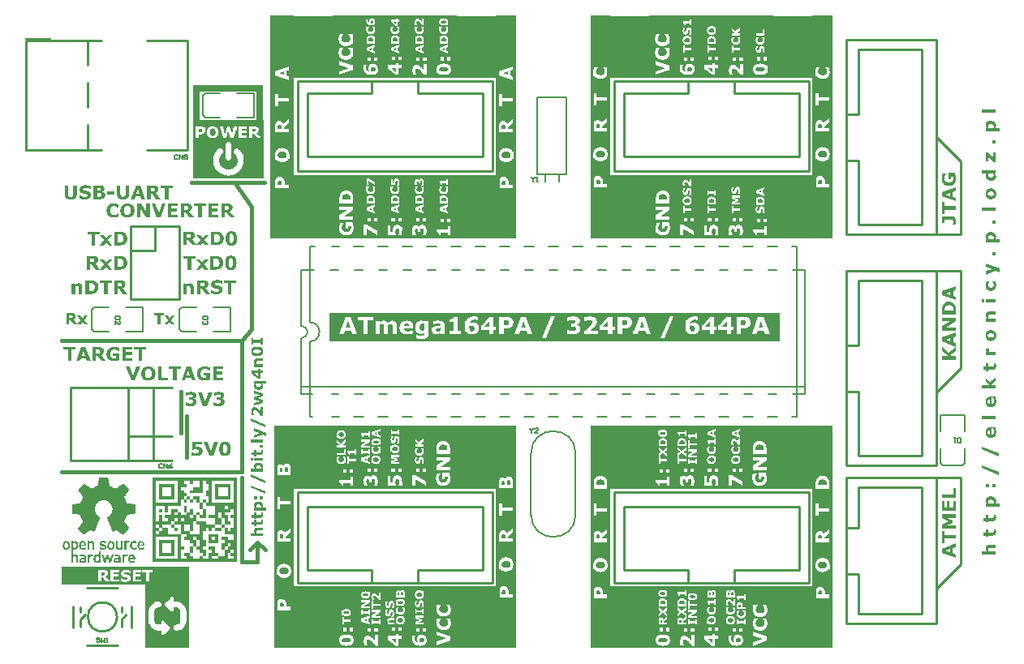
<source format=gto>
G04*
G04 #@! TF.GenerationSoftware,Altium Limited,Altium Designer,18.1.6 (161)*
G04*
G04 Layer_Color=65535*
%FSLAX44Y44*%
%MOMM*%
G71*
G01*
G75*
%ADD10C,0.2540*%
%ADD11C,0.2000*%
%ADD12C,0.4000*%
%ADD13C,0.1500*%
%ADD14R,7.3660X0.6350*%
%ADD15R,0.7620X3.9370*%
%ADD16R,2.7686X0.2540*%
%ADD17R,4.5720X6.6040*%
%ADD18R,4.4450X6.4770*%
%ADD19R,4.6990X6.4770*%
G36*
X-123047Y146793D02*
X-118762Y141309D01*
X-122825D01*
X-125156Y144551D01*
X-127553Y141309D01*
X-131482D01*
X-127220Y146704D01*
X-131416Y152121D01*
X-127375D01*
X-125089Y148924D01*
X-122780Y152121D01*
X-118806D01*
X-123047Y146793D01*
D02*
G37*
G36*
X-110881Y155628D02*
X-110459Y155606D01*
X-109993Y155584D01*
X-109483Y155517D01*
X-108972Y155451D01*
X-108484Y155340D01*
X-108462D01*
X-108417Y155317D01*
X-108350D01*
X-108262Y155295D01*
X-108040Y155229D01*
X-107729Y155140D01*
X-107396Y155007D01*
X-107041Y154874D01*
X-106663Y154718D01*
X-106330Y154518D01*
X-106308D01*
X-106264Y154474D01*
X-106197Y154430D01*
X-106086Y154363D01*
X-105953Y154252D01*
X-105820Y154141D01*
X-105487Y153875D01*
X-105109Y153519D01*
X-104710Y153097D01*
X-104332Y152631D01*
X-103999Y152076D01*
Y152054D01*
X-103955Y152010D01*
X-103911Y151921D01*
X-103866Y151810D01*
X-103799Y151655D01*
X-103733Y151477D01*
X-103644Y151277D01*
X-103555Y151055D01*
X-103489Y150789D01*
X-103400Y150522D01*
X-103267Y149901D01*
X-103178Y149213D01*
X-103134Y148458D01*
Y148436D01*
Y148369D01*
Y148258D01*
X-103156Y148125D01*
Y147947D01*
X-103178Y147747D01*
X-103200Y147503D01*
X-103244Y147259D01*
X-103356Y146704D01*
X-103533Y146105D01*
X-103755Y145483D01*
X-104066Y144861D01*
Y144839D01*
X-104110Y144795D01*
X-104155Y144706D01*
X-104221Y144595D01*
X-104310Y144462D01*
X-104421Y144329D01*
X-104688Y143974D01*
X-105021Y143574D01*
X-105420Y143174D01*
X-105864Y142797D01*
X-106375Y142442D01*
X-106397D01*
X-106419Y142420D01*
X-106552Y142331D01*
X-106774Y142220D01*
X-107063Y142086D01*
X-107396Y141953D01*
X-107795Y141798D01*
X-108217Y141665D01*
X-108684Y141554D01*
X-108750D01*
X-108817Y141531D01*
X-108905Y141509D01*
X-109016Y141487D01*
X-109172D01*
X-109327Y141465D01*
X-109527Y141443D01*
X-109949Y141398D01*
X-110459Y141354D01*
X-111037Y141332D01*
X-111658Y141309D01*
X-116698D01*
Y155651D01*
X-111059D01*
X-110881Y155628D01*
D02*
G37*
G36*
X-132104Y152875D02*
X-136588D01*
Y141309D01*
X-140296D01*
Y152875D01*
X-144780D01*
Y155651D01*
X-132104D01*
Y152875D01*
D02*
G37*
G36*
X-94698Y155917D02*
X-94542D01*
X-94165Y155872D01*
X-93721Y155828D01*
X-93255Y155739D01*
X-92811Y155606D01*
X-92367Y155451D01*
X-92345D01*
X-92322Y155428D01*
X-92189Y155362D01*
X-91967Y155251D01*
X-91723Y155096D01*
X-91434Y154874D01*
X-91124Y154629D01*
X-90835Y154341D01*
X-90546Y153986D01*
X-90524Y153941D01*
X-90435Y153808D01*
X-90302Y153608D01*
X-90147Y153342D01*
X-89991Y153009D01*
X-89814Y152609D01*
X-89658Y152165D01*
X-89525Y151655D01*
Y151632D01*
X-89503Y151588D01*
Y151521D01*
X-89481Y151410D01*
X-89436Y151277D01*
X-89414Y151122D01*
X-89392Y150944D01*
X-89348Y150744D01*
X-89303Y150278D01*
X-89237Y149745D01*
X-89214Y149124D01*
X-89192Y148480D01*
Y148458D01*
Y148391D01*
Y148302D01*
Y148169D01*
Y148014D01*
X-89214Y147836D01*
Y147614D01*
X-89237Y147392D01*
X-89281Y146882D01*
X-89325Y146349D01*
X-89414Y145794D01*
X-89525Y145239D01*
Y145217D01*
X-89547Y145172D01*
X-89570Y145106D01*
X-89592Y144995D01*
X-89658Y144750D01*
X-89769Y144417D01*
X-89925Y144040D01*
X-90102Y143640D01*
X-90302Y143263D01*
X-90546Y142886D01*
X-90569Y142841D01*
X-90680Y142730D01*
X-90835Y142575D01*
X-91035Y142353D01*
X-91301Y142131D01*
X-91612Y141909D01*
X-91989Y141687D01*
X-92389Y141487D01*
X-92411D01*
X-92433Y141465D01*
X-92500Y141443D01*
X-92589Y141420D01*
X-92700Y141376D01*
X-92833Y141332D01*
X-93144Y141265D01*
X-93543Y141176D01*
X-94010Y141088D01*
X-94542Y141043D01*
X-95119Y141021D01*
X-95386D01*
X-95519Y141043D01*
X-95697D01*
X-96074Y141088D01*
X-96496Y141132D01*
X-96962Y141221D01*
X-97428Y141332D01*
X-97872Y141487D01*
X-97894D01*
X-97917Y141509D01*
X-98050Y141576D01*
X-98272Y141687D01*
X-98516Y141842D01*
X-98827Y142042D01*
X-99115Y142286D01*
X-99426Y142575D01*
X-99715Y142908D01*
Y142930D01*
X-99737Y142952D01*
X-99826Y143085D01*
X-99959Y143285D01*
X-100114Y143552D01*
X-100270Y143907D01*
X-100447Y144306D01*
X-100603Y144750D01*
X-100736Y145261D01*
Y145283D01*
X-100758Y145328D01*
Y145394D01*
X-100780Y145505D01*
X-100803Y145638D01*
X-100825Y145794D01*
X-100869Y145994D01*
X-100891Y146193D01*
X-100958Y146660D01*
X-101002Y147215D01*
X-101025Y147814D01*
X-101047Y148480D01*
Y148502D01*
Y148569D01*
Y148658D01*
Y148791D01*
Y148946D01*
X-101025Y149146D01*
Y149346D01*
X-101002Y149590D01*
X-100980Y150101D01*
X-100914Y150633D01*
X-100847Y151188D01*
X-100736Y151721D01*
Y151743D01*
X-100714Y151788D01*
X-100692Y151854D01*
X-100669Y151943D01*
X-100603Y152210D01*
X-100470Y152520D01*
X-100336Y152898D01*
X-100159Y153275D01*
X-99937Y153675D01*
X-99693Y154052D01*
X-99648Y154096D01*
X-99559Y154207D01*
X-99404Y154363D01*
X-99204Y154585D01*
X-98938Y154807D01*
X-98605Y155029D01*
X-98250Y155251D01*
X-97850Y155451D01*
X-97828D01*
X-97806Y155473D01*
X-97739Y155495D01*
X-97650Y155517D01*
X-97539Y155562D01*
X-97406Y155606D01*
X-97073Y155695D01*
X-96696Y155784D01*
X-96229Y155872D01*
X-95697Y155917D01*
X-95119Y155939D01*
X-94853D01*
X-94698Y155917D01*
D02*
G37*
G36*
X430904Y-229870D02*
X430904D01*
Y-189230D01*
X443230D01*
Y-189230D01*
X471170D01*
Y-254000D01*
X445770D01*
D01*
X417830D01*
X341630D01*
Y-232410D01*
Y-189230D01*
X369570D01*
D01*
X379938D01*
Y-229870D01*
X379938D01*
Y-189230D01*
X392430D01*
Y-189230D01*
X417830D01*
D01*
X430904D01*
Y-229870D01*
D02*
G37*
G36*
X140970Y406400D02*
Y364490D01*
Y341630D01*
X115570D01*
D01*
X87630D01*
D01*
X62230D01*
X38100D01*
D01*
X11430D01*
Y406400D01*
X36830D01*
D01*
X64770D01*
X87630D01*
D01*
X115570D01*
X140970D01*
D02*
G37*
G36*
X39370Y-189230D02*
X87630D01*
Y-189230D01*
X140970D01*
Y-254000D01*
X11430D01*
Y-232410D01*
Y-189230D01*
X39370D01*
Y-189230D01*
D02*
G37*
G36*
X90170Y-21590D02*
X139700D01*
Y-87630D01*
X11430D01*
Y-64770D01*
Y-21590D01*
X24671D01*
Y-62230D01*
X24671D01*
Y-21590D01*
X36830D01*
Y-21590D01*
X49738D01*
Y-62230D01*
X49738D01*
Y-21590D01*
X62230D01*
Y-21590D01*
X90170D01*
D01*
D02*
G37*
G36*
X-61734Y62782D02*
X-63864D01*
Y64745D01*
X-71567D01*
Y62782D01*
X-73696D01*
Y69800D01*
X-71567D01*
Y67837D01*
X-63864D01*
Y69800D01*
X-61734D01*
Y62782D01*
D02*
G37*
G36*
X-67178Y60875D02*
X-66993D01*
X-66808Y60856D01*
X-66382Y60820D01*
X-65938Y60782D01*
X-65475Y60708D01*
X-65012Y60616D01*
X-64993D01*
X-64956Y60597D01*
X-64901Y60579D01*
X-64808Y60560D01*
X-64605Y60505D01*
X-64327Y60412D01*
X-64012Y60283D01*
X-63679Y60134D01*
X-63364Y59968D01*
X-63049Y59764D01*
X-63012Y59745D01*
X-62920Y59653D01*
X-62790Y59523D01*
X-62605Y59357D01*
X-62420Y59134D01*
X-62234Y58875D01*
X-62049Y58561D01*
X-61883Y58227D01*
Y58209D01*
X-61864Y58190D01*
X-61846Y58135D01*
X-61827Y58060D01*
X-61790Y57968D01*
X-61753Y57857D01*
X-61697Y57598D01*
X-61623Y57264D01*
X-61549Y56876D01*
X-61512Y56431D01*
X-61494Y55950D01*
Y55727D01*
X-61512Y55616D01*
Y55468D01*
X-61549Y55153D01*
X-61586Y54802D01*
X-61660Y54413D01*
X-61753Y54024D01*
X-61883Y53654D01*
Y53635D01*
X-61901Y53616D01*
X-61957Y53505D01*
X-62049Y53320D01*
X-62179Y53117D01*
X-62345Y52857D01*
X-62549Y52617D01*
X-62790Y52357D01*
X-63068Y52117D01*
X-63086D01*
X-63105Y52098D01*
X-63216Y52024D01*
X-63382Y51913D01*
X-63605Y51783D01*
X-63901Y51654D01*
X-64234Y51506D01*
X-64605Y51376D01*
X-65030Y51265D01*
X-65049D01*
X-65086Y51246D01*
X-65142D01*
X-65234Y51228D01*
X-65345Y51209D01*
X-65475Y51191D01*
X-65641Y51154D01*
X-65808Y51135D01*
X-66197Y51080D01*
X-66660Y51043D01*
X-67160Y51024D01*
X-67715Y51006D01*
X-67734D01*
X-67789D01*
X-67863D01*
X-67975D01*
X-68104D01*
X-68271Y51024D01*
X-68438D01*
X-68641Y51043D01*
X-69067Y51061D01*
X-69511Y51117D01*
X-69974Y51172D01*
X-70419Y51265D01*
X-70437D01*
X-70474Y51283D01*
X-70530Y51302D01*
X-70604Y51321D01*
X-70826Y51376D01*
X-71085Y51487D01*
X-71400Y51598D01*
X-71715Y51746D01*
X-72048Y51932D01*
X-72363Y52135D01*
X-72400Y52172D01*
X-72493Y52246D01*
X-72622Y52376D01*
X-72807Y52543D01*
X-72993Y52765D01*
X-73178Y53042D01*
X-73363Y53339D01*
X-73530Y53672D01*
Y53691D01*
X-73548Y53709D01*
X-73567Y53765D01*
X-73585Y53839D01*
X-73622Y53931D01*
X-73659Y54042D01*
X-73733Y54320D01*
X-73807Y54635D01*
X-73881Y55024D01*
X-73918Y55468D01*
X-73937Y55950D01*
Y56172D01*
X-73918Y56301D01*
Y56431D01*
X-73881Y56746D01*
X-73844Y57116D01*
X-73770Y57505D01*
X-73659Y57875D01*
X-73530Y58246D01*
Y58264D01*
X-73511Y58283D01*
X-73456Y58394D01*
X-73363Y58579D01*
X-73233Y58783D01*
X-73048Y59023D01*
X-72844Y59283D01*
X-72604Y59523D01*
X-72307Y59764D01*
X-72270Y59783D01*
X-72159Y59857D01*
X-71993Y59968D01*
X-71771Y60097D01*
X-71493Y60227D01*
X-71159Y60375D01*
X-70789Y60505D01*
X-70363Y60616D01*
X-70345D01*
X-70308Y60634D01*
X-70252D01*
X-70160Y60653D01*
X-70048Y60690D01*
X-69919Y60708D01*
X-69771Y60727D01*
X-69604Y60764D01*
X-69215Y60801D01*
X-68771Y60856D01*
X-68252Y60875D01*
X-67715Y60894D01*
X-67697D01*
X-67641D01*
X-67567D01*
X-67456D01*
X-67326D01*
X-67178Y60875D01*
D02*
G37*
G36*
X-61734Y45895D02*
X-66216D01*
X-66234D01*
X-66308D01*
X-66419D01*
X-66567D01*
X-66734Y45877D01*
X-66919Y45858D01*
X-67308Y45821D01*
X-67326D01*
X-67401Y45802D01*
X-67493D01*
X-67623Y45784D01*
X-67882Y45729D01*
X-68012Y45673D01*
X-68123Y45636D01*
X-68141D01*
X-68178Y45617D01*
X-68289Y45525D01*
X-68419Y45377D01*
X-68549Y45173D01*
Y45154D01*
X-68567Y45117D01*
X-68604Y45043D01*
X-68623Y44951D01*
X-68660Y44821D01*
X-68678Y44673D01*
X-68697Y44506D01*
Y44173D01*
X-68678Y44062D01*
X-68660Y43951D01*
X-68641Y43803D01*
X-68567Y43506D01*
Y43488D01*
X-68549Y43432D01*
X-68512Y43358D01*
X-68474Y43247D01*
X-68400Y43136D01*
X-68326Y42988D01*
X-68141Y42655D01*
X-61734D01*
Y39748D01*
X-70752D01*
Y42655D01*
X-69771D01*
X-69789Y42692D01*
X-69863Y42784D01*
X-69974Y42933D01*
X-70122Y43118D01*
X-70271Y43340D01*
X-70419Y43599D01*
X-70567Y43858D01*
X-70697Y44117D01*
X-70715Y44155D01*
X-70752Y44247D01*
X-70808Y44395D01*
X-70863Y44580D01*
X-70919Y44821D01*
X-70974Y45080D01*
X-71011Y45377D01*
X-71030Y45691D01*
Y45840D01*
X-71011Y45932D01*
Y46062D01*
X-70993Y46191D01*
X-70919Y46525D01*
X-70826Y46895D01*
X-70659Y47265D01*
X-70456Y47636D01*
X-70308Y47802D01*
X-70160Y47969D01*
X-70141Y47987D01*
X-70122Y48006D01*
X-70067Y48043D01*
X-69993Y48099D01*
X-69919Y48154D01*
X-69808Y48228D01*
X-69678Y48302D01*
X-69530Y48395D01*
X-69345Y48469D01*
X-69160Y48543D01*
X-68956Y48617D01*
X-68715Y48673D01*
X-68474Y48728D01*
X-68197Y48765D01*
X-67919Y48802D01*
X-67604D01*
X-61734D01*
Y45895D01*
D02*
G37*
G36*
X-64493Y36100D02*
X-61697D01*
Y33156D01*
X-64493D01*
Y27341D01*
X-66753D01*
X-73696Y32952D01*
Y36100D01*
X-66678D01*
Y37729D01*
X-64493D01*
Y36100D01*
D02*
G37*
G36*
X-58420Y22397D02*
X-62623D01*
X-62605Y22360D01*
X-62531Y22268D01*
X-62420Y22138D01*
X-62309Y21953D01*
X-62160Y21731D01*
X-62031Y21509D01*
X-61883Y21249D01*
X-61771Y20990D01*
X-61753Y20953D01*
X-61734Y20879D01*
X-61679Y20731D01*
X-61642Y20546D01*
X-61586Y20324D01*
X-61531Y20083D01*
X-61512Y19787D01*
X-61494Y19490D01*
Y19324D01*
X-61512Y19213D01*
X-61531Y19083D01*
X-61568Y18916D01*
X-61660Y18528D01*
X-61809Y18120D01*
X-61901Y17898D01*
X-62031Y17676D01*
X-62179Y17454D01*
X-62345Y17231D01*
X-62531Y17028D01*
X-62753Y16843D01*
X-62771Y16824D01*
X-62808Y16805D01*
X-62882Y16750D01*
X-62994Y16694D01*
X-63123Y16620D01*
X-63271Y16528D01*
X-63457Y16435D01*
X-63660Y16361D01*
X-63901Y16269D01*
X-64160Y16176D01*
X-64438Y16083D01*
X-64734Y16009D01*
X-65068Y15954D01*
X-65419Y15898D01*
X-65790Y15880D01*
X-66178Y15861D01*
X-66197D01*
X-66234D01*
X-66290D01*
X-66364D01*
X-66475Y15880D01*
X-66586D01*
X-66864Y15898D01*
X-67178Y15935D01*
X-67530Y16009D01*
X-67882Y16083D01*
X-68215Y16194D01*
X-68234D01*
X-68252Y16213D01*
X-68363Y16250D01*
X-68530Y16324D01*
X-68752Y16435D01*
X-68993Y16565D01*
X-69252Y16713D01*
X-69511Y16898D01*
X-69752Y17102D01*
X-69771Y17120D01*
X-69845Y17194D01*
X-69956Y17306D01*
X-70086Y17472D01*
X-70234Y17657D01*
X-70400Y17880D01*
X-70548Y18139D01*
X-70678Y18417D01*
Y18435D01*
X-70697Y18454D01*
X-70733Y18546D01*
X-70789Y18713D01*
X-70863Y18916D01*
X-70919Y19157D01*
X-70974Y19416D01*
X-71011Y19694D01*
X-71030Y19990D01*
Y20120D01*
X-71011Y20250D01*
Y20435D01*
X-70974Y20638D01*
X-70937Y20842D01*
X-70900Y21064D01*
X-70826Y21268D01*
Y21286D01*
X-70789Y21361D01*
X-70752Y21472D01*
X-70697Y21601D01*
X-70622Y21768D01*
X-70548Y21953D01*
X-70345Y22379D01*
X-70752Y22472D01*
Y25305D01*
X-58420D01*
Y22397D01*
D02*
G37*
G36*
X-61734Y11991D02*
Y8917D01*
X-67808Y7084D01*
X-61734Y5270D01*
Y2159D01*
X-70752Y-600D01*
Y2437D01*
X-64531Y3974D01*
X-70752Y5899D01*
Y8454D01*
X-64531Y10288D01*
X-70752Y11806D01*
Y14787D01*
X-61734Y11991D01*
D02*
G37*
G36*
Y-11192D02*
X-63716D01*
X-63734Y-11173D01*
X-63753Y-11136D01*
X-63790Y-11080D01*
X-63845Y-11006D01*
X-63919Y-10914D01*
X-64012Y-10803D01*
X-64216Y-10525D01*
X-64456Y-10192D01*
X-64734Y-9840D01*
X-65049Y-9451D01*
X-65364Y-9044D01*
X-65382Y-9025D01*
X-65401Y-8988D01*
X-65456Y-8932D01*
X-65512Y-8859D01*
X-65679Y-8655D01*
X-65882Y-8414D01*
X-66123Y-8136D01*
X-66364Y-7840D01*
X-66623Y-7562D01*
X-66882Y-7303D01*
X-66901Y-7285D01*
X-66919Y-7266D01*
X-66975Y-7211D01*
X-67049Y-7136D01*
X-67215Y-6970D01*
X-67438Y-6766D01*
X-67697Y-6544D01*
X-67975Y-6322D01*
X-68252Y-6100D01*
X-68512Y-5933D01*
X-68549Y-5914D01*
X-68641Y-5859D01*
X-68771Y-5803D01*
X-68956Y-5711D01*
X-69160Y-5637D01*
X-69400Y-5581D01*
X-69641Y-5526D01*
X-69900Y-5507D01*
X-69919D01*
X-69937D01*
X-70030D01*
X-70178Y-5526D01*
X-70363Y-5581D01*
X-70567Y-5637D01*
X-70771Y-5729D01*
X-70974Y-5859D01*
X-71159Y-6044D01*
X-71178Y-6062D01*
X-71234Y-6137D01*
X-71308Y-6266D01*
X-71400Y-6433D01*
X-71474Y-6636D01*
X-71548Y-6896D01*
X-71604Y-7211D01*
X-71622Y-7562D01*
Y-7692D01*
X-71604Y-7840D01*
X-71585Y-8025D01*
X-71548Y-8266D01*
X-71493Y-8525D01*
X-71419Y-8821D01*
X-71308Y-9118D01*
X-71289Y-9155D01*
X-71252Y-9247D01*
X-71178Y-9414D01*
X-71085Y-9618D01*
X-70974Y-9840D01*
X-70845Y-10099D01*
X-70530Y-10636D01*
Y-10877D01*
X-73178D01*
X-73196Y-10858D01*
X-73215Y-10766D01*
X-73270Y-10636D01*
X-73344Y-10451D01*
X-73418Y-10229D01*
X-73492Y-9932D01*
X-73585Y-9599D01*
X-73678Y-9210D01*
Y-9192D01*
X-73696Y-9155D01*
Y-9099D01*
X-73715Y-9007D01*
X-73733Y-8914D01*
X-73752Y-8803D01*
X-73807Y-8507D01*
X-73863Y-8173D01*
X-73900Y-7785D01*
X-73918Y-7377D01*
X-73937Y-6970D01*
Y-6748D01*
X-73918Y-6600D01*
X-73900Y-6414D01*
X-73881Y-6192D01*
X-73863Y-5951D01*
X-73826Y-5692D01*
X-73715Y-5137D01*
X-73548Y-4563D01*
X-73437Y-4285D01*
X-73307Y-4007D01*
X-73159Y-3766D01*
X-72993Y-3526D01*
X-72974Y-3507D01*
X-72955Y-3470D01*
X-72900Y-3415D01*
X-72826Y-3340D01*
X-72715Y-3248D01*
X-72604Y-3155D01*
X-72456Y-3044D01*
X-72307Y-2933D01*
X-72122Y-2822D01*
X-71919Y-2711D01*
X-71696Y-2618D01*
X-71456Y-2526D01*
X-71196Y-2452D01*
X-70919Y-2396D01*
X-70622Y-2359D01*
X-70308Y-2341D01*
X-70289D01*
X-70252D01*
X-70197D01*
X-70122D01*
X-70011Y-2359D01*
X-69900Y-2378D01*
X-69623Y-2415D01*
X-69289Y-2489D01*
X-68919Y-2581D01*
X-68549Y-2729D01*
X-68160Y-2915D01*
X-68141D01*
X-68123Y-2933D01*
X-68067Y-2970D01*
X-67993Y-3026D01*
X-67789Y-3155D01*
X-67512Y-3340D01*
X-67197Y-3600D01*
X-66845Y-3896D01*
X-66456Y-4248D01*
X-66049Y-4655D01*
X-66012Y-4692D01*
X-65938Y-4785D01*
X-65808Y-4914D01*
X-65641Y-5100D01*
X-65456Y-5322D01*
X-65253Y-5581D01*
X-64808Y-6118D01*
X-64790Y-6155D01*
X-64716Y-6229D01*
X-64623Y-6377D01*
X-64512Y-6525D01*
X-64253Y-6877D01*
X-64123Y-7044D01*
X-64030Y-7174D01*
Y-1785D01*
X-61734D01*
Y-11192D01*
D02*
G37*
G36*
X-59124Y-20580D02*
Y-23042D01*
X-74233Y-16710D01*
Y-14210D01*
X-59124Y-20580D01*
D02*
G37*
G36*
X-58420Y-29301D02*
Y-32449D01*
X-61809Y-31004D01*
X-70752Y-34504D01*
Y-31467D01*
X-64938Y-29319D01*
X-70752Y-27264D01*
Y-24264D01*
X-58420Y-29301D01*
D02*
G37*
G36*
X-61734Y-39004D02*
X-74233D01*
Y-36096D01*
X-61734D01*
Y-39004D01*
D02*
G37*
G36*
Y-44855D02*
X-64901D01*
Y-41855D01*
X-61734D01*
Y-44855D01*
D02*
G37*
G36*
X-61790Y-46706D02*
X-61771Y-46762D01*
X-61753Y-46873D01*
X-61734Y-46984D01*
X-61716Y-47151D01*
X-61679Y-47318D01*
X-61623Y-47688D01*
Y-47706D01*
X-61605Y-47780D01*
Y-47892D01*
X-61586Y-48040D01*
X-61568Y-48225D01*
Y-48447D01*
X-61549Y-48688D01*
Y-49132D01*
X-61568Y-49243D01*
Y-49373D01*
X-61586Y-49539D01*
X-61642Y-49910D01*
X-61716Y-50317D01*
X-61827Y-50725D01*
X-61994Y-51132D01*
X-62105Y-51298D01*
X-62216Y-51465D01*
X-62253Y-51502D01*
X-62345Y-51595D01*
X-62420Y-51650D01*
X-62512Y-51724D01*
X-62642Y-51799D01*
X-62771Y-51873D01*
X-62920Y-51947D01*
X-63086Y-52021D01*
X-63290Y-52095D01*
X-63493Y-52150D01*
X-63734Y-52206D01*
X-63994Y-52243D01*
X-64271Y-52261D01*
X-64567Y-52280D01*
X-68789D01*
Y-53465D01*
X-70752D01*
Y-52280D01*
X-73326D01*
Y-49373D01*
X-70752D01*
Y-46688D01*
X-68789D01*
Y-49373D01*
X-65586D01*
X-65567D01*
X-65512D01*
X-65419D01*
X-65308D01*
X-65030D01*
X-64753D01*
X-64734D01*
X-64697D01*
X-64623D01*
X-64549Y-49354D01*
X-64345Y-49317D01*
X-64123Y-49243D01*
X-64105D01*
X-64068Y-49225D01*
X-63956Y-49151D01*
X-63808Y-49040D01*
X-63660Y-48854D01*
Y-48836D01*
X-63642Y-48799D01*
X-63623Y-48743D01*
X-63586Y-48651D01*
X-63568Y-48521D01*
X-63531Y-48391D01*
X-63512Y-48225D01*
Y-47929D01*
X-63531Y-47873D01*
X-63549Y-47688D01*
X-63605Y-47447D01*
Y-47429D01*
X-63623Y-47392D01*
X-63642Y-47318D01*
X-63660Y-47243D01*
X-63716Y-47077D01*
X-63753Y-46984D01*
X-63790Y-46929D01*
Y-46688D01*
X-61790D01*
Y-46706D01*
D02*
G37*
G36*
X-61734Y-58076D02*
X-70752D01*
Y-55168D01*
X-61734D01*
Y-58076D01*
D02*
G37*
G36*
X-72030Y-58150D02*
X-74233D01*
Y-55094D01*
X-72030D01*
Y-58150D01*
D02*
G37*
G36*
X-66012Y-60168D02*
X-65827Y-60187D01*
X-65623Y-60205D01*
X-65382Y-60242D01*
X-65123Y-60298D01*
X-64586Y-60446D01*
X-64290Y-60538D01*
X-63994Y-60649D01*
X-63697Y-60779D01*
X-63419Y-60946D01*
X-63142Y-61131D01*
X-62882Y-61335D01*
X-62864Y-61353D01*
X-62827Y-61390D01*
X-62753Y-61464D01*
X-62679Y-61538D01*
X-62568Y-61668D01*
X-62457Y-61797D01*
X-62345Y-61964D01*
X-62216Y-62149D01*
X-62086Y-62353D01*
X-61975Y-62575D01*
X-61864Y-62816D01*
X-61753Y-63075D01*
X-61679Y-63353D01*
X-61605Y-63649D01*
X-61568Y-63964D01*
X-61549Y-64279D01*
Y-64408D01*
X-61568Y-64556D01*
Y-64723D01*
X-61586Y-64945D01*
X-61623Y-65167D01*
X-61716Y-65612D01*
Y-65630D01*
X-61753Y-65704D01*
X-61771Y-65816D01*
X-61827Y-65964D01*
X-61901Y-66130D01*
X-61975Y-66315D01*
X-62179Y-66686D01*
X-61734Y-66815D01*
Y-69593D01*
X-74233D01*
Y-66686D01*
X-69826D01*
X-69845Y-66649D01*
X-69919Y-66575D01*
X-70011Y-66445D01*
X-70141Y-66260D01*
X-70271Y-66056D01*
X-70419Y-65834D01*
X-70567Y-65593D01*
X-70697Y-65334D01*
X-70715Y-65297D01*
X-70752Y-65205D01*
X-70808Y-65056D01*
X-70863Y-64871D01*
X-70919Y-64630D01*
X-70974Y-64353D01*
X-71011Y-64057D01*
X-71030Y-63723D01*
Y-63556D01*
X-71011Y-63445D01*
X-70993Y-63297D01*
X-70956Y-63131D01*
X-70882Y-62742D01*
X-70733Y-62316D01*
X-70622Y-62094D01*
X-70511Y-61872D01*
X-70363Y-61668D01*
X-70197Y-61446D01*
X-70011Y-61260D01*
X-69789Y-61075D01*
X-69771Y-61057D01*
X-69734Y-61038D01*
X-69660Y-60983D01*
X-69567Y-60927D01*
X-69437Y-60853D01*
X-69289Y-60779D01*
X-69104Y-60705D01*
X-68900Y-60612D01*
X-68660Y-60520D01*
X-68400Y-60446D01*
X-68123Y-60372D01*
X-67826Y-60298D01*
X-67493Y-60242D01*
X-67141Y-60187D01*
X-66771Y-60168D01*
X-66364Y-60149D01*
X-66345D01*
X-66271D01*
X-66160D01*
X-66012Y-60168D01*
D02*
G37*
G36*
X-59124Y-78870D02*
Y-81333D01*
X-74233Y-75000D01*
Y-72500D01*
X-59124Y-78870D01*
D02*
G37*
G36*
Y-90220D02*
Y-92683D01*
X-74233Y-86350D01*
Y-83851D01*
X-59124Y-90220D01*
D02*
G37*
G36*
X-61734Y-98479D02*
X-64901D01*
Y-95479D01*
X-61734D01*
Y-98479D01*
D02*
G37*
G36*
X-67586D02*
X-70752D01*
Y-95479D01*
X-67586D01*
Y-98479D01*
D02*
G37*
G36*
X-65956Y-101016D02*
X-65697Y-101034D01*
X-65382Y-101090D01*
X-65030Y-101145D01*
X-64679Y-101238D01*
X-64327Y-101349D01*
X-64308D01*
X-64290Y-101367D01*
X-64179Y-101404D01*
X-64012Y-101479D01*
X-63790Y-101590D01*
X-63549Y-101719D01*
X-63308Y-101867D01*
X-63049Y-102034D01*
X-62808Y-102238D01*
X-62790Y-102256D01*
X-62697Y-102349D01*
X-62586Y-102460D01*
X-62457Y-102626D01*
X-62309Y-102830D01*
X-62142Y-103052D01*
X-61994Y-103293D01*
X-61864Y-103571D01*
X-61846Y-103608D01*
X-61809Y-103701D01*
X-61771Y-103849D01*
X-61716Y-104034D01*
X-61642Y-104275D01*
X-61605Y-104534D01*
X-61568Y-104811D01*
X-61549Y-105126D01*
Y-105256D01*
X-61568Y-105404D01*
Y-105589D01*
X-61586Y-105793D01*
X-61623Y-106015D01*
X-61660Y-106237D01*
X-61716Y-106441D01*
Y-106460D01*
X-61753Y-106533D01*
X-61771Y-106645D01*
X-61827Y-106774D01*
X-61883Y-106941D01*
X-61975Y-107126D01*
X-62160Y-107533D01*
X-58420D01*
Y-110441D01*
X-70752D01*
Y-107533D01*
X-69808D01*
X-69826Y-107496D01*
X-69900Y-107422D01*
X-69993Y-107293D01*
X-70104Y-107108D01*
X-70252Y-106904D01*
X-70400Y-106682D01*
X-70678Y-106182D01*
X-70697Y-106145D01*
X-70733Y-106052D01*
X-70789Y-105904D01*
X-70863Y-105719D01*
X-70919Y-105478D01*
X-70974Y-105200D01*
X-71011Y-104904D01*
X-71030Y-104571D01*
Y-104404D01*
X-71011Y-104293D01*
X-70993Y-104145D01*
X-70956Y-103978D01*
X-70882Y-103608D01*
X-70715Y-103182D01*
X-70622Y-102978D01*
X-70493Y-102756D01*
X-70363Y-102534D01*
X-70178Y-102330D01*
X-69993Y-102127D01*
X-69771Y-101941D01*
X-69752Y-101923D01*
X-69715Y-101904D01*
X-69641Y-101849D01*
X-69549Y-101793D01*
X-69419Y-101719D01*
X-69271Y-101645D01*
X-69086Y-101553D01*
X-68882Y-101460D01*
X-68641Y-101386D01*
X-68400Y-101293D01*
X-68123Y-101219D01*
X-67808Y-101145D01*
X-67475Y-101090D01*
X-67141Y-101034D01*
X-66753Y-101016D01*
X-66364Y-100997D01*
X-66345D01*
X-66308D01*
X-66252D01*
X-66178D01*
X-65956Y-101016D01*
D02*
G37*
G36*
X-61790Y-112200D02*
X-61771Y-112255D01*
X-61753Y-112366D01*
X-61734Y-112477D01*
X-61716Y-112644D01*
X-61679Y-112811D01*
X-61623Y-113181D01*
Y-113200D01*
X-61605Y-113274D01*
Y-113385D01*
X-61586Y-113533D01*
X-61568Y-113718D01*
Y-113940D01*
X-61549Y-114181D01*
Y-114625D01*
X-61568Y-114736D01*
Y-114866D01*
X-61586Y-115033D01*
X-61642Y-115403D01*
X-61716Y-115810D01*
X-61827Y-116218D01*
X-61994Y-116625D01*
X-62105Y-116792D01*
X-62216Y-116958D01*
X-62253Y-116995D01*
X-62345Y-117088D01*
X-62420Y-117144D01*
X-62512Y-117218D01*
X-62642Y-117292D01*
X-62771Y-117366D01*
X-62920Y-117440D01*
X-63086Y-117514D01*
X-63290Y-117588D01*
X-63493Y-117643D01*
X-63734Y-117699D01*
X-63994Y-117736D01*
X-64271Y-117755D01*
X-64567Y-117773D01*
X-68789D01*
Y-118958D01*
X-70752D01*
Y-117773D01*
X-73326D01*
Y-114866D01*
X-70752D01*
Y-112181D01*
X-68789D01*
Y-114866D01*
X-65586D01*
X-65567D01*
X-65512D01*
X-65419D01*
X-65308D01*
X-65030D01*
X-64753D01*
X-64734D01*
X-64697D01*
X-64623D01*
X-64549Y-114847D01*
X-64345Y-114810D01*
X-64123Y-114736D01*
X-64105D01*
X-64068Y-114718D01*
X-63956Y-114644D01*
X-63808Y-114533D01*
X-63660Y-114347D01*
Y-114329D01*
X-63642Y-114292D01*
X-63623Y-114236D01*
X-63586Y-114144D01*
X-63568Y-114014D01*
X-63531Y-113885D01*
X-63512Y-113718D01*
Y-113422D01*
X-63531Y-113366D01*
X-63549Y-113181D01*
X-63605Y-112940D01*
Y-112922D01*
X-63623Y-112885D01*
X-63642Y-112811D01*
X-63660Y-112737D01*
X-63716Y-112570D01*
X-63753Y-112477D01*
X-63790Y-112422D01*
Y-112181D01*
X-61790D01*
Y-112200D01*
D02*
G37*
G36*
Y-119699D02*
X-61771Y-119754D01*
X-61753Y-119866D01*
X-61734Y-119977D01*
X-61716Y-120143D01*
X-61679Y-120310D01*
X-61623Y-120680D01*
Y-120699D01*
X-61605Y-120773D01*
Y-120884D01*
X-61586Y-121032D01*
X-61568Y-121217D01*
Y-121439D01*
X-61549Y-121680D01*
Y-122125D01*
X-61568Y-122236D01*
Y-122365D01*
X-61586Y-122532D01*
X-61642Y-122902D01*
X-61716Y-123310D01*
X-61827Y-123717D01*
X-61994Y-124124D01*
X-62105Y-124291D01*
X-62216Y-124458D01*
X-62253Y-124495D01*
X-62345Y-124587D01*
X-62420Y-124643D01*
X-62512Y-124717D01*
X-62642Y-124791D01*
X-62771Y-124865D01*
X-62920Y-124939D01*
X-63086Y-125013D01*
X-63290Y-125087D01*
X-63493Y-125143D01*
X-63734Y-125198D01*
X-63994Y-125235D01*
X-64271Y-125254D01*
X-64567Y-125272D01*
X-68789D01*
Y-126457D01*
X-70752D01*
Y-125272D01*
X-73326D01*
Y-122365D01*
X-70752D01*
Y-119680D01*
X-68789D01*
Y-122365D01*
X-65586D01*
X-65567D01*
X-65512D01*
X-65419D01*
X-65308D01*
X-65030D01*
X-64753D01*
X-64734D01*
X-64697D01*
X-64623D01*
X-64549Y-122347D01*
X-64345Y-122310D01*
X-64123Y-122236D01*
X-64105D01*
X-64068Y-122217D01*
X-63956Y-122143D01*
X-63808Y-122032D01*
X-63660Y-121847D01*
Y-121828D01*
X-63642Y-121791D01*
X-63623Y-121736D01*
X-63586Y-121643D01*
X-63568Y-121514D01*
X-63531Y-121384D01*
X-63512Y-121217D01*
Y-120921D01*
X-63531Y-120865D01*
X-63549Y-120680D01*
X-63605Y-120440D01*
Y-120421D01*
X-63623Y-120384D01*
X-63642Y-120310D01*
X-63660Y-120236D01*
X-63716Y-120069D01*
X-63753Y-119977D01*
X-63790Y-119921D01*
Y-119680D01*
X-61790D01*
Y-119699D01*
D02*
G37*
G36*
X-61734Y-131012D02*
X-66216D01*
X-66234D01*
X-66308D01*
X-66419D01*
X-66567D01*
X-66734Y-131031D01*
X-66919Y-131049D01*
X-67308Y-131087D01*
X-67326D01*
X-67401Y-131105D01*
X-67493D01*
X-67623Y-131124D01*
X-67882Y-131179D01*
X-68012Y-131235D01*
X-68123Y-131272D01*
X-68141D01*
X-68178Y-131290D01*
X-68289Y-131383D01*
X-68419Y-131531D01*
X-68549Y-131735D01*
Y-131753D01*
X-68567Y-131790D01*
X-68604Y-131864D01*
X-68623Y-131957D01*
X-68660Y-132086D01*
X-68678Y-132235D01*
X-68697Y-132401D01*
Y-132734D01*
X-68678Y-132846D01*
X-68660Y-132957D01*
X-68641Y-133105D01*
X-68567Y-133401D01*
Y-133420D01*
X-68549Y-133475D01*
X-68512Y-133549D01*
X-68474Y-133660D01*
X-68400Y-133771D01*
X-68326Y-133920D01*
X-68141Y-134253D01*
X-61734D01*
Y-137160D01*
X-74233D01*
Y-134253D01*
X-69771D01*
X-69789Y-134216D01*
X-69863Y-134123D01*
X-69974Y-133975D01*
X-70122Y-133790D01*
X-70271Y-133568D01*
X-70419Y-133308D01*
X-70567Y-133049D01*
X-70697Y-132790D01*
X-70715Y-132753D01*
X-70752Y-132661D01*
X-70808Y-132512D01*
X-70863Y-132327D01*
X-70919Y-132086D01*
X-70974Y-131827D01*
X-71011Y-131531D01*
X-71030Y-131216D01*
Y-131068D01*
X-71011Y-130976D01*
Y-130846D01*
X-70993Y-130716D01*
X-70919Y-130383D01*
X-70826Y-130013D01*
X-70659Y-129642D01*
X-70456Y-129272D01*
X-70308Y-129105D01*
X-70160Y-128939D01*
X-70141Y-128920D01*
X-70122Y-128902D01*
X-70067Y-128865D01*
X-69993Y-128809D01*
X-69919Y-128753D01*
X-69808Y-128679D01*
X-69678Y-128605D01*
X-69530Y-128513D01*
X-69345Y-128439D01*
X-69160Y-128365D01*
X-68956Y-128291D01*
X-68715Y-128235D01*
X-68474Y-128179D01*
X-68197Y-128142D01*
X-67919Y-128105D01*
X-67604D01*
X-61734D01*
Y-131012D01*
D02*
G37*
G36*
X445770Y240030D02*
X471170D01*
Y199390D01*
D01*
Y173990D01*
X367030D01*
X341630D01*
Y240030D01*
X367030D01*
D01*
X394970D01*
X417830D01*
X445770D01*
D01*
D02*
G37*
G36*
X532762Y173990D02*
X511800D01*
Y406400D01*
X532762D01*
Y173990D01*
D02*
G37*
G36*
X369570Y-21590D02*
X380104D01*
Y-62230D01*
X380104D01*
Y-21590D01*
X392430D01*
Y-21590D01*
X469900D01*
Y-87630D01*
X443230D01*
X420370D01*
D01*
X341630D01*
Y-64770D01*
Y-62230D01*
D01*
Y-21590D01*
X369570D01*
D01*
D02*
G37*
G36*
X-108883Y130506D02*
X-108528Y130484D01*
X-108106Y130461D01*
X-107640Y130417D01*
X-107129Y130328D01*
X-106619Y130239D01*
X-106597D01*
X-106552Y130217D01*
X-106486D01*
X-106375Y130195D01*
X-106264Y130173D01*
X-106131Y130128D01*
X-105798Y130062D01*
X-105420Y129951D01*
X-104998Y129840D01*
X-104599Y129707D01*
X-104199Y129551D01*
Y126266D01*
X-104599D01*
X-104643Y126288D01*
X-104754Y126377D01*
X-104932Y126510D01*
X-105198Y126665D01*
X-105509Y126843D01*
X-105864Y127043D01*
X-106264Y127242D01*
X-106730Y127420D01*
X-106752D01*
X-106797Y127442D01*
X-106863Y127464D01*
X-106952Y127487D01*
X-107063Y127531D01*
X-107196Y127575D01*
X-107529Y127664D01*
X-107907Y127731D01*
X-108350Y127820D01*
X-108817Y127864D01*
X-109305Y127886D01*
X-109594D01*
X-109904Y127864D01*
X-110237Y127820D01*
X-110260D01*
X-110304Y127797D01*
X-110393D01*
X-110504Y127775D01*
X-110792Y127686D01*
X-111103Y127575D01*
X-111125D01*
X-111170Y127553D01*
X-111236Y127509D01*
X-111325Y127464D01*
X-111525Y127331D01*
X-111747Y127131D01*
Y127109D01*
X-111791Y127087D01*
X-111836Y127020D01*
X-111880Y126932D01*
X-111969Y126732D01*
X-111991Y126599D01*
X-112013Y126465D01*
Y126443D01*
Y126377D01*
X-111991Y126266D01*
X-111969Y126132D01*
X-111902Y125999D01*
X-111836Y125844D01*
X-111725Y125711D01*
X-111592Y125577D01*
X-111569Y125555D01*
X-111503Y125533D01*
X-111392Y125466D01*
X-111214Y125400D01*
X-110992Y125311D01*
X-110704Y125222D01*
X-110371Y125133D01*
X-109949Y125045D01*
X-109904D01*
X-109816Y125022D01*
X-109660Y124978D01*
X-109460Y124934D01*
X-109238Y124889D01*
X-108972Y124823D01*
X-108439Y124712D01*
X-108395D01*
X-108306Y124690D01*
X-108173Y124645D01*
X-107973Y124601D01*
X-107729Y124534D01*
X-107463Y124467D01*
X-107174Y124379D01*
X-106863Y124290D01*
X-106841D01*
X-106797Y124268D01*
X-106708Y124246D01*
X-106597Y124201D01*
X-106463Y124135D01*
X-106286Y124068D01*
X-105931Y123912D01*
X-105531Y123691D01*
X-105132Y123446D01*
X-104754Y123158D01*
X-104421Y122825D01*
X-104377Y122780D01*
X-104288Y122647D01*
X-104177Y122447D01*
X-104022Y122181D01*
X-103866Y121826D01*
X-103755Y121404D01*
X-103666Y120938D01*
X-103622Y120405D01*
Y120383D01*
Y120316D01*
X-103644Y120205D01*
Y120050D01*
X-103666Y119872D01*
X-103711Y119650D01*
X-103777Y119428D01*
X-103844Y119184D01*
X-103955Y118895D01*
X-104066Y118629D01*
X-104221Y118340D01*
X-104399Y118052D01*
X-104599Y117763D01*
X-104843Y117475D01*
X-105132Y117208D01*
X-105442Y116942D01*
X-105464Y116920D01*
X-105531Y116875D01*
X-105620Y116831D01*
X-105775Y116742D01*
X-105953Y116631D01*
X-106175Y116520D01*
X-106441Y116409D01*
X-106730Y116298D01*
X-107063Y116165D01*
X-107418Y116054D01*
X-107818Y115943D01*
X-108262Y115832D01*
X-108728Y115743D01*
X-109238Y115699D01*
X-109771Y115654D01*
X-110326Y115632D01*
X-110770D01*
X-110948Y115654D01*
X-111370Y115676D01*
X-111858Y115699D01*
X-112391Y115765D01*
X-112924Y115832D01*
X-113434Y115943D01*
X-113456D01*
X-113501Y115965D01*
X-113567D01*
X-113656Y116009D01*
X-113900Y116076D01*
X-114233Y116165D01*
X-114611Y116276D01*
X-115033Y116409D01*
X-115898Y116720D01*
Y120183D01*
X-115477D01*
X-115454Y120139D01*
X-115388Y120094D01*
X-115299Y120028D01*
X-115055Y119872D01*
X-114744Y119650D01*
X-114367Y119428D01*
X-113923Y119184D01*
X-113434Y118962D01*
X-112924Y118762D01*
X-112901D01*
X-112857Y118740D01*
X-112790Y118718D01*
X-112679Y118696D01*
X-112546Y118651D01*
X-112413Y118607D01*
X-112058Y118518D01*
X-111636Y118429D01*
X-111170Y118340D01*
X-110681Y118296D01*
X-110193Y118274D01*
X-109949D01*
X-109838Y118296D01*
X-109505D01*
X-109305Y118318D01*
X-109283D01*
X-109216Y118340D01*
X-109105D01*
X-108972Y118363D01*
X-108684Y118429D01*
X-108395Y118518D01*
X-108373D01*
X-108328Y118540D01*
X-108239Y118585D01*
X-108151Y118651D01*
X-107929Y118784D01*
X-107707Y118962D01*
X-107684Y118984D01*
X-107662Y119006D01*
X-107618Y119073D01*
X-107551Y119162D01*
X-107507Y119273D01*
X-107463Y119406D01*
X-107440Y119561D01*
X-107418Y119739D01*
Y119761D01*
Y119828D01*
X-107440Y119894D01*
X-107463Y120005D01*
X-107529Y120139D01*
X-107596Y120272D01*
X-107707Y120405D01*
X-107840Y120538D01*
X-107862Y120560D01*
X-107907Y120605D01*
X-107995Y120671D01*
X-108128Y120738D01*
X-108306Y120827D01*
X-108484Y120915D01*
X-108728Y121004D01*
X-108994Y121071D01*
X-109039D01*
X-109127Y121115D01*
X-109305Y121138D01*
X-109527Y121182D01*
X-109771Y121249D01*
X-110060Y121315D01*
X-110393Y121360D01*
X-110726Y121426D01*
X-110770D01*
X-110881Y121448D01*
X-111059Y121493D01*
X-111259Y121559D01*
X-111525Y121604D01*
X-111814Y121692D01*
X-112413Y121870D01*
X-112435D01*
X-112502Y121892D01*
X-112591Y121937D01*
X-112702Y121981D01*
X-112857Y122025D01*
X-113035Y122114D01*
X-113412Y122292D01*
X-113856Y122514D01*
X-114278Y122780D01*
X-114699Y123091D01*
X-114877Y123269D01*
X-115033Y123446D01*
Y123469D01*
X-115055Y123491D01*
X-115099Y123557D01*
X-115143Y123624D01*
X-115277Y123846D01*
X-115410Y124157D01*
X-115565Y124512D01*
X-115676Y124956D01*
X-115765Y125444D01*
X-115809Y125977D01*
Y125999D01*
Y126066D01*
X-115787Y126177D01*
Y126310D01*
X-115765Y126488D01*
X-115721Y126687D01*
X-115654Y126887D01*
X-115588Y127131D01*
X-115499Y127398D01*
X-115365Y127642D01*
X-115232Y127931D01*
X-115055Y128197D01*
X-114855Y128463D01*
X-114611Y128730D01*
X-114344Y128996D01*
X-114034Y129240D01*
X-114011Y129263D01*
X-113945Y129307D01*
X-113856Y129351D01*
X-113701Y129440D01*
X-113523Y129529D01*
X-113323Y129640D01*
X-113057Y129773D01*
X-112768Y129884D01*
X-112457Y129995D01*
X-112102Y130128D01*
X-111725Y130239D01*
X-111325Y130328D01*
X-110881Y130417D01*
X-110415Y130484D01*
X-109904Y130506D01*
X-109394Y130528D01*
X-109016D01*
X-108883Y130506D01*
D02*
G37*
G36*
X-137365Y127020D02*
X-137210D01*
X-137055Y126998D01*
X-136655Y126909D01*
X-136211Y126798D01*
X-135767Y126599D01*
X-135323Y126354D01*
X-135123Y126177D01*
X-134923Y125999D01*
X-134901Y125977D01*
X-134879Y125955D01*
X-134835Y125888D01*
X-134768Y125799D01*
X-134701Y125711D01*
X-134613Y125577D01*
X-134524Y125422D01*
X-134413Y125245D01*
X-134324Y125022D01*
X-134235Y124801D01*
X-134146Y124556D01*
X-134080Y124268D01*
X-134013Y123979D01*
X-133969Y123646D01*
X-133924Y123313D01*
Y122936D01*
Y115898D01*
X-137410D01*
Y121271D01*
Y121293D01*
Y121382D01*
Y121515D01*
Y121692D01*
X-137432Y121892D01*
X-137454Y122114D01*
X-137499Y122580D01*
Y122603D01*
X-137521Y122691D01*
Y122802D01*
X-137543Y122958D01*
X-137610Y123269D01*
X-137676Y123424D01*
X-137720Y123557D01*
Y123580D01*
X-137743Y123624D01*
X-137854Y123757D01*
X-138031Y123912D01*
X-138275Y124068D01*
X-138298D01*
X-138342Y124090D01*
X-138431Y124135D01*
X-138542Y124157D01*
X-138697Y124201D01*
X-138875Y124223D01*
X-139075Y124246D01*
X-139474D01*
X-139607Y124223D01*
X-139741Y124201D01*
X-139918Y124179D01*
X-140274Y124090D01*
X-140296D01*
X-140362Y124068D01*
X-140451Y124024D01*
X-140584Y123979D01*
X-140717Y123890D01*
X-140895Y123801D01*
X-141295Y123580D01*
Y115898D01*
X-144780D01*
Y126710D01*
X-141295D01*
Y125533D01*
X-141250Y125555D01*
X-141139Y125644D01*
X-140962Y125777D01*
X-140740Y125955D01*
X-140473Y126132D01*
X-140162Y126310D01*
X-139852Y126488D01*
X-139541Y126643D01*
X-139496Y126665D01*
X-139385Y126710D01*
X-139208Y126776D01*
X-138986Y126843D01*
X-138697Y126909D01*
X-138386Y126976D01*
X-138031Y127020D01*
X-137654Y127043D01*
X-137476D01*
X-137365Y127020D01*
D02*
G37*
G36*
X-89836Y127464D02*
X-94320D01*
Y115898D01*
X-98028D01*
Y127464D01*
X-102512D01*
Y130239D01*
X-89836D01*
Y127464D01*
D02*
G37*
G36*
X-123602Y130217D02*
X-123269Y130195D01*
X-122913Y130173D01*
X-122536Y130128D01*
X-122181Y130084D01*
X-122136D01*
X-122025Y130062D01*
X-121848Y130017D01*
X-121604Y129951D01*
X-121337Y129862D01*
X-121049Y129751D01*
X-120760Y129618D01*
X-120449Y129462D01*
X-120405Y129440D01*
X-120316Y129374D01*
X-120161Y129263D01*
X-119983Y129129D01*
X-119783Y128930D01*
X-119561Y128730D01*
X-119339Y128486D01*
X-119162Y128197D01*
X-119139Y128153D01*
X-119095Y128064D01*
X-119006Y127908D01*
X-118918Y127686D01*
X-118829Y127398D01*
X-118740Y127065D01*
X-118695Y126710D01*
X-118673Y126288D01*
Y126266D01*
Y126221D01*
Y126132D01*
Y126021D01*
X-118695Y125888D01*
X-118718Y125733D01*
X-118762Y125378D01*
X-118851Y124956D01*
X-118984Y124534D01*
X-119184Y124090D01*
X-119428Y123691D01*
X-119473Y123646D01*
X-119561Y123535D01*
X-119739Y123335D01*
X-119961Y123113D01*
X-120249Y122847D01*
X-120627Y122558D01*
X-121026Y122292D01*
X-121515Y122025D01*
X-116720Y115898D01*
X-121271D01*
X-125178Y121160D01*
X-126843D01*
Y115898D01*
X-130550D01*
Y130239D01*
X-123912D01*
X-123602Y130217D01*
D02*
G37*
G36*
X-60960Y297954D02*
Y275590D01*
Y236543D01*
X-134620D01*
Y277913D01*
D01*
Y297954D01*
X-60960D01*
D02*
G37*
G36*
X-122087Y40318D02*
X-121732D01*
X-121310Y40274D01*
X-120866Y40230D01*
X-120400Y40163D01*
X-119912Y40074D01*
X-119889D01*
X-119845Y40052D01*
X-119778D01*
X-119690Y40030D01*
X-119557Y39985D01*
X-119423Y39941D01*
X-119068Y39852D01*
X-118646Y39719D01*
X-118158Y39541D01*
X-117625Y39319D01*
X-117048Y39053D01*
Y35701D01*
X-117492D01*
X-117514Y35745D01*
X-117581Y35790D01*
X-117670Y35856D01*
X-117781Y35923D01*
X-117914Y36012D01*
X-118091Y36123D01*
X-118269Y36256D01*
X-118291Y36278D01*
X-118358Y36322D01*
X-118447Y36389D01*
X-118580Y36478D01*
X-118735Y36589D01*
X-118913Y36678D01*
X-119268Y36900D01*
X-119290Y36922D01*
X-119357Y36944D01*
X-119490Y37011D01*
X-119645Y37077D01*
X-119823Y37166D01*
X-120045Y37255D01*
X-120311Y37344D01*
X-120578Y37432D01*
X-120600D01*
X-120711Y37477D01*
X-120844Y37499D01*
X-121044Y37543D01*
X-121288Y37588D01*
X-121554Y37610D01*
X-121843Y37654D01*
X-122309D01*
X-122509Y37632D01*
X-122731Y37610D01*
X-123020Y37588D01*
X-123308Y37543D01*
X-123619Y37455D01*
X-123930Y37366D01*
X-123974Y37344D01*
X-124063Y37321D01*
X-124218Y37233D01*
X-124418Y37144D01*
X-124640Y37033D01*
X-124884Y36877D01*
X-125129Y36700D01*
X-125373Y36478D01*
X-125395Y36456D01*
X-125462Y36367D01*
X-125573Y36256D01*
X-125706Y36078D01*
X-125861Y35856D01*
X-126017Y35612D01*
X-126194Y35323D01*
X-126327Y34990D01*
X-126350Y34946D01*
X-126372Y34835D01*
X-126438Y34657D01*
X-126483Y34413D01*
X-126549Y34102D01*
X-126616Y33747D01*
X-126638Y33370D01*
X-126660Y32948D01*
Y32926D01*
Y32837D01*
Y32726D01*
X-126638Y32548D01*
X-126616Y32349D01*
X-126594Y32127D01*
X-126549Y31883D01*
X-126505Y31594D01*
X-126350Y31017D01*
X-126128Y30417D01*
X-125994Y30106D01*
X-125817Y29818D01*
X-125639Y29551D01*
X-125417Y29307D01*
X-125395Y29285D01*
X-125351Y29263D01*
X-125284Y29196D01*
X-125173Y29107D01*
X-125040Y29019D01*
X-124884Y28908D01*
X-124685Y28797D01*
X-124485Y28686D01*
X-124218Y28575D01*
X-123952Y28464D01*
X-123641Y28353D01*
X-123308Y28264D01*
X-122953Y28175D01*
X-122554Y28108D01*
X-122132Y28086D01*
X-121688Y28064D01*
X-120911D01*
X-120733Y28086D01*
Y30906D01*
X-123597D01*
Y33614D01*
X-116981D01*
Y26532D01*
X-117026Y26510D01*
X-117159Y26466D01*
X-117381Y26399D01*
X-117670Y26288D01*
X-118047Y26177D01*
X-118469Y26066D01*
X-118979Y25911D01*
X-119557Y25778D01*
X-119579D01*
X-119623Y25755D01*
X-119712D01*
X-119823Y25733D01*
X-119978Y25689D01*
X-120134Y25667D01*
X-120333Y25644D01*
X-120533Y25600D01*
X-121022Y25533D01*
X-121554Y25489D01*
X-122109Y25445D01*
X-122709Y25422D01*
X-122864D01*
X-123064Y25445D01*
X-123308D01*
X-123619Y25489D01*
X-123974Y25533D01*
X-124374Y25578D01*
X-124796Y25667D01*
X-125240Y25778D01*
X-125706Y25911D01*
X-126194Y26066D01*
X-126660Y26266D01*
X-127149Y26488D01*
X-127593Y26754D01*
X-128037Y27043D01*
X-128436Y27398D01*
X-128459Y27420D01*
X-128525Y27487D01*
X-128636Y27598D01*
X-128747Y27775D01*
X-128925Y27975D01*
X-129080Y28219D01*
X-129280Y28508D01*
X-129458Y28841D01*
X-129657Y29218D01*
X-129857Y29618D01*
X-130013Y30062D01*
X-130168Y30573D01*
X-130301Y31083D01*
X-130412Y31660D01*
X-130479Y32260D01*
X-130501Y32904D01*
Y32948D01*
Y33059D01*
X-130479Y33214D01*
X-130456Y33459D01*
X-130434Y33747D01*
X-130390Y34058D01*
X-130323Y34435D01*
X-130234Y34835D01*
X-130124Y35235D01*
X-129990Y35679D01*
X-129813Y36123D01*
X-129613Y36567D01*
X-129391Y37033D01*
X-129102Y37455D01*
X-128792Y37876D01*
X-128414Y38276D01*
X-128392Y38298D01*
X-128325Y38365D01*
X-128192Y38476D01*
X-128037Y38609D01*
X-127815Y38764D01*
X-127548Y38920D01*
X-127260Y39120D01*
X-126905Y39319D01*
X-126505Y39497D01*
X-126083Y39697D01*
X-125595Y39852D01*
X-125084Y40030D01*
X-124529Y40141D01*
X-123908Y40252D01*
X-123286Y40318D01*
X-122598Y40340D01*
X-122220D01*
X-122087Y40318D01*
D02*
G37*
G36*
X-195102Y25711D02*
X-199231D01*
X-204470Y40052D01*
X-200607D01*
X-197122Y29929D01*
X-193637Y40052D01*
X-189841D01*
X-195102Y25711D01*
D02*
G37*
G36*
X-103284Y37277D02*
X-109966D01*
Y34813D01*
X-103773D01*
Y32038D01*
X-109966D01*
Y28486D01*
X-103284D01*
Y25711D01*
X-113674D01*
Y40052D01*
X-103284D01*
Y37277D01*
D02*
G37*
G36*
X-131722Y25711D02*
X-135585Y25711D01*
X-136584Y28597D01*
X-141867D01*
X-142866Y25711D01*
X-146596D01*
X-141312Y40052D01*
X-137028D01*
X-131722Y25711D01*
D02*
G37*
G36*
X-147195Y37277D02*
X-151679D01*
Y25711D01*
X-155387D01*
Y37277D01*
X-159871D01*
Y40052D01*
X-147195D01*
Y37277D01*
D02*
G37*
G36*
X-167308Y28486D02*
X-160670D01*
Y25711D01*
X-171015D01*
Y40052D01*
X-167308D01*
Y28486D01*
D02*
G37*
G36*
X-180916Y40318D02*
X-180672D01*
X-180383Y40274D01*
X-180050Y40230D01*
X-179673Y40163D01*
X-179273Y40096D01*
X-178852Y39985D01*
X-178408Y39852D01*
X-177941Y39674D01*
X-177498Y39497D01*
X-177054Y39253D01*
X-176609Y38986D01*
X-176188Y38675D01*
X-175810Y38320D01*
X-175788Y38298D01*
X-175721Y38231D01*
X-175633Y38121D01*
X-175499Y37965D01*
X-175344Y37743D01*
X-175189Y37499D01*
X-175011Y37210D01*
X-174811Y36899D01*
X-174634Y36522D01*
X-174456Y36100D01*
X-174301Y35656D01*
X-174145Y35168D01*
X-174012Y34657D01*
X-173923Y34080D01*
X-173857Y33503D01*
X-173835Y32859D01*
Y32815D01*
Y32704D01*
X-173857Y32526D01*
Y32304D01*
X-173901Y32016D01*
X-173946Y31683D01*
X-173990Y31305D01*
X-174079Y30906D01*
X-174190Y30462D01*
X-174323Y30040D01*
X-174478Y29574D01*
X-174678Y29130D01*
X-174900Y28663D01*
X-175166Y28242D01*
X-175455Y27820D01*
X-175810Y27420D01*
X-175833Y27398D01*
X-175899Y27332D01*
X-176010Y27243D01*
X-176166Y27109D01*
X-176365Y26954D01*
X-176609Y26799D01*
X-176898Y26599D01*
X-177231Y26421D01*
X-177609Y26244D01*
X-178008Y26066D01*
X-178452Y25889D01*
X-178941Y25733D01*
X-179451Y25600D01*
X-180028Y25511D01*
X-180628Y25445D01*
X-181249Y25422D01*
X-181405D01*
X-181582Y25445D01*
X-181826D01*
X-182115Y25489D01*
X-182448Y25533D01*
X-182803Y25600D01*
X-183225Y25666D01*
X-183647Y25777D01*
X-184091Y25911D01*
X-184535Y26066D01*
X-184979Y26266D01*
X-185423Y26488D01*
X-185867Y26754D01*
X-186289Y27065D01*
X-186666Y27420D01*
X-186688Y27443D01*
X-186755Y27509D01*
X-186843Y27620D01*
X-186977Y27798D01*
X-187110Y27998D01*
X-187288Y28242D01*
X-187465Y28530D01*
X-187643Y28863D01*
X-187820Y29218D01*
X-187998Y29640D01*
X-188176Y30084D01*
X-188309Y30573D01*
X-188442Y31083D01*
X-188531Y31638D01*
X-188597Y32238D01*
X-188619Y32859D01*
Y32904D01*
Y33015D01*
X-188597Y33192D01*
Y33436D01*
X-188553Y33725D01*
X-188508Y34058D01*
X-188464Y34435D01*
X-188375Y34835D01*
X-188264Y35279D01*
X-188131Y35723D01*
X-187976Y36167D01*
X-187798Y36633D01*
X-187576Y37077D01*
X-187310Y37521D01*
X-186999Y37921D01*
X-186666Y38320D01*
X-186644Y38342D01*
X-186577Y38409D01*
X-186466Y38498D01*
X-186311Y38631D01*
X-186111Y38786D01*
X-185867Y38964D01*
X-185578Y39142D01*
X-185245Y39341D01*
X-184890Y39519D01*
X-184468Y39697D01*
X-184024Y39874D01*
X-183536Y40030D01*
X-183025Y40163D01*
X-182470Y40252D01*
X-181871Y40318D01*
X-181249Y40340D01*
X-181094D01*
X-180916Y40318D01*
D02*
G37*
G36*
X661220Y-97083D02*
X646880D01*
Y-93376D01*
X658446D01*
Y-86738D01*
X661220D01*
Y-97083D01*
D02*
G37*
G36*
Y-110558D02*
X646880D01*
Y-100169D01*
X649654D01*
Y-106851D01*
X652119D01*
Y-100657D01*
X654894D01*
Y-106851D01*
X658446D01*
Y-100169D01*
X661220D01*
Y-110558D01*
D02*
G37*
G36*
Y-117907D02*
X651630D01*
X657846Y-120570D01*
Y-123146D01*
X651630Y-125787D01*
X661220D01*
Y-129273D01*
X646880D01*
Y-124988D01*
X654072Y-121747D01*
X646880Y-118528D01*
Y-114199D01*
X661220D01*
Y-117907D01*
D02*
G37*
G36*
X649654Y-135955D02*
X661220D01*
Y-139662D01*
X649654D01*
Y-144146D01*
X646880D01*
Y-131470D01*
X649654D01*
Y-135955D01*
D02*
G37*
G36*
X661220Y-148631D02*
X658335Y-149630D01*
Y-154913D01*
X661220Y-155912D01*
Y-159642D01*
X646880Y-154358D01*
Y-150074D01*
X661220Y-144768D01*
Y-148631D01*
D02*
G37*
G36*
X300990Y-254000D02*
X280027D01*
Y-21590D01*
X300990D01*
Y-254000D01*
D02*
G37*
G36*
X140970Y240030D02*
Y199390D01*
D01*
Y173990D01*
X36830D01*
X11430D01*
Y240030D01*
X36830D01*
D01*
X64770D01*
X87630D01*
D01*
X115570D01*
X140970D01*
D02*
G37*
G36*
X-223113Y172193D02*
X-218829Y166709D01*
X-222891D01*
X-225222Y169951D01*
X-227620Y166709D01*
X-231549D01*
X-227287Y172104D01*
X-231482Y177521D01*
X-227442D01*
X-225155Y174324D01*
X-222847Y177521D01*
X-218873D01*
X-223113Y172193D01*
D02*
G37*
G36*
X-210948Y181028D02*
X-210526Y181006D01*
X-210060Y180984D01*
X-209549Y180917D01*
X-209039Y180851D01*
X-208550Y180740D01*
X-208528D01*
X-208484Y180718D01*
X-208417D01*
X-208328Y180695D01*
X-208106Y180629D01*
X-207795Y180540D01*
X-207462Y180407D01*
X-207107Y180273D01*
X-206730Y180118D01*
X-206397Y179918D01*
X-206374D01*
X-206330Y179874D01*
X-206264Y179830D01*
X-206152Y179763D01*
X-206019Y179652D01*
X-205886Y179541D01*
X-205553Y179275D01*
X-205176Y178919D01*
X-204776Y178498D01*
X-204399Y178031D01*
X-204066Y177476D01*
Y177454D01*
X-204021Y177410D01*
X-203977Y177321D01*
X-203933Y177210D01*
X-203866Y177055D01*
X-203799Y176877D01*
X-203711Y176677D01*
X-203622Y176455D01*
X-203555Y176189D01*
X-203466Y175922D01*
X-203333Y175301D01*
X-203244Y174613D01*
X-203200Y173858D01*
Y173836D01*
Y173769D01*
Y173658D01*
X-203222Y173525D01*
Y173347D01*
X-203244Y173147D01*
X-203267Y172903D01*
X-203311Y172659D01*
X-203422Y172104D01*
X-203600Y171505D01*
X-203822Y170883D01*
X-204132Y170261D01*
Y170239D01*
X-204177Y170195D01*
X-204221Y170106D01*
X-204288Y169995D01*
X-204377Y169862D01*
X-204488Y169729D01*
X-204754Y169373D01*
X-205087Y168974D01*
X-205487Y168574D01*
X-205931Y168197D01*
X-206441Y167842D01*
X-206463D01*
X-206486Y167819D01*
X-206619Y167731D01*
X-206841Y167620D01*
X-207129Y167486D01*
X-207462Y167353D01*
X-207862Y167198D01*
X-208284Y167065D01*
X-208750Y166954D01*
X-208817D01*
X-208883Y166931D01*
X-208972Y166909D01*
X-209083Y166887D01*
X-209238D01*
X-209394Y166865D01*
X-209594Y166843D01*
X-210015Y166798D01*
X-210526Y166754D01*
X-211103Y166732D01*
X-211725Y166709D01*
X-216764D01*
Y181050D01*
X-211125D01*
X-210948Y181028D01*
D02*
G37*
G36*
X-232171Y178276D02*
X-236655D01*
Y166709D01*
X-240362D01*
Y178276D01*
X-244846D01*
Y181050D01*
X-232171D01*
Y178276D01*
D02*
G37*
G36*
X-223113Y146793D02*
X-218829Y141309D01*
X-222891D01*
X-225222Y144551D01*
X-227620Y141309D01*
X-231549D01*
X-227287Y146704D01*
X-231482Y152121D01*
X-227442D01*
X-225155Y148924D01*
X-222847Y152121D01*
X-218873D01*
X-223113Y146793D01*
D02*
G37*
G36*
X-210948Y155628D02*
X-210526Y155606D01*
X-210060Y155584D01*
X-209549Y155517D01*
X-209039Y155451D01*
X-208550Y155340D01*
X-208528D01*
X-208484Y155317D01*
X-208417D01*
X-208328Y155295D01*
X-208106Y155229D01*
X-207795Y155140D01*
X-207462Y155007D01*
X-207107Y154874D01*
X-206730Y154718D01*
X-206397Y154518D01*
X-206374D01*
X-206330Y154474D01*
X-206264Y154430D01*
X-206152Y154363D01*
X-206019Y154252D01*
X-205886Y154141D01*
X-205553Y153875D01*
X-205176Y153519D01*
X-204776Y153097D01*
X-204399Y152631D01*
X-204066Y152076D01*
Y152054D01*
X-204021Y152010D01*
X-203977Y151921D01*
X-203933Y151810D01*
X-203866Y151655D01*
X-203799Y151477D01*
X-203711Y151277D01*
X-203622Y151055D01*
X-203555Y150789D01*
X-203466Y150522D01*
X-203333Y149901D01*
X-203244Y149213D01*
X-203200Y148458D01*
Y148436D01*
Y148369D01*
Y148258D01*
X-203222Y148125D01*
Y147947D01*
X-203244Y147747D01*
X-203267Y147503D01*
X-203311Y147259D01*
X-203422Y146704D01*
X-203600Y146105D01*
X-203822Y145483D01*
X-204132Y144861D01*
Y144839D01*
X-204177Y144795D01*
X-204221Y144706D01*
X-204288Y144595D01*
X-204377Y144462D01*
X-204488Y144329D01*
X-204754Y143974D01*
X-205087Y143574D01*
X-205487Y143174D01*
X-205931Y142797D01*
X-206441Y142442D01*
X-206463D01*
X-206486Y142420D01*
X-206619Y142331D01*
X-206841Y142220D01*
X-207129Y142086D01*
X-207462Y141953D01*
X-207862Y141798D01*
X-208284Y141665D01*
X-208750Y141554D01*
X-208817D01*
X-208883Y141531D01*
X-208972Y141509D01*
X-209083Y141487D01*
X-209238D01*
X-209394Y141465D01*
X-209594Y141443D01*
X-210015Y141398D01*
X-210526Y141354D01*
X-211103Y141332D01*
X-211725Y141309D01*
X-216764D01*
Y155651D01*
X-211125D01*
X-210948Y155628D01*
D02*
G37*
G36*
X-238453D02*
X-238120Y155606D01*
X-237765Y155584D01*
X-237387Y155540D01*
X-237032Y155495D01*
X-236988D01*
X-236877Y155473D01*
X-236699Y155428D01*
X-236455Y155362D01*
X-236189Y155273D01*
X-235900Y155162D01*
X-235611Y155029D01*
X-235301Y154874D01*
X-235256Y154851D01*
X-235167Y154785D01*
X-235012Y154674D01*
X-234834Y154541D01*
X-234635Y154341D01*
X-234413Y154141D01*
X-234191Y153897D01*
X-234013Y153608D01*
X-233991Y153564D01*
X-233946Y153475D01*
X-233858Y153320D01*
X-233769Y153097D01*
X-233680Y152809D01*
X-233591Y152476D01*
X-233547Y152121D01*
X-233525Y151699D01*
Y151677D01*
Y151632D01*
Y151544D01*
Y151433D01*
X-233547Y151299D01*
X-233569Y151144D01*
X-233613Y150789D01*
X-233702Y150367D01*
X-233835Y149945D01*
X-234035Y149501D01*
X-234279Y149102D01*
X-234324Y149057D01*
X-234413Y148946D01*
X-234590Y148746D01*
X-234812Y148524D01*
X-235101Y148258D01*
X-235478Y147969D01*
X-235878Y147703D01*
X-236366Y147437D01*
X-231571Y141309D01*
X-236122D01*
X-240029Y146571D01*
X-241694D01*
Y141309D01*
X-245401D01*
Y155651D01*
X-238764D01*
X-238453Y155628D01*
D02*
G37*
G36*
X471170Y406400D02*
Y364490D01*
Y341630D01*
X444500D01*
X417830D01*
D01*
X392430D01*
X368300D01*
D01*
X341630D01*
Y406400D01*
X367030D01*
D01*
X367680D01*
X368300D01*
D01*
X394970D01*
X443230D01*
D01*
X471170D01*
D02*
G37*
G36*
X477520Y66040D02*
X7620D01*
Y95888D01*
X477520D01*
Y66040D01*
D02*
G37*
G36*
X660437Y242149D02*
X660482Y242015D01*
X660548Y241793D01*
X660659Y241505D01*
X660770Y241127D01*
X660881Y240706D01*
X661037Y240195D01*
X661170Y239618D01*
Y239596D01*
X661192Y239551D01*
Y239463D01*
X661214Y239352D01*
X661259Y239196D01*
X661281Y239041D01*
X661303Y238841D01*
X661348Y238641D01*
X661414Y238153D01*
X661459Y237620D01*
X661503Y237065D01*
X661525Y236466D01*
Y236310D01*
X661503Y236110D01*
Y235866D01*
X661459Y235555D01*
X661414Y235200D01*
X661370Y234801D01*
X661281Y234379D01*
X661170Y233935D01*
X661037Y233469D01*
X660881Y232980D01*
X660682Y232514D01*
X660460Y232026D01*
X660193Y231582D01*
X659904Y231138D01*
X659549Y230738D01*
X659527Y230716D01*
X659461Y230649D01*
X659350Y230538D01*
X659172Y230427D01*
X658972Y230250D01*
X658728Y230094D01*
X658439Y229895D01*
X658106Y229717D01*
X657729Y229517D01*
X657329Y229317D01*
X656885Y229162D01*
X656375Y229007D01*
X655864Y228873D01*
X655287Y228762D01*
X654688Y228696D01*
X654044Y228674D01*
X653999D01*
X653888D01*
X653733Y228696D01*
X653489Y228718D01*
X653200Y228740D01*
X652889Y228785D01*
X652512Y228851D01*
X652112Y228940D01*
X651713Y229051D01*
X651269Y229184D01*
X650825Y229362D01*
X650381Y229562D01*
X649915Y229783D01*
X649493Y230072D01*
X649071Y230383D01*
X648671Y230760D01*
X648649Y230783D01*
X648583Y230849D01*
X648472Y230982D01*
X648338Y231138D01*
X648183Y231360D01*
X648028Y231626D01*
X647828Y231915D01*
X647628Y232270D01*
X647450Y232670D01*
X647251Y233091D01*
X647095Y233580D01*
X646918Y234090D01*
X646807Y234645D01*
X646696Y235267D01*
X646629Y235888D01*
X646607Y236577D01*
Y236954D01*
X646629Y237087D01*
Y237442D01*
X646674Y237864D01*
X646718Y238308D01*
X646785Y238774D01*
X646873Y239263D01*
Y239285D01*
X646896Y239329D01*
Y239396D01*
X646918Y239485D01*
X646962Y239618D01*
X647007Y239751D01*
X647095Y240106D01*
X647228Y240528D01*
X647406Y241017D01*
X647628Y241549D01*
X647895Y242127D01*
X651247D01*
Y241682D01*
X651202Y241660D01*
X651158Y241594D01*
X651091Y241505D01*
X651025Y241394D01*
X650936Y241261D01*
X650825Y241083D01*
X650692Y240905D01*
X650669Y240883D01*
X650625Y240817D01*
X650558Y240728D01*
X650470Y240595D01*
X650359Y240439D01*
X650270Y240262D01*
X650048Y239907D01*
X650026Y239884D01*
X650004Y239818D01*
X649937Y239685D01*
X649870Y239529D01*
X649781Y239352D01*
X649693Y239130D01*
X649604Y238863D01*
X649515Y238597D01*
Y238575D01*
X649471Y238464D01*
X649448Y238330D01*
X649404Y238131D01*
X649360Y237886D01*
X649337Y237620D01*
X649293Y237331D01*
Y236865D01*
X649315Y236665D01*
X649337Y236443D01*
X649360Y236155D01*
X649404Y235866D01*
X649493Y235555D01*
X649582Y235245D01*
X649604Y235200D01*
X649626Y235111D01*
X649715Y234956D01*
X649804Y234756D01*
X649915Y234534D01*
X650070Y234290D01*
X650248Y234046D01*
X650470Y233802D01*
X650492Y233780D01*
X650581Y233713D01*
X650692Y233602D01*
X650869Y233469D01*
X651091Y233313D01*
X651336Y233158D01*
X651624Y232980D01*
X651957Y232847D01*
X652001Y232825D01*
X652112Y232803D01*
X652290Y232736D01*
X652534Y232692D01*
X652845Y232625D01*
X653200Y232558D01*
X653578Y232536D01*
X653999Y232514D01*
X654022D01*
X654110D01*
X654221D01*
X654399Y232536D01*
X654599Y232558D01*
X654821Y232581D01*
X655065Y232625D01*
X655354Y232670D01*
X655931Y232825D01*
X656530Y233047D01*
X656841Y233180D01*
X657130Y233358D01*
X657396Y233535D01*
X657640Y233757D01*
X657662Y233780D01*
X657684Y233824D01*
X657751Y233890D01*
X657840Y234002D01*
X657929Y234135D01*
X658040Y234290D01*
X658151Y234490D01*
X658262Y234690D01*
X658373Y234956D01*
X658484Y235222D01*
X658595Y235533D01*
X658683Y235866D01*
X658772Y236221D01*
X658839Y236621D01*
X658861Y237043D01*
X658883Y237487D01*
Y238264D01*
X658861Y238441D01*
X656042D01*
Y235578D01*
X653333D01*
Y242193D01*
X660415D01*
X660437Y242149D01*
D02*
G37*
G36*
X661236Y223590D02*
X658351Y222591D01*
Y217307D01*
X661236Y216308D01*
Y212579D01*
X646896Y217862D01*
Y222147D01*
X661236Y227453D01*
Y223590D01*
D02*
G37*
G36*
X649670Y207495D02*
X661236D01*
Y203788D01*
X649670D01*
Y199303D01*
X646896D01*
Y211980D01*
X649670D01*
Y207495D01*
D02*
G37*
G36*
X657374Y197239D02*
X657618Y197217D01*
X657884Y197172D01*
X658173Y197106D01*
X658506Y197017D01*
X658817Y196906D01*
X658861Y196884D01*
X658950Y196839D01*
X659105Y196773D01*
X659305Y196662D01*
X659505Y196506D01*
X659749Y196351D01*
X659971Y196151D01*
X660193Y195907D01*
X660215Y195885D01*
X660304Y195774D01*
X660415Y195641D01*
X660548Y195419D01*
X660704Y195174D01*
X660859Y194886D01*
X661014Y194553D01*
X661148Y194198D01*
X661170Y194153D01*
X661192Y194020D01*
X661236Y193820D01*
X661303Y193532D01*
X661370Y193176D01*
X661414Y192755D01*
X661436Y192288D01*
X661459Y191756D01*
Y191400D01*
X661436Y191156D01*
Y190868D01*
X661414Y190535D01*
X661370Y189869D01*
Y189824D01*
X661348Y189713D01*
Y189558D01*
X661325Y189358D01*
X661303Y189114D01*
X661259Y188848D01*
X661192Y188337D01*
X658284D01*
Y188692D01*
X658306Y188759D01*
X658351Y188848D01*
X658395Y188958D01*
X658439Y189114D01*
X658506Y189269D01*
X658617Y189625D01*
Y189647D01*
X658639Y189713D01*
X658661Y189824D01*
X658683Y189980D01*
X658706Y190180D01*
X658728Y190401D01*
X658750Y190646D01*
Y191090D01*
X658728Y191289D01*
X658706Y191511D01*
X658683Y191756D01*
X658639Y192000D01*
X658572Y192244D01*
X658484Y192466D01*
X658462Y192488D01*
X658439Y192555D01*
X658373Y192666D01*
X658284Y192777D01*
X658173Y192910D01*
X658062Y193043D01*
X657906Y193154D01*
X657729Y193265D01*
X657707D01*
X657640Y193310D01*
X657551Y193332D01*
X657418Y193376D01*
X657285Y193421D01*
X657107Y193465D01*
X656708Y193509D01*
X656686D01*
X656597D01*
X656486Y193532D01*
X656308D01*
X656108D01*
X655864Y193554D01*
X655576D01*
X655265D01*
X649537D01*
Y190268D01*
X646896D01*
Y197261D01*
X657041D01*
X657085D01*
X657196D01*
X657374Y197239D01*
D02*
G37*
G36*
X-122492Y172303D02*
X-118207Y166819D01*
X-122270D01*
X-124601Y170061D01*
X-126998Y166819D01*
X-130927D01*
X-126665Y172214D01*
X-130861Y177631D01*
X-126820D01*
X-124534Y174434D01*
X-122225Y177631D01*
X-118251D01*
X-122492Y172303D01*
D02*
G37*
G36*
X-110326Y181138D02*
X-109904Y181116D01*
X-109438Y181094D01*
X-108928Y181027D01*
X-108417Y180961D01*
X-107929Y180850D01*
X-107907D01*
X-107862Y180828D01*
X-107795D01*
X-107707Y180805D01*
X-107485Y180739D01*
X-107174Y180650D01*
X-106841Y180517D01*
X-106486Y180383D01*
X-106108Y180228D01*
X-105775Y180028D01*
X-105753D01*
X-105709Y179984D01*
X-105642Y179939D01*
X-105531Y179873D01*
X-105398Y179762D01*
X-105265Y179651D01*
X-104932Y179384D01*
X-104554Y179029D01*
X-104155Y178608D01*
X-103777Y178141D01*
X-103444Y177586D01*
Y177564D01*
X-103400Y177520D01*
X-103356Y177431D01*
X-103311Y177320D01*
X-103244Y177164D01*
X-103178Y176987D01*
X-103089Y176787D01*
X-103000Y176565D01*
X-102934Y176299D01*
X-102845Y176032D01*
X-102712Y175411D01*
X-102623Y174723D01*
X-102579Y173968D01*
Y173946D01*
Y173879D01*
Y173768D01*
X-102601Y173635D01*
Y173457D01*
X-102623Y173257D01*
X-102645Y173013D01*
X-102690Y172769D01*
X-102801Y172214D01*
X-102978Y171615D01*
X-103200Y170993D01*
X-103511Y170371D01*
Y170349D01*
X-103555Y170305D01*
X-103600Y170216D01*
X-103666Y170105D01*
X-103755Y169972D01*
X-103866Y169839D01*
X-104132Y169484D01*
X-104466Y169084D01*
X-104865Y168684D01*
X-105309Y168307D01*
X-105820Y167952D01*
X-105842D01*
X-105864Y167929D01*
X-105997Y167841D01*
X-106219Y167730D01*
X-106508Y167596D01*
X-106841Y167463D01*
X-107240Y167308D01*
X-107662Y167175D01*
X-108128Y167064D01*
X-108195D01*
X-108262Y167041D01*
X-108350Y167019D01*
X-108462Y166997D01*
X-108617D01*
X-108772Y166975D01*
X-108972Y166953D01*
X-109394Y166908D01*
X-109904Y166864D01*
X-110482Y166842D01*
X-111103Y166819D01*
X-116143D01*
Y181161D01*
X-110504D01*
X-110326Y181138D01*
D02*
G37*
G36*
X-137831D02*
X-137499Y181116D01*
X-137143Y181094D01*
X-136766Y181049D01*
X-136411Y181005D01*
X-136366D01*
X-136255Y180983D01*
X-136078Y180938D01*
X-135834Y180872D01*
X-135567Y180783D01*
X-135279Y180672D01*
X-134990Y180539D01*
X-134679Y180383D01*
X-134635Y180361D01*
X-134546Y180295D01*
X-134391Y180184D01*
X-134213Y180051D01*
X-134013Y179851D01*
X-133791Y179651D01*
X-133569Y179407D01*
X-133392Y179118D01*
X-133369Y179074D01*
X-133325Y178985D01*
X-133236Y178829D01*
X-133147Y178608D01*
X-133059Y178319D01*
X-132970Y177986D01*
X-132925Y177631D01*
X-132903Y177209D01*
Y177187D01*
Y177142D01*
Y177054D01*
Y176943D01*
X-132925Y176809D01*
X-132948Y176654D01*
X-132992Y176299D01*
X-133081Y175877D01*
X-133214Y175455D01*
X-133414Y175011D01*
X-133658Y174612D01*
X-133702Y174567D01*
X-133791Y174456D01*
X-133969Y174256D01*
X-134191Y174034D01*
X-134479Y173768D01*
X-134857Y173479D01*
X-135256Y173213D01*
X-135745Y172947D01*
X-130950Y166819D01*
X-135501D01*
X-139408Y172081D01*
X-141073D01*
Y166819D01*
X-144780D01*
Y181161D01*
X-138142D01*
X-137831Y181138D01*
D02*
G37*
G36*
X-94143Y181427D02*
X-93987D01*
X-93610Y181383D01*
X-93166Y181338D01*
X-92700Y181249D01*
X-92256Y181116D01*
X-91812Y180961D01*
X-91790D01*
X-91767Y180938D01*
X-91634Y180872D01*
X-91412Y180761D01*
X-91168Y180606D01*
X-90879Y180383D01*
X-90569Y180139D01*
X-90280Y179851D01*
X-89991Y179496D01*
X-89969Y179451D01*
X-89880Y179318D01*
X-89747Y179118D01*
X-89592Y178852D01*
X-89436Y178519D01*
X-89259Y178119D01*
X-89103Y177675D01*
X-88970Y177164D01*
Y177142D01*
X-88948Y177098D01*
Y177031D01*
X-88926Y176920D01*
X-88881Y176787D01*
X-88859Y176632D01*
X-88837Y176454D01*
X-88793Y176254D01*
X-88748Y175788D01*
X-88682Y175255D01*
X-88659Y174634D01*
X-88637Y173990D01*
Y173968D01*
Y173901D01*
Y173812D01*
Y173679D01*
Y173524D01*
X-88659Y173346D01*
Y173124D01*
X-88682Y172902D01*
X-88726Y172392D01*
X-88770Y171859D01*
X-88859Y171304D01*
X-88970Y170749D01*
Y170727D01*
X-88992Y170682D01*
X-89015Y170616D01*
X-89037Y170505D01*
X-89103Y170261D01*
X-89214Y169928D01*
X-89370Y169550D01*
X-89547Y169151D01*
X-89747Y168773D01*
X-89991Y168396D01*
X-90014Y168351D01*
X-90125Y168240D01*
X-90280Y168085D01*
X-90480Y167863D01*
X-90746Y167641D01*
X-91057Y167419D01*
X-91434Y167197D01*
X-91834Y166997D01*
X-91856D01*
X-91878Y166975D01*
X-91945Y166953D01*
X-92034Y166931D01*
X-92145Y166886D01*
X-92278Y166842D01*
X-92589Y166775D01*
X-92988Y166686D01*
X-93455Y166597D01*
X-93987Y166553D01*
X-94565Y166531D01*
X-94831D01*
X-94964Y166553D01*
X-95142D01*
X-95519Y166597D01*
X-95941Y166642D01*
X-96407Y166731D01*
X-96873Y166842D01*
X-97317Y166997D01*
X-97339D01*
X-97362Y167019D01*
X-97495Y167086D01*
X-97717Y167197D01*
X-97961Y167352D01*
X-98272Y167552D01*
X-98560Y167796D01*
X-98871Y168085D01*
X-99160Y168418D01*
Y168440D01*
X-99182Y168462D01*
X-99271Y168596D01*
X-99404Y168795D01*
X-99559Y169062D01*
X-99715Y169417D01*
X-99892Y169816D01*
X-100048Y170261D01*
X-100181Y170771D01*
Y170793D01*
X-100203Y170838D01*
Y170904D01*
X-100225Y171015D01*
X-100248Y171148D01*
X-100270Y171304D01*
X-100314Y171504D01*
X-100336Y171703D01*
X-100403Y172170D01*
X-100447Y172725D01*
X-100470Y173324D01*
X-100492Y173990D01*
Y174012D01*
Y174079D01*
Y174168D01*
Y174301D01*
Y174456D01*
X-100470Y174656D01*
Y174856D01*
X-100447Y175100D01*
X-100425Y175611D01*
X-100359Y176143D01*
X-100292Y176698D01*
X-100181Y177231D01*
Y177253D01*
X-100159Y177298D01*
X-100137Y177364D01*
X-100114Y177453D01*
X-100048Y177719D01*
X-99915Y178030D01*
X-99781Y178408D01*
X-99604Y178785D01*
X-99382Y179185D01*
X-99138Y179562D01*
X-99093Y179606D01*
X-99004Y179718D01*
X-98849Y179873D01*
X-98649Y180095D01*
X-98383Y180317D01*
X-98050Y180539D01*
X-97695Y180761D01*
X-97295Y180961D01*
X-97273D01*
X-97251Y180983D01*
X-97184Y181005D01*
X-97095Y181027D01*
X-96984Y181072D01*
X-96851Y181116D01*
X-96518Y181205D01*
X-96141Y181294D01*
X-95674Y181383D01*
X-95142Y181427D01*
X-94565Y181449D01*
X-94298D01*
X-94143Y181427D01*
D02*
G37*
G36*
X202562Y-21590D02*
Y-254000D01*
X181600D01*
Y-21590D01*
X202562D01*
D02*
G37*
G36*
Y173990D02*
X181600D01*
Y406400D01*
X202562D01*
Y173990D01*
D02*
G37*
G36*
X661382Y120312D02*
X658496Y119313D01*
Y114030D01*
X661382Y113031D01*
Y109301D01*
X647041Y114585D01*
Y118869D01*
X661382Y124175D01*
Y120312D01*
D02*
G37*
G36*
X654566Y108058D02*
X654744D01*
X654944Y108036D01*
X655188Y108013D01*
X655432Y107969D01*
X655987Y107858D01*
X656586Y107680D01*
X657208Y107458D01*
X657830Y107148D01*
X657852D01*
X657896Y107103D01*
X657985Y107059D01*
X658096Y106992D01*
X658229Y106903D01*
X658362Y106792D01*
X658718Y106526D01*
X659117Y106193D01*
X659517Y105793D01*
X659894Y105349D01*
X660249Y104839D01*
Y104817D01*
X660272Y104795D01*
X660360Y104661D01*
X660471Y104439D01*
X660604Y104151D01*
X660738Y103818D01*
X660893Y103418D01*
X661026Y102996D01*
X661137Y102530D01*
Y102464D01*
X661160Y102397D01*
X661182Y102308D01*
X661204Y102197D01*
Y102042D01*
X661226Y101886D01*
X661248Y101686D01*
X661293Y101265D01*
X661337Y100754D01*
X661359Y100177D01*
X661382Y99555D01*
Y94516D01*
X647041D01*
Y100155D01*
X647063Y100332D01*
X647085Y100754D01*
X647107Y101220D01*
X647174Y101731D01*
X647240Y102241D01*
X647351Y102730D01*
Y102752D01*
X647374Y102796D01*
Y102863D01*
X647396Y102952D01*
X647462Y103174D01*
X647551Y103485D01*
X647684Y103818D01*
X647818Y104173D01*
X647973Y104550D01*
X648173Y104883D01*
Y104906D01*
X648217Y104950D01*
X648261Y105016D01*
X648328Y105127D01*
X648439Y105261D01*
X648550Y105394D01*
X648817Y105727D01*
X649172Y106104D01*
X649594Y106504D01*
X650060Y106881D01*
X650615Y107214D01*
X650637D01*
X650681Y107259D01*
X650770Y107303D01*
X650881Y107347D01*
X651037Y107414D01*
X651214Y107481D01*
X651414Y107569D01*
X651636Y107658D01*
X651902Y107725D01*
X652169Y107814D01*
X652790Y107947D01*
X653478Y108036D01*
X654233Y108080D01*
X654255D01*
X654322D01*
X654433D01*
X654566Y108058D01*
D02*
G37*
G36*
X661382Y87301D02*
X651547Y81196D01*
X661382D01*
Y77800D01*
X647041D01*
Y82218D01*
X655277Y87479D01*
X647041D01*
Y90875D01*
X661382D01*
Y87301D01*
D02*
G37*
G36*
Y71895D02*
X658496Y70896D01*
Y65612D01*
X661382Y64613D01*
Y60884D01*
X647041Y66167D01*
Y70452D01*
X661382Y75757D01*
Y71895D01*
D02*
G37*
G36*
Y56089D02*
X655654Y51826D01*
X656720Y50983D01*
X661382D01*
Y47275D01*
X647041D01*
Y50983D01*
X653523D01*
X647041Y56066D01*
Y60373D01*
X653678Y54779D01*
X661382Y60662D01*
Y56089D01*
D02*
G37*
G36*
X-29210Y-254000D02*
X-50173D01*
Y-21590D01*
X-29210D01*
Y-254000D01*
D02*
G37*
G36*
X-119867Y-959D02*
X-123996D01*
X-129235Y13382D01*
X-125372D01*
X-121887Y3259D01*
X-118401Y13382D01*
X-114605D01*
X-119867Y-959D01*
D02*
G37*
G36*
X-107235Y13648D02*
X-106924D01*
X-106547Y13604D01*
X-106147Y13559D01*
X-105748Y13515D01*
X-105348Y13426D01*
X-105304D01*
X-105170Y13382D01*
X-104993Y13338D01*
X-104749Y13249D01*
X-104482Y13160D01*
X-104194Y13071D01*
X-103927Y12938D01*
X-103661Y12805D01*
X-103616Y12782D01*
X-103528Y12716D01*
X-103394Y12605D01*
X-103217Y12472D01*
X-103017Y12316D01*
X-102817Y12117D01*
X-102640Y11895D01*
X-102484Y11650D01*
X-102462Y11628D01*
X-102418Y11539D01*
X-102351Y11384D01*
X-102284Y11206D01*
X-102218Y10984D01*
X-102151Y10696D01*
X-102107Y10407D01*
X-102085Y10074D01*
Y10052D01*
Y10030D01*
Y9963D01*
Y9874D01*
X-102129Y9652D01*
X-102174Y9364D01*
X-102262Y9031D01*
X-102395Y8676D01*
X-102595Y8320D01*
X-102839Y7943D01*
X-102862Y7899D01*
X-102973Y7788D01*
X-103128Y7632D01*
X-103350Y7455D01*
X-103639Y7255D01*
X-103972Y7055D01*
X-104349Y6877D01*
X-104793Y6766D01*
Y6611D01*
X-104771D01*
X-104704Y6589D01*
X-104615D01*
X-104482Y6544D01*
X-104327Y6522D01*
X-104149Y6478D01*
X-103750Y6345D01*
X-103727D01*
X-103661Y6300D01*
X-103550Y6256D01*
X-103417Y6189D01*
X-103084Y6012D01*
X-102751Y5767D01*
X-102728Y5745D01*
X-102662Y5701D01*
X-102595Y5612D01*
X-102484Y5501D01*
X-102351Y5368D01*
X-102240Y5190D01*
X-101996Y4813D01*
X-101974Y4791D01*
X-101952Y4724D01*
X-101907Y4591D01*
X-101840Y4435D01*
X-101796Y4236D01*
X-101752Y3992D01*
X-101729Y3703D01*
X-101707Y3392D01*
Y3348D01*
Y3214D01*
X-101729Y3015D01*
X-101752Y2770D01*
X-101818Y2482D01*
X-101885Y2149D01*
X-101996Y1816D01*
X-102129Y1483D01*
X-102151Y1438D01*
X-102196Y1350D01*
X-102307Y1172D01*
X-102440Y972D01*
X-102595Y750D01*
X-102817Y484D01*
X-103061Y240D01*
X-103350Y-4D01*
X-103394Y-27D01*
X-103483Y-93D01*
X-103661Y-204D01*
X-103883Y-338D01*
X-104171Y-493D01*
X-104482Y-648D01*
X-104860Y-804D01*
X-105259Y-937D01*
X-105281D01*
X-105304Y-959D01*
X-105370D01*
X-105459Y-981D01*
X-105681Y-1026D01*
X-105992Y-1092D01*
X-106391Y-1159D01*
X-106835Y-1203D01*
X-107346Y-1225D01*
X-107901Y-1248D01*
X-108345D01*
X-108523Y-1225D01*
X-108944Y-1203D01*
X-109433Y-1181D01*
X-109943Y-1115D01*
X-110454Y-1048D01*
X-110964Y-959D01*
X-110987D01*
X-111009Y-937D01*
X-111075D01*
X-111164Y-915D01*
X-111409Y-848D01*
X-111697Y-781D01*
X-112030Y-693D01*
X-112363Y-604D01*
X-112718Y-471D01*
X-113029Y-360D01*
Y2815D01*
X-112674D01*
X-112629Y2793D01*
X-112519Y2726D01*
X-112341Y2637D01*
X-112097Y2504D01*
X-111808Y2371D01*
X-111475Y2216D01*
X-111098Y2082D01*
X-110676Y1927D01*
X-110654D01*
X-110632Y1905D01*
X-110565D01*
X-110476Y1883D01*
X-110254Y1816D01*
X-109988Y1749D01*
X-109655Y1683D01*
X-109299Y1638D01*
X-108922Y1594D01*
X-108567Y1572D01*
X-108367D01*
X-108212Y1594D01*
X-108034D01*
X-107834Y1616D01*
X-107368Y1661D01*
X-107346D01*
X-107257Y1683D01*
X-107124Y1705D01*
X-106969Y1749D01*
X-106613Y1860D01*
X-106258Y2060D01*
X-106236Y2082D01*
X-106192Y2104D01*
X-106058Y2216D01*
X-105859Y2415D01*
X-105681Y2637D01*
Y2659D01*
X-105637Y2704D01*
X-105614Y2770D01*
X-105570Y2882D01*
X-105526Y3037D01*
X-105503Y3192D01*
X-105459Y3392D01*
Y3636D01*
Y3659D01*
Y3747D01*
X-105481Y3858D01*
X-105503Y3992D01*
X-105592Y4302D01*
X-105659Y4458D01*
X-105770Y4591D01*
X-105792Y4613D01*
X-105814Y4657D01*
X-105881Y4702D01*
X-105970Y4791D01*
X-106214Y4946D01*
X-106525Y5079D01*
X-106547D01*
X-106613Y5101D01*
X-106702Y5124D01*
X-106835Y5168D01*
X-107013Y5190D01*
X-107191Y5212D01*
X-107413Y5235D01*
X-107657Y5257D01*
X-107901D01*
X-108056Y5279D01*
X-109677D01*
Y7832D01*
X-108412D01*
X-108189Y7854D01*
X-107968D01*
X-107524Y7876D01*
X-107435D01*
X-107324Y7899D01*
X-107191Y7921D01*
X-106858Y7987D01*
X-106547Y8098D01*
X-106525D01*
X-106480Y8121D01*
X-106391Y8165D01*
X-106303Y8232D01*
X-106103Y8365D01*
X-105903Y8565D01*
Y8587D01*
X-105859Y8631D01*
X-105836Y8698D01*
X-105792Y8787D01*
X-105748Y8920D01*
X-105725Y9075D01*
X-105681Y9253D01*
Y9453D01*
Y9475D01*
Y9519D01*
Y9608D01*
X-105703Y9697D01*
X-105770Y9919D01*
X-105903Y10141D01*
Y10163D01*
X-105947Y10185D01*
X-106058Y10296D01*
X-106236Y10429D01*
X-106480Y10562D01*
X-106502D01*
X-106547Y10585D01*
X-106636Y10607D01*
X-106724Y10651D01*
X-106858Y10696D01*
X-107013Y10718D01*
X-107368Y10784D01*
X-107390D01*
X-107457Y10807D01*
X-107546D01*
X-107657Y10829D01*
X-107945Y10851D01*
X-108389D01*
X-108567Y10829D01*
X-108811Y10807D01*
X-109122Y10784D01*
X-109455Y10718D01*
X-109810Y10651D01*
X-110210Y10540D01*
X-110232D01*
X-110254Y10518D01*
X-110387Y10474D01*
X-110587Y10407D01*
X-110854Y10318D01*
X-111187Y10185D01*
X-111519Y10030D01*
X-111875Y9852D01*
X-112252Y9652D01*
X-112607D01*
Y12760D01*
X-112563Y12782D01*
X-112474Y12805D01*
X-112296Y12871D01*
X-112052Y12960D01*
X-111742Y13049D01*
X-111386Y13138D01*
X-110964Y13249D01*
X-110476Y13360D01*
X-110454D01*
X-110409Y13382D01*
X-110343D01*
X-110232Y13404D01*
X-110121Y13426D01*
X-109965Y13448D01*
X-109633Y13515D01*
X-109211Y13582D01*
X-108744Y13626D01*
X-108234Y13648D01*
X-107723Y13671D01*
X-107501D01*
X-107235Y13648D01*
D02*
G37*
G36*
X-136339D02*
X-136028D01*
X-135651Y13604D01*
X-135251Y13559D01*
X-134851Y13515D01*
X-134452Y13426D01*
X-134407D01*
X-134274Y13382D01*
X-134096Y13338D01*
X-133852Y13249D01*
X-133586Y13160D01*
X-133297Y13071D01*
X-133031Y12938D01*
X-132765Y12805D01*
X-132720Y12782D01*
X-132631Y12716D01*
X-132498Y12605D01*
X-132320Y12472D01*
X-132121Y12316D01*
X-131921Y12117D01*
X-131743Y11895D01*
X-131588Y11650D01*
X-131566Y11628D01*
X-131521Y11539D01*
X-131455Y11384D01*
X-131388Y11206D01*
X-131321Y10984D01*
X-131255Y10696D01*
X-131210Y10407D01*
X-131188Y10074D01*
Y10052D01*
Y10030D01*
Y9963D01*
Y9874D01*
X-131233Y9652D01*
X-131277Y9364D01*
X-131366Y9031D01*
X-131499Y8676D01*
X-131699Y8320D01*
X-131943Y7943D01*
X-131965Y7899D01*
X-132076Y7788D01*
X-132232Y7632D01*
X-132454Y7455D01*
X-132742Y7255D01*
X-133075Y7055D01*
X-133453Y6877D01*
X-133897Y6766D01*
Y6611D01*
X-133875D01*
X-133808Y6589D01*
X-133719D01*
X-133586Y6544D01*
X-133431Y6522D01*
X-133253Y6478D01*
X-132853Y6345D01*
X-132831D01*
X-132765Y6300D01*
X-132654Y6256D01*
X-132520Y6189D01*
X-132187Y6012D01*
X-131854Y5767D01*
X-131832Y5745D01*
X-131765Y5701D01*
X-131699Y5612D01*
X-131588Y5501D01*
X-131455Y5368D01*
X-131344Y5190D01*
X-131100Y4813D01*
X-131077Y4791D01*
X-131055Y4724D01*
X-131011Y4591D01*
X-130944Y4435D01*
X-130900Y4236D01*
X-130855Y3992D01*
X-130833Y3703D01*
X-130811Y3392D01*
Y3348D01*
Y3214D01*
X-130833Y3015D01*
X-130855Y2770D01*
X-130922Y2482D01*
X-130989Y2149D01*
X-131100Y1816D01*
X-131233Y1483D01*
X-131255Y1438D01*
X-131299Y1350D01*
X-131410Y1172D01*
X-131544Y972D01*
X-131699Y750D01*
X-131921Y484D01*
X-132165Y240D01*
X-132454Y-4D01*
X-132498Y-27D01*
X-132587Y-93D01*
X-132765Y-204D01*
X-132986Y-338D01*
X-133275Y-493D01*
X-133586Y-648D01*
X-133963Y-804D01*
X-134363Y-937D01*
X-134385D01*
X-134407Y-959D01*
X-134474D01*
X-134563Y-981D01*
X-134785Y-1026D01*
X-135096Y-1092D01*
X-135495Y-1159D01*
X-135939Y-1203D01*
X-136450Y-1225D01*
X-137005Y-1248D01*
X-137449D01*
X-137626Y-1225D01*
X-138048Y-1203D01*
X-138536Y-1181D01*
X-139047Y-1115D01*
X-139558Y-1048D01*
X-140068Y-959D01*
X-140090D01*
X-140113Y-937D01*
X-140179D01*
X-140268Y-915D01*
X-140512Y-848D01*
X-140801Y-781D01*
X-141134Y-693D01*
X-141467Y-604D01*
X-141822Y-471D01*
X-142133Y-360D01*
Y2815D01*
X-141777D01*
X-141733Y2793D01*
X-141622Y2726D01*
X-141445Y2637D01*
X-141200Y2504D01*
X-140912Y2371D01*
X-140579Y2216D01*
X-140201Y2082D01*
X-139780Y1927D01*
X-139757D01*
X-139735Y1905D01*
X-139669D01*
X-139580Y1883D01*
X-139358Y1816D01*
X-139091Y1749D01*
X-138758Y1683D01*
X-138403Y1638D01*
X-138026Y1594D01*
X-137671Y1572D01*
X-137471D01*
X-137315Y1594D01*
X-137138D01*
X-136938Y1616D01*
X-136472Y1661D01*
X-136450D01*
X-136361Y1683D01*
X-136228Y1705D01*
X-136072Y1749D01*
X-135717Y1860D01*
X-135362Y2060D01*
X-135340Y2082D01*
X-135295Y2104D01*
X-135162Y2216D01*
X-134962Y2415D01*
X-134785Y2637D01*
Y2659D01*
X-134740Y2704D01*
X-134718Y2770D01*
X-134674Y2882D01*
X-134629Y3037D01*
X-134607Y3192D01*
X-134563Y3392D01*
Y3636D01*
Y3659D01*
Y3747D01*
X-134585Y3858D01*
X-134607Y3992D01*
X-134696Y4302D01*
X-134762Y4458D01*
X-134874Y4591D01*
X-134896Y4613D01*
X-134918Y4657D01*
X-134985Y4702D01*
X-135073Y4791D01*
X-135317Y4946D01*
X-135628Y5079D01*
X-135651D01*
X-135717Y5101D01*
X-135806Y5124D01*
X-135939Y5168D01*
X-136117Y5190D01*
X-136294Y5212D01*
X-136516Y5235D01*
X-136760Y5257D01*
X-137005D01*
X-137160Y5279D01*
X-138781D01*
Y7832D01*
X-137515D01*
X-137293Y7854D01*
X-137071D01*
X-136627Y7876D01*
X-136538D01*
X-136427Y7899D01*
X-136294Y7921D01*
X-135961Y7987D01*
X-135651Y8098D01*
X-135628D01*
X-135584Y8121D01*
X-135495Y8165D01*
X-135406Y8232D01*
X-135206Y8365D01*
X-135007Y8565D01*
Y8587D01*
X-134962Y8631D01*
X-134940Y8698D01*
X-134896Y8787D01*
X-134851Y8920D01*
X-134829Y9075D01*
X-134785Y9253D01*
Y9453D01*
Y9475D01*
Y9519D01*
Y9608D01*
X-134807Y9697D01*
X-134874Y9919D01*
X-135007Y10141D01*
Y10163D01*
X-135051Y10185D01*
X-135162Y10296D01*
X-135340Y10429D01*
X-135584Y10562D01*
X-135606D01*
X-135651Y10585D01*
X-135739Y10607D01*
X-135828Y10651D01*
X-135961Y10696D01*
X-136117Y10718D01*
X-136472Y10784D01*
X-136494D01*
X-136561Y10807D01*
X-136649D01*
X-136760Y10829D01*
X-137049Y10851D01*
X-137493D01*
X-137671Y10829D01*
X-137915Y10807D01*
X-138226Y10784D01*
X-138559Y10718D01*
X-138914Y10651D01*
X-139313Y10540D01*
X-139336D01*
X-139358Y10518D01*
X-139491Y10474D01*
X-139691Y10407D01*
X-139957Y10318D01*
X-140290Y10185D01*
X-140623Y10030D01*
X-140978Y9852D01*
X-141356Y9652D01*
X-141711D01*
Y12760D01*
X-141666Y12782D01*
X-141578Y12805D01*
X-141400Y12871D01*
X-141156Y12960D01*
X-140845Y13049D01*
X-140490Y13138D01*
X-140068Y13249D01*
X-139580Y13360D01*
X-139558D01*
X-139513Y13382D01*
X-139447D01*
X-139336Y13404D01*
X-139225Y13426D01*
X-139069Y13448D01*
X-138736Y13515D01*
X-138314Y13582D01*
X-137848Y13626D01*
X-137338Y13648D01*
X-136827Y13671D01*
X-136605D01*
X-136339Y13648D01*
D02*
G37*
G36*
X-248299Y88763D02*
X-244726Y84189D01*
X-248114D01*
X-250058Y86893D01*
X-252058Y84189D01*
X-255336D01*
X-251780Y88689D01*
X-255280Y93207D01*
X-251910D01*
X-250003Y90540D01*
X-248077Y93207D01*
X-244763D01*
X-248299Y88763D01*
D02*
G37*
G36*
X-261094Y96132D02*
X-260816Y96114D01*
X-260520Y96095D01*
X-260205Y96058D01*
X-259909Y96021D01*
X-259872D01*
X-259780Y96003D01*
X-259632Y95966D01*
X-259428Y95910D01*
X-259206Y95836D01*
X-258965Y95744D01*
X-258724Y95632D01*
X-258465Y95503D01*
X-258428Y95484D01*
X-258354Y95429D01*
X-258224Y95336D01*
X-258076Y95225D01*
X-257909Y95058D01*
X-257724Y94892D01*
X-257539Y94688D01*
X-257391Y94447D01*
X-257372Y94410D01*
X-257335Y94336D01*
X-257261Y94207D01*
X-257187Y94022D01*
X-257113Y93781D01*
X-257039Y93503D01*
X-257002Y93207D01*
X-256984Y92855D01*
Y92836D01*
Y92799D01*
Y92725D01*
Y92633D01*
X-257002Y92522D01*
X-257021Y92392D01*
X-257058Y92096D01*
X-257132Y91744D01*
X-257243Y91392D01*
X-257409Y91022D01*
X-257613Y90688D01*
X-257650Y90651D01*
X-257724Y90559D01*
X-257872Y90392D01*
X-258058Y90207D01*
X-258298Y89985D01*
X-258613Y89744D01*
X-258946Y89522D01*
X-259354Y89300D01*
X-255354Y84189D01*
X-259150D01*
X-262409Y88578D01*
X-263798D01*
Y84189D01*
X-266890D01*
Y96151D01*
X-261353D01*
X-261094Y96132D01*
D02*
G37*
G36*
X-113761Y-53029D02*
X-117890D01*
X-123129Y-38688D01*
X-119266D01*
X-115781Y-48811D01*
X-112296Y-38688D01*
X-108499D01*
X-113761Y-53029D01*
D02*
G37*
G36*
X-125060Y-41441D02*
X-131787D01*
Y-43794D01*
X-131676D01*
X-131587Y-43772D01*
X-131365D01*
X-131054Y-43750D01*
X-130877D01*
X-130766Y-43727D01*
X-130033D01*
X-129811Y-43750D01*
X-129522D01*
X-129190Y-43794D01*
X-128856Y-43838D01*
X-128479Y-43883D01*
X-128124Y-43972D01*
X-128080D01*
X-127969Y-44016D01*
X-127791Y-44060D01*
X-127569Y-44127D01*
X-127325Y-44216D01*
X-127036Y-44327D01*
X-126770Y-44460D01*
X-126503Y-44593D01*
X-126459Y-44615D01*
X-126370Y-44682D01*
X-126193Y-44815D01*
X-126015Y-44971D01*
X-125793Y-45170D01*
X-125571Y-45415D01*
X-125349Y-45681D01*
X-125149Y-45992D01*
X-125127Y-46036D01*
X-125060Y-46147D01*
X-124994Y-46325D01*
X-124883Y-46591D01*
X-124794Y-46902D01*
X-124727Y-47279D01*
X-124661Y-47701D01*
X-124639Y-48190D01*
Y-48212D01*
Y-48234D01*
Y-48300D01*
Y-48367D01*
X-124661Y-48589D01*
X-124683Y-48856D01*
X-124749Y-49188D01*
X-124816Y-49521D01*
X-124927Y-49899D01*
X-125060Y-50254D01*
X-125083Y-50299D01*
X-125127Y-50409D01*
X-125238Y-50587D01*
X-125371Y-50809D01*
X-125549Y-51076D01*
X-125749Y-51342D01*
X-125993Y-51631D01*
X-126281Y-51897D01*
X-126326Y-51919D01*
X-126437Y-52008D01*
X-126614Y-52141D01*
X-126859Y-52297D01*
X-127169Y-52474D01*
X-127524Y-52674D01*
X-127902Y-52829D01*
X-128324Y-52985D01*
X-128346D01*
X-128368Y-53007D01*
X-128435D01*
X-128524Y-53029D01*
X-128635Y-53051D01*
X-128768Y-53096D01*
X-129079Y-53140D01*
X-129478Y-53207D01*
X-129922Y-53273D01*
X-130433Y-53295D01*
X-130965Y-53318D01*
X-131254D01*
X-131387Y-53295D01*
X-131565D01*
X-131964Y-53273D01*
X-132431Y-53229D01*
X-132919Y-53184D01*
X-133407Y-53118D01*
X-133874Y-53029D01*
X-133896D01*
X-133918Y-53007D01*
X-133985D01*
X-134073Y-52985D01*
X-134295Y-52940D01*
X-134562Y-52874D01*
X-134873Y-52785D01*
X-135183Y-52674D01*
X-135516Y-52563D01*
X-135805Y-52452D01*
Y-49277D01*
X-135405D01*
X-135361Y-49300D01*
X-135250Y-49366D01*
X-135072Y-49455D01*
X-134850Y-49588D01*
X-134562Y-49721D01*
X-134251Y-49877D01*
X-133896Y-50032D01*
X-133518Y-50165D01*
X-133496D01*
X-133474Y-50188D01*
X-133341Y-50210D01*
X-133141Y-50276D01*
X-132875Y-50321D01*
X-132586Y-50387D01*
X-132231Y-50454D01*
X-131876Y-50476D01*
X-131498Y-50498D01*
X-131254D01*
X-131099Y-50476D01*
X-130899D01*
X-130677Y-50432D01*
X-130166Y-50365D01*
X-130144D01*
X-130055Y-50343D01*
X-129922Y-50299D01*
X-129767Y-50254D01*
X-129389Y-50099D01*
X-129212Y-50010D01*
X-129056Y-49877D01*
X-129034Y-49854D01*
X-128990Y-49832D01*
X-128856Y-49677D01*
X-128701Y-49499D01*
X-128546Y-49277D01*
Y-49255D01*
X-128524Y-49211D01*
X-128479Y-49144D01*
X-128457Y-49033D01*
X-128413Y-48900D01*
X-128390Y-48745D01*
X-128368Y-48545D01*
Y-48323D01*
Y-48300D01*
Y-48234D01*
X-128390Y-48145D01*
Y-48012D01*
X-128479Y-47745D01*
X-128524Y-47590D01*
X-128612Y-47457D01*
Y-47435D01*
X-128657Y-47390D01*
X-128768Y-47257D01*
X-128945Y-47057D01*
X-129190Y-46880D01*
X-129212Y-46858D01*
X-129278Y-46835D01*
X-129389Y-46769D01*
X-129545Y-46702D01*
X-129722Y-46636D01*
X-129944Y-46569D01*
X-130188Y-46502D01*
X-130455Y-46458D01*
X-130477D01*
X-130588Y-46436D01*
X-130721Y-46414D01*
X-130899Y-46391D01*
X-131099D01*
X-131321Y-46369D01*
X-131787Y-46347D01*
X-132098D01*
X-132320Y-46369D01*
X-132564Y-46391D01*
X-132852Y-46414D01*
X-133452Y-46502D01*
X-133496D01*
X-133585Y-46525D01*
X-133740Y-46547D01*
X-133918Y-46591D01*
X-134140Y-46636D01*
X-134384Y-46680D01*
X-134850Y-46791D01*
X-135272D01*
Y-38688D01*
X-125060D01*
Y-41441D01*
D02*
G37*
G36*
X-100841Y-38422D02*
X-100685D01*
X-100308Y-38466D01*
X-99864Y-38510D01*
X-99398Y-38599D01*
X-98954Y-38733D01*
X-98510Y-38888D01*
X-98487D01*
X-98465Y-38910D01*
X-98332Y-38977D01*
X-98110Y-39088D01*
X-97866Y-39243D01*
X-97577Y-39465D01*
X-97266Y-39709D01*
X-96978Y-39998D01*
X-96689Y-40353D01*
X-96667Y-40398D01*
X-96578Y-40531D01*
X-96445Y-40731D01*
X-96290Y-40997D01*
X-96134Y-41330D01*
X-95957Y-41729D01*
X-95801Y-42173D01*
X-95668Y-42684D01*
Y-42706D01*
X-95646Y-42751D01*
Y-42817D01*
X-95624Y-42928D01*
X-95579Y-43061D01*
X-95557Y-43217D01*
X-95535Y-43394D01*
X-95491Y-43594D01*
X-95446Y-44060D01*
X-95379Y-44593D01*
X-95357Y-45215D01*
X-95335Y-45859D01*
Y-45881D01*
Y-45947D01*
Y-46036D01*
Y-46169D01*
Y-46325D01*
X-95357Y-46502D01*
Y-46724D01*
X-95379Y-46946D01*
X-95424Y-47457D01*
X-95468Y-47990D01*
X-95557Y-48545D01*
X-95668Y-49100D01*
Y-49122D01*
X-95690Y-49166D01*
X-95712Y-49233D01*
X-95735Y-49344D01*
X-95801Y-49588D01*
X-95912Y-49921D01*
X-96068Y-50299D01*
X-96245Y-50698D01*
X-96445Y-51076D01*
X-96689Y-51453D01*
X-96711Y-51497D01*
X-96822Y-51608D01*
X-96978Y-51764D01*
X-97178Y-51986D01*
X-97444Y-52208D01*
X-97755Y-52430D01*
X-98132Y-52652D01*
X-98532Y-52852D01*
X-98554D01*
X-98576Y-52874D01*
X-98643Y-52896D01*
X-98732Y-52918D01*
X-98843Y-52962D01*
X-98976Y-53007D01*
X-99287Y-53074D01*
X-99686Y-53162D01*
X-100152Y-53251D01*
X-100685Y-53295D01*
X-101262Y-53318D01*
X-101529D01*
X-101662Y-53295D01*
X-101840D01*
X-102217Y-53251D01*
X-102639Y-53207D01*
X-103105Y-53118D01*
X-103571Y-53007D01*
X-104015Y-52852D01*
X-104037D01*
X-104059Y-52829D01*
X-104193Y-52763D01*
X-104415Y-52652D01*
X-104659Y-52496D01*
X-104970Y-52297D01*
X-105258Y-52052D01*
X-105569Y-51764D01*
X-105858Y-51431D01*
Y-51409D01*
X-105880Y-51386D01*
X-105969Y-51253D01*
X-106102Y-51053D01*
X-106257Y-50787D01*
X-106413Y-50432D01*
X-106590Y-50032D01*
X-106746Y-49588D01*
X-106879Y-49078D01*
Y-49055D01*
X-106901Y-49011D01*
Y-48944D01*
X-106923Y-48833D01*
X-106945Y-48700D01*
X-106968Y-48545D01*
X-107012Y-48345D01*
X-107034Y-48145D01*
X-107101Y-47679D01*
X-107145Y-47124D01*
X-107168Y-46525D01*
X-107190Y-45859D01*
Y-45836D01*
Y-45770D01*
Y-45681D01*
Y-45548D01*
Y-45392D01*
X-107168Y-45193D01*
Y-44993D01*
X-107145Y-44749D01*
X-107123Y-44238D01*
X-107057Y-43705D01*
X-106990Y-43150D01*
X-106879Y-42617D01*
Y-42595D01*
X-106857Y-42551D01*
X-106834Y-42484D01*
X-106812Y-42395D01*
X-106746Y-42129D01*
X-106613Y-41818D01*
X-106479Y-41441D01*
X-106302Y-41063D01*
X-106080Y-40664D01*
X-105836Y-40286D01*
X-105791Y-40242D01*
X-105702Y-40131D01*
X-105547Y-39976D01*
X-105347Y-39754D01*
X-105081Y-39532D01*
X-104748Y-39310D01*
X-104392Y-39088D01*
X-103993Y-38888D01*
X-103971D01*
X-103948Y-38866D01*
X-103882Y-38844D01*
X-103793Y-38821D01*
X-103682Y-38777D01*
X-103549Y-38733D01*
X-103216Y-38644D01*
X-102838Y-38555D01*
X-102372Y-38466D01*
X-101840Y-38422D01*
X-101262Y-38400D01*
X-100996D01*
X-100841Y-38422D01*
D02*
G37*
G36*
X-138430Y-187960D02*
Y-254000D01*
X-184150D01*
Y-187960D01*
X-271780D01*
Y-168910D01*
X-138430D01*
Y-187960D01*
D02*
G37*
G36*
X-223284Y-75880D02*
X-223127Y-76194D01*
Y-76824D01*
X-222969Y-77454D01*
X-222812Y-78398D01*
Y-78555D01*
X-222654Y-79185D01*
X-222497Y-80129D01*
X-222182Y-81231D01*
X-222025Y-82333D01*
X-221867Y-83278D01*
X-221710Y-84065D01*
X-221553Y-84537D01*
X-221395Y-84694D01*
X-221080Y-84852D01*
X-220608Y-85009D01*
X-219821Y-85324D01*
X-218719Y-85796D01*
X-217303Y-86426D01*
X-215414Y-87213D01*
X-215256D01*
X-215099Y-87055D01*
X-214784Y-86898D01*
X-214155Y-86426D01*
X-213368Y-85954D01*
X-212423Y-85167D01*
X-211007Y-84222D01*
X-210849Y-84065D01*
X-210534Y-83907D01*
X-209432Y-83120D01*
X-208331Y-82491D01*
X-207858Y-82333D01*
X-207701Y-82176D01*
X-207544Y-82333D01*
X-207229Y-82491D01*
X-206757Y-82963D01*
X-205970Y-83592D01*
X-204868Y-84694D01*
X-203451Y-86268D01*
X-201405Y-88315D01*
Y-88472D01*
Y-88629D01*
X-201562Y-88787D01*
X-201877Y-89259D01*
X-202349Y-89889D01*
X-202979Y-90990D01*
X-203766Y-92250D01*
X-205025Y-93981D01*
X-205182Y-94296D01*
X-205655Y-94925D01*
X-206127Y-95555D01*
X-206284Y-96027D01*
X-206127Y-96342D01*
X-205970Y-96972D01*
X-205497Y-98074D01*
X-205025Y-99175D01*
X-204553Y-100435D01*
X-204081Y-101379D01*
X-203766Y-102166D01*
X-203451Y-102481D01*
X-203136D01*
X-202822Y-102638D01*
X-202034Y-102796D01*
X-201090Y-102953D01*
X-199516Y-103268D01*
X-197470Y-103583D01*
X-196368Y-103740D01*
X-194951Y-104055D01*
X-194794Y-104370D01*
Y-113027D01*
X-195266Y-113184D01*
X-195581Y-113342D01*
X-196210Y-113499D01*
X-196998Y-113657D01*
X-198099Y-113814D01*
X-198257D01*
X-198886Y-113971D01*
X-199673Y-114129D01*
X-200618Y-114286D01*
X-201562Y-114444D01*
X-202349Y-114601D01*
X-202979Y-114758D01*
X-203294Y-114916D01*
X-203451Y-115073D01*
Y-115388D01*
X-203766Y-115860D01*
X-204081Y-116647D01*
X-204553Y-117906D01*
X-205340Y-119480D01*
X-206127Y-121527D01*
Y-121684D01*
X-205812Y-122156D01*
X-205497Y-122629D01*
X-205025Y-123258D01*
X-204396Y-124045D01*
X-203608Y-125147D01*
X-203451Y-125304D01*
X-203294Y-125619D01*
X-202979Y-126249D01*
X-202507Y-126878D01*
X-201720Y-128138D01*
X-201562Y-128610D01*
X-201405Y-128767D01*
Y-128925D01*
X-201562Y-129082D01*
X-201877Y-129397D01*
X-202507Y-130027D01*
X-203294Y-130814D01*
X-204238Y-131758D01*
X-205182Y-132860D01*
X-207701Y-135221D01*
X-208016D01*
X-208331Y-135063D01*
X-208960Y-134434D01*
X-210062Y-133804D01*
X-211164Y-132860D01*
X-212423Y-132073D01*
X-213525Y-131286D01*
X-214312Y-130814D01*
X-214627Y-130656D01*
X-214784D01*
X-215256Y-130814D01*
X-215729Y-130971D01*
X-216201Y-131286D01*
X-216988Y-131758D01*
X-218090Y-132230D01*
X-218404Y-131915D01*
X-218719Y-131286D01*
X-218877Y-130814D01*
X-219191Y-130027D01*
Y-129869D01*
X-219349Y-129554D01*
X-219664Y-128925D01*
X-219979Y-128295D01*
X-220608Y-126406D01*
X-221553Y-124360D01*
X-222497Y-122156D01*
X-223284Y-120110D01*
X-223599Y-119323D01*
X-223914Y-118536D01*
X-224228Y-117906D01*
X-224386Y-117592D01*
X-224228Y-117277D01*
X-223914Y-117119D01*
X-223127Y-116647D01*
X-222969Y-116490D01*
X-222497Y-116018D01*
X-221710Y-115388D01*
X-220923Y-114444D01*
X-220136Y-113342D01*
X-219349Y-111925D01*
X-218877Y-110508D01*
X-218719Y-108777D01*
Y-108462D01*
Y-108305D01*
Y-107675D01*
X-218877Y-106888D01*
X-219191Y-105786D01*
X-219821Y-104684D01*
X-220451Y-103268D01*
X-221553Y-102009D01*
X-222969Y-100907D01*
X-223127D01*
X-223441Y-100749D01*
X-223914Y-100435D01*
X-224543Y-100120D01*
X-226117Y-99648D01*
X-228006Y-99490D01*
X-228951D01*
X-229895Y-99805D01*
X-230997Y-100120D01*
X-232413Y-100749D01*
X-233830Y-101694D01*
X-235089Y-102953D01*
X-236348Y-104684D01*
Y-104842D01*
X-236506Y-104999D01*
X-236663Y-105944D01*
X-236978Y-107203D01*
X-237136Y-108462D01*
Y-108777D01*
Y-108934D01*
X-236978Y-109721D01*
X-236821Y-110666D01*
X-236506Y-111768D01*
X-235719Y-113184D01*
X-234774Y-114601D01*
X-233515Y-116018D01*
X-231626Y-117277D01*
X-231469Y-117592D01*
Y-117749D01*
X-231784Y-118221D01*
X-231941Y-118851D01*
X-232413Y-119795D01*
X-232886Y-120897D01*
X-233358Y-122156D01*
X-234460Y-124832D01*
X-235562Y-127508D01*
X-236034Y-128767D01*
X-236506Y-129869D01*
X-236978Y-130814D01*
X-237293Y-131443D01*
X-237450Y-132073D01*
X-237608Y-132230D01*
X-237922D01*
X-238237Y-131915D01*
X-239339Y-131443D01*
X-240441Y-130971D01*
X-240756Y-130656D01*
X-241228D01*
X-241543Y-130971D01*
X-242015Y-131128D01*
X-242645Y-131443D01*
X-243432Y-132073D01*
X-244534Y-132702D01*
X-247839Y-135221D01*
X-248311D01*
X-248469Y-135063D01*
X-248783Y-134749D01*
X-249413Y-134119D01*
X-250200Y-133332D01*
X-252089Y-131286D01*
X-254450Y-128925D01*
Y-128767D01*
Y-128610D01*
X-254293Y-128453D01*
X-253978Y-127980D01*
X-253663Y-127508D01*
X-253191Y-126564D01*
X-252404Y-125462D01*
X-251302Y-124045D01*
Y-123888D01*
X-250987Y-123730D01*
X-250515Y-122943D01*
X-250043Y-121999D01*
X-249728Y-121684D01*
Y-121527D01*
X-249885Y-121212D01*
X-250043Y-120582D01*
X-250515Y-119480D01*
X-250987Y-118379D01*
X-251459Y-117119D01*
X-251931Y-116018D01*
X-252404Y-115231D01*
X-252561Y-114916D01*
X-252719D01*
X-253191Y-114758D01*
X-253820Y-114601D01*
X-254765Y-114286D01*
X-256339Y-113971D01*
X-258228Y-113657D01*
X-259487Y-113499D01*
X-260903Y-113184D01*
Y-113027D01*
X-261061D01*
Y-104370D01*
Y-104212D01*
X-260903D01*
X-260589Y-104055D01*
X-260274Y-103897D01*
X-259644Y-103740D01*
X-258700Y-103583D01*
X-257598Y-103425D01*
X-257441D01*
X-256811Y-103268D01*
X-256024Y-103111D01*
X-255079Y-102953D01*
X-254135Y-102796D01*
X-253348Y-102481D01*
X-252561D01*
X-252246Y-102324D01*
X-252089Y-102009D01*
X-251774Y-101379D01*
X-251459Y-100435D01*
X-250830Y-99333D01*
X-250357Y-98231D01*
X-250043Y-97129D01*
X-249728Y-96342D01*
X-249570Y-96027D01*
Y-95870D01*
X-249728Y-95712D01*
X-249885Y-95398D01*
X-250357Y-94768D01*
X-250830Y-93981D01*
X-251617Y-92879D01*
X-252561Y-91463D01*
Y-91305D01*
X-252876Y-90990D01*
X-253505Y-90046D01*
X-254135Y-89101D01*
X-254293Y-88629D01*
X-254450Y-88472D01*
Y-88315D01*
X-254135Y-88000D01*
X-253505Y-87370D01*
X-252561Y-86426D01*
X-251459Y-85167D01*
X-250200Y-84065D01*
X-249256Y-83120D01*
X-248469Y-82491D01*
X-247996Y-82176D01*
X-247839D01*
X-247524Y-82491D01*
X-247052Y-82805D01*
X-246265Y-83278D01*
X-245006Y-84222D01*
X-243274Y-85324D01*
X-241071Y-86898D01*
X-240913Y-87055D01*
X-240441Y-87213D01*
X-240284D01*
X-239969Y-87055D01*
X-239497Y-86898D01*
X-238867Y-86583D01*
X-237765Y-86111D01*
X-236191Y-85481D01*
X-234302Y-84537D01*
Y-84379D01*
X-234145Y-83907D01*
X-233987Y-83278D01*
X-233673Y-82176D01*
X-233358Y-80602D01*
X-233200Y-79657D01*
X-233043Y-78555D01*
X-232886Y-77139D01*
X-232571Y-75722D01*
X-232256Y-75565D01*
X-223441D01*
X-223284Y-75880D01*
D02*
G37*
G36*
X-200618Y-142304D02*
X-200146Y-142619D01*
X-200303Y-142776D01*
X-200618Y-143249D01*
X-201090Y-143878D01*
X-201247Y-144036D01*
X-201405D01*
X-201720Y-143878D01*
X-202192Y-143721D01*
X-202822D01*
X-203294Y-144036D01*
X-203923Y-144508D01*
X-204081Y-144823D01*
X-204238Y-145295D01*
Y-150646D01*
Y-150804D01*
X-204396Y-150961D01*
X-205970D01*
X-206127Y-150646D01*
Y-142147D01*
X-205970Y-141989D01*
X-204238D01*
Y-142147D01*
Y-142934D01*
X-204081Y-142776D01*
X-203608Y-142461D01*
X-202979Y-142147D01*
X-202034Y-141989D01*
X-201247D01*
X-200618Y-142304D01*
D02*
G37*
G36*
X-239024D02*
X-238552Y-142776D01*
X-238080Y-143249D01*
X-237608Y-144036D01*
X-237450Y-144980D01*
Y-150646D01*
Y-150804D01*
X-237608Y-150961D01*
X-239182D01*
Y-150646D01*
Y-145767D01*
Y-145610D01*
Y-145452D01*
X-239339Y-144665D01*
X-239969Y-144036D01*
X-240441Y-143878D01*
X-241071Y-143721D01*
X-241385D01*
X-241858Y-144036D01*
X-242172Y-144350D01*
X-242487Y-144665D01*
X-242645Y-145295D01*
X-242802Y-146082D01*
Y-150646D01*
Y-150804D01*
X-242959Y-150961D01*
X-244376D01*
X-244534Y-150646D01*
Y-142147D01*
Y-141989D01*
X-242802D01*
Y-142147D01*
Y-142934D01*
X-242645D01*
X-242487Y-142776D01*
X-242015Y-142461D01*
X-241385Y-142147D01*
X-240441Y-141989D01*
X-239969D01*
X-239024Y-142304D01*
D02*
G37*
G36*
X-256181D02*
X-255709Y-142619D01*
X-255237Y-143091D01*
X-254922Y-143721D01*
X-254607Y-144665D01*
Y-144823D01*
Y-145137D01*
Y-145610D01*
Y-146397D01*
Y-146554D01*
Y-146869D01*
Y-147498D01*
X-254765Y-148128D01*
X-254922Y-149387D01*
X-255237Y-149859D01*
X-255552Y-150332D01*
X-255709Y-150489D01*
X-256181Y-150646D01*
X-256811Y-150961D01*
X-257755Y-151119D01*
X-257913D01*
X-258385Y-150961D01*
X-259015Y-150646D01*
X-259959Y-150017D01*
Y-156943D01*
X-259802Y-156785D01*
X-259329Y-156470D01*
X-258542Y-156156D01*
X-257441Y-155998D01*
X-257283D01*
X-256968Y-156156D01*
X-256024Y-156470D01*
X-255079Y-157415D01*
X-254765Y-158044D01*
X-254607Y-158831D01*
Y-164813D01*
X-254765Y-164970D01*
X-256339D01*
X-256496Y-164813D01*
Y-159619D01*
Y-159461D01*
Y-159304D01*
X-256811Y-158674D01*
X-257283Y-158044D01*
X-257755Y-157730D01*
X-258385D01*
X-259015Y-157887D01*
X-259487Y-158517D01*
X-259802Y-158989D01*
X-259959Y-159619D01*
Y-164813D01*
Y-164970D01*
X-261691D01*
X-261848Y-164813D01*
Y-142147D01*
X-261691Y-141989D01*
X-259959D01*
Y-142147D01*
Y-142934D01*
X-259802Y-142776D01*
X-259329Y-142461D01*
X-258542Y-142147D01*
X-257755Y-141989D01*
X-257126D01*
X-256181Y-142304D01*
D02*
G37*
G36*
X-227376Y-142147D02*
X-226275Y-142461D01*
X-225330Y-143091D01*
Y-143249D01*
X-225488Y-143406D01*
X-225802Y-143878D01*
X-226117Y-144193D01*
X-226432Y-144508D01*
X-226589Y-144350D01*
X-227062Y-144036D01*
X-227691Y-143878D01*
X-228478Y-143721D01*
X-229108D01*
X-229580Y-143878D01*
X-230210Y-144036D01*
X-230367Y-144665D01*
Y-144823D01*
X-230052Y-145137D01*
X-229580Y-145295D01*
X-229108Y-145452D01*
X-228321Y-145610D01*
X-227219D01*
X-227062Y-145767D01*
X-226275Y-146082D01*
X-225488Y-146711D01*
X-225330Y-147184D01*
X-225173Y-147813D01*
X-225015D01*
Y-147971D01*
Y-148285D01*
Y-148443D01*
Y-148600D01*
X-225488Y-149545D01*
X-225802Y-150017D01*
X-226432Y-150489D01*
X-227219Y-150804D01*
X-228321Y-151119D01*
X-229108D01*
X-230052Y-150961D01*
X-231312Y-150489D01*
X-232571Y-149545D01*
Y-149387D01*
X-232413Y-149230D01*
X-232099Y-148915D01*
X-231312Y-148285D01*
X-231154Y-148443D01*
X-230525Y-148758D01*
X-229580Y-149230D01*
X-228478Y-149387D01*
X-228164D01*
X-227534Y-149230D01*
X-227062Y-148915D01*
X-226747Y-148600D01*
Y-148128D01*
Y-147971D01*
X-227062Y-147656D01*
X-227534Y-147498D01*
X-228164Y-147341D01*
X-229108D01*
X-230052Y-147184D01*
X-230997Y-146711D01*
X-231784Y-145924D01*
Y-145767D01*
X-231941Y-145452D01*
X-232099Y-144508D01*
Y-144350D01*
Y-144193D01*
X-231784Y-143563D01*
X-231154Y-142776D01*
X-230682Y-142461D01*
X-229895Y-142147D01*
X-229737D01*
X-229580Y-141989D01*
X-228164D01*
X-227376Y-142147D01*
D02*
G37*
G36*
X-195109Y-142147D02*
X-194164Y-142619D01*
X-193062Y-143406D01*
X-193377Y-143721D01*
X-193692Y-144035D01*
X-194322Y-144665D01*
X-194479Y-144508D01*
X-194794Y-144193D01*
X-195424Y-143878D01*
X-196210Y-143721D01*
X-196525D01*
X-197312Y-144035D01*
X-197785Y-144350D01*
X-198099Y-144980D01*
X-198257Y-145610D01*
X-198414Y-146554D01*
Y-146711D01*
Y-146869D01*
Y-147026D01*
X-198099Y-147971D01*
X-197470Y-148758D01*
X-196998Y-149072D01*
X-196210Y-149230D01*
X-196053D01*
X-195581Y-149072D01*
X-194951Y-148758D01*
X-194322Y-148285D01*
X-194164Y-148443D01*
X-193849Y-148600D01*
X-193062Y-149545D01*
X-193220Y-149859D01*
X-193849Y-150332D01*
X-194951Y-150804D01*
X-196210Y-151119D01*
X-196683D01*
X-197155Y-150961D01*
X-197785Y-150804D01*
X-198414Y-150332D01*
X-199201Y-149859D01*
X-199673Y-149072D01*
X-200146Y-148128D01*
Y-147971D01*
Y-147656D01*
X-200303Y-147184D01*
Y-146711D01*
Y-146397D01*
Y-146239D01*
Y-145767D01*
X-200146Y-145137D01*
X-199831Y-144508D01*
X-199516Y-143721D01*
X-199044Y-142934D01*
X-198257Y-142461D01*
X-197155Y-141989D01*
X-195738D01*
X-195109Y-142147D01*
D02*
G37*
G36*
X-208016Y-142147D02*
Y-150646D01*
Y-150804D01*
X-208173Y-150961D01*
X-209747D01*
X-209905Y-150646D01*
Y-150017D01*
X-210062Y-150174D01*
X-210534Y-150489D01*
X-211321Y-150961D01*
X-212266Y-151119D01*
X-212581D01*
X-213368Y-150804D01*
X-213840Y-150489D01*
X-214312Y-150174D01*
X-214627Y-149545D01*
X-215099Y-148758D01*
Y-148600D01*
Y-148443D01*
Y-147971D01*
Y-142147D01*
Y-141989D01*
X-213368D01*
Y-142147D01*
Y-147184D01*
Y-147498D01*
X-213210Y-148128D01*
X-212738Y-148758D01*
X-211951Y-149230D01*
X-211321D01*
X-210692Y-148915D01*
X-210377Y-148600D01*
X-210219Y-148128D01*
X-209905Y-147498D01*
Y-146711D01*
Y-142147D01*
X-209747Y-141989D01*
X-208016D01*
Y-142147D01*
D02*
G37*
G36*
X-187553Y-142304D02*
X-186924Y-142619D01*
X-186294Y-143248D01*
X-185822Y-143878D01*
X-185350Y-144823D01*
Y-145137D01*
Y-145767D01*
Y-147026D01*
Y-147184D01*
X-190859D01*
Y-147341D01*
X-190701Y-147498D01*
X-190544Y-148285D01*
X-189914Y-149072D01*
X-189442Y-149230D01*
X-188813Y-149387D01*
X-188498D01*
X-188025Y-149230D01*
X-187396Y-148915D01*
X-186766Y-148443D01*
X-186609Y-148600D01*
X-186137Y-148915D01*
X-185822Y-149387D01*
X-185507Y-149702D01*
X-185664Y-149859D01*
X-186294Y-150332D01*
X-187396Y-150961D01*
X-188655Y-151119D01*
X-189127D01*
X-189599Y-150961D01*
X-190229Y-150804D01*
X-190859Y-150332D01*
X-191488Y-149859D01*
X-192118Y-149072D01*
X-192433Y-148128D01*
Y-147971D01*
Y-147656D01*
X-192590Y-146711D01*
Y-146397D01*
Y-146239D01*
Y-145924D01*
X-192433Y-145295D01*
X-192275Y-144665D01*
X-191961Y-143878D01*
X-191488Y-143248D01*
X-190859Y-142619D01*
X-190072Y-142147D01*
X-189914D01*
X-189757Y-141989D01*
X-188498D01*
X-187553Y-142304D01*
D02*
G37*
G36*
X-218877Y-142304D02*
X-218247Y-142619D01*
X-217775Y-143091D01*
X-217303Y-143721D01*
X-216830Y-144508D01*
Y-144665D01*
X-216673Y-144980D01*
Y-145767D01*
Y-147026D01*
Y-147184D01*
Y-147498D01*
X-216830Y-148128D01*
X-216988Y-148758D01*
X-217303Y-149387D01*
X-217775Y-150017D01*
X-218404Y-150489D01*
X-219349Y-150961D01*
X-219664D01*
X-220451Y-151119D01*
X-220923D01*
X-221867Y-150804D01*
X-222339Y-150489D01*
X-222969Y-149859D01*
X-223441Y-149230D01*
X-223914Y-148285D01*
Y-148128D01*
Y-147656D01*
Y-146397D01*
Y-146239D01*
Y-145924D01*
X-223756Y-145295D01*
X-223599Y-144665D01*
X-222969Y-143249D01*
X-222497Y-142619D01*
X-221867Y-142147D01*
X-221710D01*
X-221395Y-141989D01*
X-219821D01*
X-218877Y-142304D01*
D02*
G37*
G36*
X-248626Y-142147D02*
X-247996Y-142461D01*
X-247367Y-142934D01*
X-246737Y-143563D01*
X-246422Y-144508D01*
X-246108Y-145767D01*
Y-147026D01*
X-246265Y-147184D01*
X-251617D01*
Y-147341D01*
Y-147498D01*
Y-147656D01*
X-251302Y-148285D01*
X-250672Y-149072D01*
X-250357Y-149230D01*
X-249728Y-149387D01*
X-249413D01*
X-248941Y-149230D01*
X-248311Y-148915D01*
X-247682Y-148443D01*
X-247524D01*
X-247367Y-148600D01*
X-246894Y-149072D01*
X-246422Y-149387D01*
X-246265Y-149702D01*
X-246422Y-149859D01*
X-247052Y-150332D01*
X-248154Y-150961D01*
X-249413Y-151119D01*
X-249885D01*
X-250830Y-150804D01*
X-251459Y-150489D01*
X-252089Y-150017D01*
X-252719Y-149387D01*
X-253191Y-148443D01*
Y-148285D01*
X-253348Y-147813D01*
X-253505Y-146554D01*
Y-146397D01*
Y-145924D01*
X-253348Y-145452D01*
X-253191Y-144665D01*
X-252876Y-143878D01*
X-252404Y-143249D01*
X-251774Y-142619D01*
X-250830Y-142147D01*
X-250672D01*
X-250515Y-141989D01*
X-249256D01*
X-248626Y-142147D01*
D02*
G37*
G36*
X-265626Y-142304D02*
X-264996Y-142619D01*
X-264366Y-143091D01*
X-263894Y-143721D01*
X-263422Y-144508D01*
Y-144665D01*
X-263265Y-144823D01*
Y-145452D01*
Y-146239D01*
Y-146869D01*
Y-147026D01*
Y-147341D01*
X-263422Y-147813D01*
X-263579Y-148443D01*
X-263894Y-149072D01*
X-264209Y-149859D01*
X-264839Y-150332D01*
X-265626Y-150804D01*
X-265783D01*
X-266098Y-150961D01*
X-267042Y-151119D01*
X-267200D01*
X-267514Y-150961D01*
X-268144Y-150804D01*
X-268774Y-150489D01*
X-269403Y-150017D01*
X-270033Y-149387D01*
X-270348Y-148600D01*
X-270505Y-147498D01*
Y-147341D01*
Y-147026D01*
Y-146554D01*
Y-146397D01*
Y-146239D01*
Y-145924D01*
X-270348Y-145295D01*
X-270190Y-144665D01*
X-269561Y-143249D01*
X-269088Y-142619D01*
X-268301Y-142147D01*
X-268144D01*
X-267829Y-141989D01*
X-266570D01*
X-265626Y-142304D01*
D02*
G37*
G36*
X-231154Y-164813D02*
X-231312Y-164970D01*
X-232728D01*
X-232886Y-164813D01*
Y-164026D01*
X-233043Y-164183D01*
X-233515Y-164498D01*
X-234302Y-164813D01*
X-235089Y-164970D01*
X-235562D01*
X-236348Y-164655D01*
X-236978Y-164341D01*
X-237293Y-164026D01*
X-237765Y-163396D01*
X-238080Y-162609D01*
Y-162452D01*
Y-161822D01*
X-238237Y-161192D01*
Y-160406D01*
Y-160248D01*
Y-159933D01*
X-238080Y-158831D01*
X-237765Y-157572D01*
X-237608Y-157100D01*
X-237293Y-156785D01*
X-237136Y-156628D01*
X-236663Y-156313D01*
X-236034Y-156156D01*
X-235089Y-155998D01*
X-234932D01*
X-234460Y-156156D01*
X-233830Y-156313D01*
X-232886Y-156943D01*
Y-152535D01*
X-231154D01*
Y-164813D01*
D02*
G37*
G36*
X-202979Y-156313D02*
X-202349Y-156628D01*
X-202507Y-156785D01*
X-202822Y-157257D01*
X-203294Y-157887D01*
X-203608Y-158202D01*
X-203766Y-158044D01*
X-203923Y-157887D01*
X-204396Y-157730D01*
X-205182D01*
X-205655Y-158044D01*
X-205970Y-158359D01*
X-206127Y-158831D01*
X-206442Y-159461D01*
Y-160248D01*
Y-164813D01*
X-206599Y-164970D01*
X-208173D01*
X-208331Y-164813D01*
Y-156313D01*
X-208173Y-156156D01*
X-206442D01*
Y-156313D01*
Y-157100D01*
X-206284Y-156943D01*
X-205812Y-156470D01*
X-205025Y-156156D01*
X-204081Y-155998D01*
X-203451D01*
X-202979Y-156313D01*
D02*
G37*
G36*
X-239024Y-156156D02*
X-238552Y-156313D01*
X-238237Y-156470D01*
Y-156628D01*
X-238395Y-156785D01*
X-238867Y-157415D01*
X-239182Y-157887D01*
X-239496Y-158202D01*
X-239654Y-158044D01*
X-239969Y-157887D01*
X-240284Y-157730D01*
X-241071D01*
X-241543Y-158044D01*
X-242172Y-158517D01*
X-242330Y-158831D01*
X-242487Y-159304D01*
Y-164813D01*
Y-164970D01*
X-244061D01*
X-244219Y-164813D01*
Y-156313D01*
Y-156156D01*
X-242487D01*
Y-156313D01*
Y-157100D01*
X-242330D01*
X-242172Y-156943D01*
X-241858Y-156470D01*
X-241071Y-156156D01*
X-239969Y-155998D01*
X-239654D01*
X-239024Y-156156D01*
D02*
G37*
G36*
X-217617Y-156470D02*
X-217775Y-156785D01*
X-218090Y-157572D01*
X-218404Y-158674D01*
X-218877Y-160091D01*
X-219506Y-162137D01*
X-219979Y-163396D01*
X-220451Y-164813D01*
X-220608Y-164970D01*
X-221867D01*
Y-164813D01*
X-222025Y-164655D01*
X-222182Y-164183D01*
X-222339Y-163396D01*
X-222654Y-162294D01*
X-223127Y-160720D01*
X-223756Y-158674D01*
X-223914D01*
Y-158989D01*
X-224228Y-159619D01*
X-224386Y-160563D01*
X-224701Y-161665D01*
X-225015Y-162766D01*
X-225330Y-163868D01*
X-225645Y-164655D01*
X-225802Y-164970D01*
X-227219D01*
Y-164813D01*
X-227376Y-164655D01*
X-227534Y-164183D01*
X-227849Y-163396D01*
X-228164Y-162137D01*
X-228793Y-160563D01*
X-229423Y-158359D01*
X-229580Y-158044D01*
X-229737Y-157415D01*
X-229895Y-156785D01*
X-230210Y-156156D01*
X-228321D01*
Y-156313D01*
X-228164Y-156470D01*
X-228006Y-156943D01*
X-227849Y-157572D01*
X-227534Y-158674D01*
X-227062Y-160248D01*
X-226589Y-162294D01*
Y-162137D01*
X-226275Y-161507D01*
X-226117Y-160878D01*
X-225802Y-159933D01*
X-225015Y-157887D01*
X-224701Y-156943D01*
X-224386Y-156156D01*
X-223284D01*
Y-156313D01*
X-223127Y-156470D01*
X-222969Y-156943D01*
X-222654Y-157572D01*
X-222339Y-158674D01*
X-221867Y-160248D01*
X-221238Y-162294D01*
X-221080D01*
Y-161980D01*
X-220765Y-161350D01*
X-220608Y-160406D01*
X-220293Y-159146D01*
X-219979Y-158044D01*
X-219664Y-157100D01*
X-219506Y-156470D01*
X-219349Y-156156D01*
X-217617D01*
Y-156470D01*
D02*
G37*
G36*
X-196998Y-156313D02*
X-196525Y-156628D01*
X-195896Y-157257D01*
X-195424Y-157887D01*
X-194951Y-158831D01*
Y-159146D01*
Y-159618D01*
Y-161035D01*
X-195109Y-161192D01*
X-200460Y-161192D01*
Y-161350D01*
Y-161507D01*
X-200146Y-162294D01*
X-199516Y-163081D01*
X-199044Y-163239D01*
X-198414Y-163396D01*
X-197942D01*
X-197627Y-163239D01*
X-197155Y-163081D01*
X-196525Y-162609D01*
X-196368D01*
X-196210Y-162766D01*
X-195738Y-163081D01*
X-195266Y-163396D01*
X-195109Y-163711D01*
X-195266Y-163868D01*
X-195896Y-164340D01*
X-196840Y-164813D01*
X-198099Y-164970D01*
X-198729D01*
X-199359Y-164813D01*
X-199831Y-164655D01*
X-200618Y-164183D01*
X-201247Y-163711D01*
X-201720Y-162924D01*
X-202034Y-161980D01*
Y-161822D01*
Y-161507D01*
X-202192Y-160406D01*
Y-160248D01*
Y-159933D01*
X-202034Y-159304D01*
X-201877Y-158674D01*
X-201562Y-158044D01*
X-201247Y-157257D01*
X-200618Y-156628D01*
X-199831Y-156156D01*
X-199673D01*
X-199359Y-155998D01*
X-197942D01*
X-196998Y-156313D01*
D02*
G37*
G36*
X-212895Y-156156D02*
X-212423D01*
X-211164Y-156785D01*
X-210692Y-157257D01*
X-210377Y-157887D01*
Y-158044D01*
X-210219Y-158359D01*
Y-158831D01*
Y-159461D01*
Y-164813D01*
X-210377Y-164970D01*
X-211951D01*
Y-164813D01*
X-212108Y-164655D01*
Y-164341D01*
X-212423Y-164498D01*
X-213053Y-164813D01*
X-214154Y-164970D01*
X-214942D01*
X-215886Y-164655D01*
X-216516Y-164341D01*
X-216988Y-163868D01*
X-217303Y-163239D01*
X-217460Y-162452D01*
Y-162294D01*
Y-162137D01*
Y-161980D01*
X-217145Y-161350D01*
X-216673Y-160563D01*
X-216201Y-160248D01*
X-215571Y-159933D01*
X-215414D01*
X-215256Y-159776D01*
X-214627Y-159619D01*
X-212108D01*
Y-158517D01*
Y-158359D01*
X-212266Y-158044D01*
X-212895Y-157887D01*
X-213210Y-157730D01*
X-214627D01*
X-215099Y-157887D01*
X-215571Y-158202D01*
X-215729Y-158044D01*
X-216201Y-157887D01*
X-216673Y-157572D01*
X-216988Y-157257D01*
X-216830Y-157100D01*
X-216201Y-156628D01*
X-215256Y-156156D01*
X-213997Y-155998D01*
X-213525D01*
X-212895Y-156156D01*
D02*
G37*
G36*
X-248783D02*
X-247996Y-156313D01*
X-247367Y-156785D01*
X-246894Y-157257D01*
X-246422Y-158044D01*
X-246265Y-159146D01*
Y-164813D01*
Y-164970D01*
X-247839D01*
Y-164813D01*
X-247996Y-164655D01*
Y-164183D01*
X-248154Y-164341D01*
X-248469Y-164498D01*
X-249098Y-164813D01*
X-250043Y-164970D01*
X-250830D01*
X-251617Y-164655D01*
X-252246Y-164341D01*
X-252719Y-164026D01*
X-253033Y-163396D01*
X-253348Y-162609D01*
Y-162294D01*
Y-162137D01*
Y-161980D01*
X-253033Y-161350D01*
X-252561Y-160563D01*
X-252089Y-160091D01*
X-251459Y-159933D01*
X-251302D01*
X-251144Y-159776D01*
X-250515Y-159619D01*
X-247996D01*
Y-158989D01*
Y-158831D01*
X-248154Y-158359D01*
X-248626Y-157887D01*
X-249570Y-157730D01*
X-250515D01*
X-250987Y-157887D01*
X-251459Y-158202D01*
X-251617Y-158044D01*
X-251931Y-157887D01*
X-252404Y-157572D01*
X-252876Y-157257D01*
X-252719Y-157100D01*
X-252089Y-156628D01*
X-251144Y-156156D01*
X-249885Y-155998D01*
X-249256D01*
X-248783Y-156156D01*
D02*
G37*
G36*
X-253682Y127031D02*
X-253526D01*
X-253371Y127009D01*
X-252971Y126920D01*
X-252528Y126810D01*
X-252083Y126610D01*
X-251639Y126365D01*
X-251440Y126188D01*
X-251240Y126010D01*
X-251218Y125988D01*
X-251196Y125966D01*
X-251151Y125899D01*
X-251084Y125810D01*
X-251018Y125722D01*
X-250929Y125589D01*
X-250840Y125433D01*
X-250729Y125256D01*
X-250641Y125034D01*
X-250552Y124812D01*
X-250463Y124567D01*
X-250396Y124279D01*
X-250330Y123990D01*
X-250285Y123657D01*
X-250241Y123324D01*
Y122947D01*
Y115910D01*
X-253726D01*
Y121282D01*
Y121304D01*
Y121393D01*
Y121526D01*
Y121704D01*
X-253748Y121903D01*
X-253771Y122125D01*
X-253815Y122592D01*
Y122614D01*
X-253837Y122703D01*
Y122814D01*
X-253860Y122969D01*
X-253926Y123280D01*
X-253993Y123435D01*
X-254037Y123568D01*
Y123591D01*
X-254059Y123635D01*
X-254170Y123768D01*
X-254348Y123924D01*
X-254592Y124079D01*
X-254614D01*
X-254659Y124101D01*
X-254748Y124146D01*
X-254858Y124168D01*
X-255014Y124212D01*
X-255191Y124234D01*
X-255391Y124257D01*
X-255791D01*
X-255924Y124234D01*
X-256057Y124212D01*
X-256235Y124190D01*
X-256590Y124101D01*
X-256612D01*
X-256679Y124079D01*
X-256768Y124035D01*
X-256901Y123990D01*
X-257034Y123901D01*
X-257212Y123813D01*
X-257611Y123591D01*
Y115910D01*
X-261097D01*
Y126721D01*
X-257611D01*
Y125544D01*
X-257567Y125566D01*
X-257456Y125655D01*
X-257278Y125788D01*
X-257056Y125966D01*
X-256790Y126144D01*
X-256479Y126321D01*
X-256168Y126499D01*
X-255858Y126654D01*
X-255813Y126676D01*
X-255702Y126721D01*
X-255525Y126787D01*
X-255303Y126854D01*
X-255014Y126920D01*
X-254703Y126987D01*
X-254348Y127031D01*
X-253971Y127054D01*
X-253793D01*
X-253682Y127031D01*
D02*
G37*
G36*
X-210082Y130228D02*
X-209749Y130206D01*
X-209394Y130184D01*
X-209016Y130140D01*
X-208661Y130095D01*
X-208617D01*
X-208506Y130073D01*
X-208328Y130028D01*
X-208084Y129962D01*
X-207817Y129873D01*
X-207529Y129762D01*
X-207240Y129629D01*
X-206929Y129473D01*
X-206885Y129451D01*
X-206796Y129385D01*
X-206641Y129274D01*
X-206463Y129141D01*
X-206264Y128941D01*
X-206042Y128741D01*
X-205820Y128497D01*
X-205642Y128208D01*
X-205620Y128164D01*
X-205575Y128075D01*
X-205487Y127920D01*
X-205398Y127697D01*
X-205309Y127409D01*
X-205220Y127076D01*
X-205176Y126721D01*
X-205154Y126299D01*
Y126277D01*
Y126232D01*
Y126144D01*
Y126032D01*
X-205176Y125899D01*
X-205198Y125744D01*
X-205242Y125389D01*
X-205331Y124967D01*
X-205464Y124545D01*
X-205664Y124101D01*
X-205908Y123702D01*
X-205953Y123657D01*
X-206042Y123546D01*
X-206219Y123346D01*
X-206441Y123124D01*
X-206730Y122858D01*
X-207107Y122569D01*
X-207507Y122303D01*
X-207995Y122037D01*
X-203200Y115910D01*
X-207751D01*
X-211658Y121171D01*
X-213323D01*
Y115910D01*
X-217030D01*
Y130251D01*
X-210393D01*
X-210082Y130228D01*
D02*
G37*
G36*
X-219228Y127476D02*
X-223712D01*
Y115910D01*
X-227420D01*
Y127476D01*
X-231904D01*
Y130251D01*
X-219228D01*
Y127476D01*
D02*
G37*
G36*
X-241050Y130228D02*
X-240629Y130206D01*
X-240162Y130184D01*
X-239652Y130117D01*
X-239141Y130051D01*
X-238653Y129940D01*
X-238631D01*
X-238586Y129917D01*
X-238520D01*
X-238431Y129895D01*
X-238209Y129829D01*
X-237898Y129740D01*
X-237565Y129607D01*
X-237210Y129473D01*
X-236832Y129318D01*
X-236499Y129118D01*
X-236477D01*
X-236433Y129074D01*
X-236366Y129030D01*
X-236255Y128963D01*
X-236122Y128852D01*
X-235989Y128741D01*
X-235656Y128475D01*
X-235278Y128119D01*
X-234879Y127697D01*
X-234501Y127231D01*
X-234168Y126676D01*
Y126654D01*
X-234124Y126610D01*
X-234080Y126521D01*
X-234035Y126410D01*
X-233969Y126255D01*
X-233902Y126077D01*
X-233813Y125877D01*
X-233724Y125655D01*
X-233658Y125389D01*
X-233569Y125122D01*
X-233436Y124501D01*
X-233347Y123813D01*
X-233303Y123058D01*
Y123036D01*
Y122969D01*
Y122858D01*
X-233325Y122725D01*
Y122547D01*
X-233347Y122347D01*
X-233369Y122103D01*
X-233414Y121859D01*
X-233525Y121304D01*
X-233702Y120705D01*
X-233924Y120083D01*
X-234235Y119461D01*
Y119439D01*
X-234279Y119395D01*
X-234324Y119306D01*
X-234390Y119195D01*
X-234479Y119062D01*
X-234590Y118929D01*
X-234857Y118574D01*
X-235190Y118174D01*
X-235589Y117774D01*
X-236033Y117397D01*
X-236544Y117042D01*
X-236566D01*
X-236588Y117020D01*
X-236721Y116931D01*
X-236943Y116820D01*
X-237232Y116686D01*
X-237565Y116553D01*
X-237965Y116398D01*
X-238386Y116265D01*
X-238853Y116154D01*
X-238919D01*
X-238986Y116131D01*
X-239075Y116109D01*
X-239186Y116087D01*
X-239341D01*
X-239496Y116065D01*
X-239696Y116043D01*
X-240118Y115998D01*
X-240629Y115954D01*
X-241206Y115932D01*
X-241827Y115910D01*
X-246867D01*
Y130251D01*
X-241228D01*
X-241050Y130228D01*
D02*
G37*
G36*
X-157132Y88763D02*
X-153559Y84189D01*
X-156947D01*
X-158891Y86893D01*
X-160891Y84189D01*
X-164169D01*
X-160613Y88689D01*
X-164113Y93207D01*
X-160743D01*
X-158836Y90540D01*
X-156910Y93207D01*
X-153596D01*
X-157132Y88763D01*
D02*
G37*
G36*
X-164687Y93836D02*
X-168427D01*
Y84189D01*
X-171520D01*
Y93836D01*
X-175260D01*
Y96151D01*
X-164687D01*
Y93836D01*
D02*
G37*
G36*
X300990Y173990D02*
X280027D01*
Y406400D01*
X300990D01*
Y173990D01*
D02*
G37*
G36*
X-246165Y229526D02*
X-245810Y229504D01*
X-245388Y229482D01*
X-244922Y229437D01*
X-244411Y229348D01*
X-243900Y229259D01*
X-243878D01*
X-243834Y229237D01*
X-243767D01*
X-243656Y229215D01*
X-243545Y229193D01*
X-243412Y229149D01*
X-243079Y229082D01*
X-242702Y228971D01*
X-242280Y228860D01*
X-241880Y228727D01*
X-241481Y228571D01*
Y225286D01*
X-241880D01*
X-241925Y225308D01*
X-242036Y225397D01*
X-242213Y225530D01*
X-242480Y225685D01*
X-242790Y225863D01*
X-243146Y226063D01*
X-243545Y226263D01*
X-244011Y226440D01*
X-244034D01*
X-244078Y226462D01*
X-244145Y226485D01*
X-244233Y226507D01*
X-244344Y226551D01*
X-244478Y226596D01*
X-244811Y226684D01*
X-245188Y226751D01*
X-245632Y226840D01*
X-246098Y226884D01*
X-246587Y226906D01*
X-246875D01*
X-247186Y226884D01*
X-247519Y226840D01*
X-247541D01*
X-247586Y226818D01*
X-247674D01*
X-247785Y226795D01*
X-248074Y226707D01*
X-248385Y226596D01*
X-248407D01*
X-248451Y226573D01*
X-248518Y226529D01*
X-248607Y226485D01*
X-248806Y226351D01*
X-249028Y226152D01*
Y226129D01*
X-249073Y226107D01*
X-249117Y226041D01*
X-249162Y225952D01*
X-249251Y225752D01*
X-249273Y225619D01*
X-249295Y225486D01*
Y225463D01*
Y225397D01*
X-249273Y225286D01*
X-249251Y225153D01*
X-249184Y225019D01*
X-249117Y224864D01*
X-249006Y224731D01*
X-248873Y224598D01*
X-248851Y224575D01*
X-248784Y224553D01*
X-248673Y224487D01*
X-248496Y224420D01*
X-248274Y224331D01*
X-247985Y224242D01*
X-247652Y224154D01*
X-247230Y224065D01*
X-247186D01*
X-247097Y224043D01*
X-246942Y223998D01*
X-246742Y223954D01*
X-246520Y223909D01*
X-246254Y223843D01*
X-245721Y223732D01*
X-245676D01*
X-245588Y223710D01*
X-245454Y223665D01*
X-245255Y223621D01*
X-245010Y223554D01*
X-244744Y223488D01*
X-244455Y223399D01*
X-244145Y223310D01*
X-244122D01*
X-244078Y223288D01*
X-243989Y223266D01*
X-243878Y223221D01*
X-243745Y223155D01*
X-243567Y223088D01*
X-243212Y222933D01*
X-242813Y222711D01*
X-242413Y222467D01*
X-242036Y222178D01*
X-241703Y221845D01*
X-241658Y221800D01*
X-241569Y221667D01*
X-241458Y221467D01*
X-241303Y221201D01*
X-241148Y220846D01*
X-241037Y220424D01*
X-240948Y219958D01*
X-240903Y219425D01*
Y219403D01*
Y219336D01*
X-240926Y219225D01*
Y219070D01*
X-240948Y218892D01*
X-240992Y218670D01*
X-241059Y218448D01*
X-241126Y218204D01*
X-241236Y217915D01*
X-241347Y217649D01*
X-241503Y217361D01*
X-241680Y217072D01*
X-241880Y216783D01*
X-242124Y216495D01*
X-242413Y216228D01*
X-242724Y215962D01*
X-242746Y215940D01*
X-242813Y215895D01*
X-242901Y215851D01*
X-243057Y215762D01*
X-243234Y215651D01*
X-243456Y215540D01*
X-243723Y215429D01*
X-244011Y215318D01*
X-244344Y215185D01*
X-244700Y215074D01*
X-245099Y214963D01*
X-245543Y214852D01*
X-246009Y214763D01*
X-246520Y214719D01*
X-247053Y214674D01*
X-247608Y214652D01*
X-248052D01*
X-248229Y214674D01*
X-248651Y214697D01*
X-249139Y214719D01*
X-249672Y214785D01*
X-250205Y214852D01*
X-250716Y214963D01*
X-250738D01*
X-250782Y214985D01*
X-250849D01*
X-250938Y215030D01*
X-251182Y215096D01*
X-251515Y215185D01*
X-251892Y215296D01*
X-252314Y215429D01*
X-253180Y215740D01*
Y219203D01*
X-252758D01*
X-252736Y219159D01*
X-252669Y219114D01*
X-252580Y219048D01*
X-252336Y218892D01*
X-252026Y218670D01*
X-251648Y218448D01*
X-251204Y218204D01*
X-250716Y217982D01*
X-250205Y217782D01*
X-250183D01*
X-250138Y217760D01*
X-250072Y217738D01*
X-249961Y217716D01*
X-249828Y217671D01*
X-249694Y217627D01*
X-249339Y217538D01*
X-248918Y217449D01*
X-248451Y217361D01*
X-247963Y217316D01*
X-247474Y217294D01*
X-247230D01*
X-247119Y217316D01*
X-246786D01*
X-246587Y217338D01*
X-246564D01*
X-246498Y217361D01*
X-246387D01*
X-246254Y217383D01*
X-245965Y217449D01*
X-245676Y217538D01*
X-245654D01*
X-245610Y217560D01*
X-245521Y217605D01*
X-245432Y217671D01*
X-245210Y217805D01*
X-244988Y217982D01*
X-244966Y218004D01*
X-244944Y218027D01*
X-244899Y218093D01*
X-244833Y218182D01*
X-244788Y218293D01*
X-244744Y218426D01*
X-244722Y218582D01*
X-244700Y218759D01*
Y218781D01*
Y218848D01*
X-244722Y218915D01*
X-244744Y219025D01*
X-244811Y219159D01*
X-244877Y219292D01*
X-244988Y219425D01*
X-245121Y219558D01*
X-245144Y219580D01*
X-245188Y219625D01*
X-245277Y219692D01*
X-245410Y219758D01*
X-245588Y219847D01*
X-245765Y219936D01*
X-246009Y220025D01*
X-246276Y220091D01*
X-246320D01*
X-246409Y220135D01*
X-246587Y220158D01*
X-246808Y220202D01*
X-247053Y220269D01*
X-247341Y220335D01*
X-247674Y220380D01*
X-248007Y220446D01*
X-248052D01*
X-248163Y220469D01*
X-248340Y220513D01*
X-248540Y220579D01*
X-248806Y220624D01*
X-249095Y220713D01*
X-249694Y220890D01*
X-249717D01*
X-249783Y220912D01*
X-249872Y220957D01*
X-249983Y221001D01*
X-250138Y221046D01*
X-250316Y221134D01*
X-250693Y221312D01*
X-251138Y221534D01*
X-251559Y221800D01*
X-251981Y222111D01*
X-252159Y222289D01*
X-252314Y222467D01*
Y222489D01*
X-252336Y222511D01*
X-252381Y222577D01*
X-252425Y222644D01*
X-252558Y222866D01*
X-252691Y223177D01*
X-252847Y223532D01*
X-252958Y223976D01*
X-253047Y224464D01*
X-253091Y224997D01*
Y225019D01*
Y225086D01*
X-253069Y225197D01*
Y225330D01*
X-253047Y225508D01*
X-253002Y225708D01*
X-252936Y225907D01*
X-252869Y226152D01*
X-252780Y226418D01*
X-252647Y226662D01*
X-252514Y226951D01*
X-252336Y227217D01*
X-252136Y227484D01*
X-251892Y227750D01*
X-251626Y228016D01*
X-251315Y228261D01*
X-251293Y228283D01*
X-251226Y228327D01*
X-251138Y228372D01*
X-250982Y228460D01*
X-250805Y228549D01*
X-250605Y228660D01*
X-250338Y228793D01*
X-250050Y228904D01*
X-249739Y229015D01*
X-249384Y229149D01*
X-249006Y229259D01*
X-248607Y229348D01*
X-248163Y229437D01*
X-247696Y229504D01*
X-247186Y229526D01*
X-246675Y229548D01*
X-246298D01*
X-246165Y229526D01*
D02*
G37*
G36*
X-216750Y219914D02*
X-224098D01*
Y222689D01*
X-216750D01*
Y219914D01*
D02*
G37*
G36*
X-201277Y220113D02*
Y220091D01*
Y220002D01*
Y219869D01*
X-201299Y219669D01*
X-201322Y219447D01*
X-201366Y219203D01*
X-201410Y218915D01*
X-201477Y218604D01*
X-201566Y218271D01*
X-201677Y217938D01*
X-201810Y217605D01*
X-201965Y217272D01*
X-202165Y216939D01*
X-202387Y216606D01*
X-202631Y216317D01*
X-202920Y216029D01*
X-202942Y216006D01*
X-202987Y215962D01*
X-203097Y215895D01*
X-203231Y215807D01*
X-203386Y215696D01*
X-203608Y215585D01*
X-203852Y215451D01*
X-204119Y215340D01*
X-204452Y215207D01*
X-204807Y215074D01*
X-205184Y214963D01*
X-205606Y214852D01*
X-206072Y214763D01*
X-206583Y214697D01*
X-207116Y214652D01*
X-207693Y214630D01*
X-208004D01*
X-208203Y214652D01*
X-208470Y214674D01*
X-208781Y214697D01*
X-209114Y214741D01*
X-209469Y214808D01*
X-210246Y214963D01*
X-210645Y215096D01*
X-211045Y215229D01*
X-211422Y215385D01*
X-211800Y215562D01*
X-212155Y215784D01*
X-212466Y216029D01*
X-212488Y216051D01*
X-212532Y216095D01*
X-212621Y216184D01*
X-212710Y216295D01*
X-212843Y216450D01*
X-212976Y216628D01*
X-213110Y216828D01*
X-213265Y217072D01*
X-213420Y217338D01*
X-213554Y217649D01*
X-213687Y217982D01*
X-213820Y218337D01*
X-213909Y218737D01*
X-213997Y219159D01*
X-214042Y219603D01*
X-214064Y220091D01*
Y229259D01*
X-210357D01*
Y220313D01*
Y220291D01*
Y220247D01*
Y220180D01*
Y220069D01*
X-210312Y219802D01*
X-210268Y219470D01*
X-210201Y219092D01*
X-210090Y218737D01*
X-209935Y218382D01*
X-209735Y218071D01*
X-209713Y218049D01*
X-209624Y217960D01*
X-209469Y217849D01*
X-209247Y217716D01*
X-208958Y217582D01*
X-208603Y217472D01*
X-208181Y217383D01*
X-207693Y217361D01*
X-207560D01*
X-207471Y217383D01*
X-207227Y217405D01*
X-206916Y217449D01*
X-206583Y217538D01*
X-206250Y217649D01*
X-205917Y217827D01*
X-205651Y218049D01*
X-205628Y218093D01*
X-205539Y218182D01*
X-205429Y218360D01*
X-205317Y218604D01*
X-205184Y218915D01*
X-205096Y219314D01*
X-205007Y219780D01*
X-204984Y220313D01*
Y229259D01*
X-201277Y229260D01*
Y220113D01*
D02*
G37*
G36*
X-255844Y220113D02*
Y220091D01*
Y220002D01*
Y219869D01*
X-255866Y219669D01*
X-255888Y219447D01*
X-255933Y219203D01*
X-255977Y218915D01*
X-256044Y218604D01*
X-256132Y218271D01*
X-256243Y217938D01*
X-256377Y217605D01*
X-256532Y217272D01*
X-256732Y216939D01*
X-256954Y216606D01*
X-257198Y216317D01*
X-257487Y216029D01*
X-257509Y216006D01*
X-257553Y215962D01*
X-257664Y215895D01*
X-257797Y215807D01*
X-257953Y215696D01*
X-258175Y215585D01*
X-258419Y215451D01*
X-258685Y215340D01*
X-259018Y215207D01*
X-259373Y215074D01*
X-259751Y214963D01*
X-260173Y214852D01*
X-260639Y214763D01*
X-261150Y214697D01*
X-261682Y214652D01*
X-262260Y214630D01*
X-262570D01*
X-262770Y214652D01*
X-263036Y214674D01*
X-263347Y214697D01*
X-263680Y214741D01*
X-264035Y214808D01*
X-264812Y214963D01*
X-265212Y215096D01*
X-265612Y215229D01*
X-265989Y215385D01*
X-266366Y215562D01*
X-266722Y215784D01*
X-267032Y216029D01*
X-267055Y216051D01*
X-267099Y216095D01*
X-267188Y216184D01*
X-267277Y216295D01*
X-267410Y216450D01*
X-267543Y216628D01*
X-267676Y216828D01*
X-267832Y217072D01*
X-267987Y217338D01*
X-268120Y217649D01*
X-268253Y217982D01*
X-268387Y218337D01*
X-268475Y218737D01*
X-268564Y219159D01*
X-268609Y219603D01*
X-268631Y220091D01*
Y229259D01*
X-264923D01*
Y220313D01*
Y220291D01*
Y220247D01*
Y220180D01*
Y220069D01*
X-264879Y219802D01*
X-264835Y219470D01*
X-264768Y219092D01*
X-264657Y218737D01*
X-264502Y218382D01*
X-264302Y218071D01*
X-264280Y218049D01*
X-264191Y217960D01*
X-264035Y217849D01*
X-263813Y217716D01*
X-263525Y217582D01*
X-263170Y217472D01*
X-262748Y217383D01*
X-262260Y217361D01*
X-262126D01*
X-262038Y217383D01*
X-261793Y217405D01*
X-261483Y217449D01*
X-261150Y217538D01*
X-260816Y217649D01*
X-260483Y217827D01*
X-260217Y218049D01*
X-260195Y218093D01*
X-260106Y218182D01*
X-259995Y218360D01*
X-259884Y218604D01*
X-259751Y218915D01*
X-259662Y219314D01*
X-259573Y219780D01*
X-259551Y220313D01*
Y229259D01*
X-255844D01*
Y220113D01*
D02*
G37*
G36*
X-155835Y226485D02*
X-160319D01*
Y214919D01*
X-164026D01*
Y226485D01*
X-168511D01*
Y229260D01*
X-155835D01*
Y226485D01*
D02*
G37*
G36*
X-175570Y229237D02*
X-175237Y229215D01*
X-174882Y229193D01*
X-174505Y229149D01*
X-174149Y229104D01*
X-174105D01*
X-173994Y229082D01*
X-173816Y229038D01*
X-173572Y228971D01*
X-173306Y228882D01*
X-173017Y228771D01*
X-172729Y228638D01*
X-172418Y228483D01*
X-172373Y228460D01*
X-172285Y228394D01*
X-172129Y228283D01*
X-171952Y228150D01*
X-171752Y227950D01*
X-171530Y227750D01*
X-171308Y227506D01*
X-171130Y227217D01*
X-171108Y227173D01*
X-171063Y227084D01*
X-170975Y226929D01*
X-170886Y226707D01*
X-170797Y226418D01*
X-170708Y226085D01*
X-170664Y225730D01*
X-170642Y225308D01*
Y225286D01*
Y225241D01*
Y225153D01*
Y225042D01*
X-170664Y224908D01*
X-170686Y224753D01*
X-170730Y224398D01*
X-170819Y223976D01*
X-170952Y223554D01*
X-171152Y223110D01*
X-171397Y222711D01*
X-171441Y222666D01*
X-171530Y222555D01*
X-171707Y222355D01*
X-171929Y222134D01*
X-172218Y221867D01*
X-172595Y221579D01*
X-172995Y221312D01*
X-173483Y221046D01*
X-168688Y214919D01*
X-173239D01*
X-177146Y220180D01*
X-178811D01*
Y214919D01*
X-182519D01*
Y229260D01*
X-175881D01*
X-175570Y229237D01*
D02*
G37*
G36*
X-184561Y214919D02*
X-188424D01*
X-189423Y217805D01*
X-194706D01*
X-195705Y214919D01*
X-199435D01*
X-194151Y229260D01*
X-189867D01*
X-184561Y214919D01*
D02*
G37*
G36*
X-231846Y229237D02*
X-231424D01*
X-231002Y229215D01*
X-230603Y229171D01*
X-230425Y229149D01*
X-230270Y229126D01*
X-230225D01*
X-230137Y229104D01*
X-229981Y229082D01*
X-229759Y229015D01*
X-229537Y228949D01*
X-229249Y228860D01*
X-228960Y228749D01*
X-228671Y228616D01*
X-228627Y228594D01*
X-228538Y228549D01*
X-228405Y228460D01*
X-228228Y228327D01*
X-228028Y228172D01*
X-227828Y227972D01*
X-227628Y227750D01*
X-227473Y227506D01*
X-227451Y227484D01*
X-227406Y227395D01*
X-227339Y227239D01*
X-227251Y227040D01*
X-227184Y226818D01*
X-227118Y226551D01*
X-227073Y226240D01*
X-227051Y225907D01*
Y225863D01*
Y225730D01*
X-227073Y225552D01*
X-227118Y225308D01*
X-227184Y225019D01*
X-227295Y224709D01*
X-227428Y224398D01*
X-227606Y224087D01*
X-227628Y224043D01*
X-227717Y223954D01*
X-227828Y223821D01*
X-228006Y223643D01*
X-228228Y223443D01*
X-228494Y223221D01*
X-228805Y223021D01*
X-229160Y222844D01*
Y222755D01*
X-229138D01*
X-229093Y222733D01*
X-229027D01*
X-228938Y222711D01*
X-228671Y222622D01*
X-228361Y222511D01*
X-228006Y222355D01*
X-227628Y222156D01*
X-227273Y221912D01*
X-226940Y221601D01*
X-226896Y221556D01*
X-226807Y221445D01*
X-226674Y221245D01*
X-226518Y220979D01*
X-226363Y220668D01*
X-226229Y220269D01*
X-226141Y219802D01*
X-226096Y219292D01*
Y219270D01*
Y219247D01*
Y219114D01*
X-226119Y218915D01*
X-226141Y218670D01*
X-226207Y218382D01*
X-226274Y218071D01*
X-226385Y217738D01*
X-226518Y217427D01*
X-226540Y217383D01*
X-226585Y217294D01*
X-226696Y217139D01*
X-226829Y216961D01*
X-226984Y216739D01*
X-227184Y216517D01*
X-227406Y216295D01*
X-227673Y216073D01*
X-227717Y216051D01*
X-227828Y215962D01*
X-227983Y215873D01*
X-228228Y215740D01*
X-228494Y215585D01*
X-228805Y215429D01*
X-229160Y215296D01*
X-229537Y215185D01*
X-229582D01*
X-229648Y215163D01*
X-229715Y215141D01*
X-229937Y215096D01*
X-230248Y215052D01*
X-230625Y215007D01*
X-231047Y214963D01*
X-231557Y214941D01*
X-232112Y214919D01*
X-238373D01*
Y229259D01*
X-232223D01*
X-231846Y229237D01*
D02*
G37*
G36*
X532762Y-254000D02*
X511800D01*
Y-21590D01*
X532762D01*
Y-254000D01*
D02*
G37*
G36*
X703120Y305537D02*
X688752D01*
Y308879D01*
X703120D01*
Y305537D01*
D02*
G37*
G36*
X698267Y296661D02*
X698565Y296640D01*
X698927Y296576D01*
X699331Y296513D01*
X699736Y296406D01*
X700140Y296278D01*
X700161D01*
X700183Y296257D01*
X700310Y296215D01*
X700502Y296129D01*
X700757Y296002D01*
X701034Y295853D01*
X701311Y295682D01*
X701609Y295491D01*
X701885Y295257D01*
X701907Y295235D01*
X702013Y295129D01*
X702141Y295001D01*
X702290Y294810D01*
X702460Y294576D01*
X702652Y294320D01*
X702822Y294043D01*
X702971Y293724D01*
X702992Y293682D01*
X703035Y293575D01*
X703077Y293405D01*
X703141Y293192D01*
X703226Y292915D01*
X703269Y292617D01*
X703311Y292298D01*
X703333Y291936D01*
Y291787D01*
X703311Y291617D01*
Y291404D01*
X703290Y291170D01*
X703248Y290914D01*
X703205Y290659D01*
X703141Y290425D01*
Y290404D01*
X703099Y290319D01*
X703077Y290191D01*
X703014Y290042D01*
X702950Y289850D01*
X702843Y289637D01*
X702630Y289169D01*
X706930D01*
Y285827D01*
X692754D01*
Y289169D01*
X693840D01*
X693818Y289212D01*
X693733Y289297D01*
X693627Y289446D01*
X693499Y289659D01*
X693329Y289893D01*
X693158Y290148D01*
X692839Y290723D01*
X692818Y290765D01*
X692775Y290872D01*
X692711Y291042D01*
X692626Y291255D01*
X692562Y291532D01*
X692499Y291851D01*
X692456Y292192D01*
X692435Y292575D01*
Y292766D01*
X692456Y292894D01*
X692477Y293064D01*
X692520Y293256D01*
X692605Y293682D01*
X692797Y294171D01*
X692903Y294405D01*
X693052Y294661D01*
X693201Y294916D01*
X693414Y295150D01*
X693627Y295384D01*
X693882Y295597D01*
X693903Y295618D01*
X693946Y295640D01*
X694031Y295704D01*
X694138Y295767D01*
X694287Y295853D01*
X694457Y295938D01*
X694670Y296044D01*
X694904Y296151D01*
X695181Y296236D01*
X695457Y296342D01*
X695777Y296427D01*
X696138Y296513D01*
X696522Y296576D01*
X696905Y296640D01*
X697352Y296661D01*
X697799Y296683D01*
X697820D01*
X697862D01*
X697926D01*
X698011D01*
X698267Y296661D01*
D02*
G37*
G36*
X703120Y272631D02*
X699480D01*
Y276079D01*
X703120D01*
Y272631D01*
D02*
G37*
G36*
Y253963D02*
X701013D01*
X695181Y259391D01*
Y254176D01*
X692754D01*
Y263605D01*
X694861D01*
X700651Y258220D01*
Y263712D01*
X703120D01*
Y253963D01*
D02*
G37*
G36*
Y241810D02*
X702056D01*
X702077Y241767D01*
X702162Y241660D01*
X702290Y241490D01*
X702439Y241277D01*
X702609Y241022D01*
X702779Y240767D01*
X702950Y240469D01*
X703077Y240192D01*
X703099Y240149D01*
X703120Y240064D01*
X703184Y239915D01*
X703226Y239702D01*
X703290Y239447D01*
X703354Y239149D01*
X703375Y238830D01*
X703397Y238468D01*
Y238276D01*
X703375Y238148D01*
X703354Y237999D01*
X703311Y237808D01*
X703205Y237361D01*
X703035Y236893D01*
X702928Y236637D01*
X702779Y236382D01*
X702609Y236126D01*
X702418Y235871D01*
X702205Y235637D01*
X701949Y235424D01*
X701928Y235403D01*
X701885Y235381D01*
X701800Y235317D01*
X701673Y235254D01*
X701524Y235168D01*
X701353Y235062D01*
X701140Y234956D01*
X700906Y234870D01*
X700630Y234764D01*
X700332Y234658D01*
X700012Y234551D01*
X699672Y234466D01*
X699289Y234402D01*
X698884Y234338D01*
X698458Y234317D01*
X698011Y234296D01*
X697990D01*
X697948D01*
X697884D01*
X697799D01*
X697671Y234317D01*
X697543D01*
X697224Y234338D01*
X696862Y234381D01*
X696458Y234466D01*
X696053Y234551D01*
X695670Y234679D01*
X695649D01*
X695628Y234700D01*
X695500Y234743D01*
X695308Y234828D01*
X695053Y234956D01*
X694776Y235105D01*
X694478Y235275D01*
X694180Y235488D01*
X693903Y235722D01*
X693882Y235743D01*
X693797Y235828D01*
X693669Y235956D01*
X693520Y236148D01*
X693350Y236360D01*
X693158Y236616D01*
X692988Y236914D01*
X692839Y237233D01*
Y237255D01*
X692818Y237276D01*
X692775Y237382D01*
X692711Y237574D01*
X692626Y237808D01*
X692562Y238085D01*
X692499Y238383D01*
X692456Y238702D01*
X692435Y239042D01*
Y239362D01*
X692456Y239596D01*
X692477Y239830D01*
X692520Y240085D01*
X692584Y240341D01*
X692648Y240575D01*
Y240596D01*
X692690Y240681D01*
X692733Y240788D01*
X692775Y240958D01*
X692860Y241128D01*
X692924Y241341D01*
X693137Y241810D01*
X688752D01*
Y245151D01*
X703120D01*
Y241810D01*
D02*
G37*
G36*
X698373Y226186D02*
X698586Y226165D01*
X698842Y226122D01*
X699118Y226080D01*
X699416Y226016D01*
X699714Y225931D01*
X700055Y225846D01*
X700395Y225718D01*
X700715Y225569D01*
X701055Y225399D01*
X701375Y225186D01*
X701673Y224973D01*
X701971Y224696D01*
X701992Y224675D01*
X702034Y224632D01*
X702098Y224547D01*
X702205Y224419D01*
X702311Y224270D01*
X702439Y224079D01*
X702567Y223866D01*
X702694Y223611D01*
X702843Y223334D01*
X702971Y223015D01*
X703099Y222674D01*
X703205Y222312D01*
X703311Y221908D01*
X703375Y221482D01*
X703418Y221014D01*
X703439Y220524D01*
Y220269D01*
X703418Y220077D01*
X703397Y219843D01*
X703354Y219588D01*
X703311Y219311D01*
X703248Y218992D01*
X703184Y218651D01*
X703077Y218311D01*
X702971Y217970D01*
X702822Y217608D01*
X702652Y217268D01*
X702460Y216948D01*
X702226Y216629D01*
X701971Y216331D01*
X701949Y216310D01*
X701907Y216267D01*
X701822Y216203D01*
X701694Y216097D01*
X701545Y215991D01*
X701375Y215863D01*
X701162Y215735D01*
X700906Y215586D01*
X700651Y215458D01*
X700353Y215309D01*
X700012Y215182D01*
X699650Y215075D01*
X699267Y214969D01*
X698863Y214905D01*
X698416Y214862D01*
X697948Y214841D01*
X697926D01*
X697841D01*
X697692D01*
X697522Y214862D01*
X697309Y214884D01*
X697054Y214926D01*
X696777Y214969D01*
X696479Y215033D01*
X696160Y215097D01*
X695819Y215203D01*
X695500Y215331D01*
X695159Y215480D01*
X694819Y215650D01*
X694499Y215842D01*
X694180Y216076D01*
X693903Y216331D01*
X693882Y216352D01*
X693840Y216395D01*
X693776Y216480D01*
X693669Y216608D01*
X693563Y216757D01*
X693435Y216948D01*
X693307Y217161D01*
X693158Y217417D01*
X693031Y217715D01*
X692903Y218013D01*
X692775Y218375D01*
X692669Y218736D01*
X692562Y219141D01*
X692499Y219566D01*
X692456Y220035D01*
X692435Y220524D01*
Y220780D01*
X692456Y220971D01*
X692477Y221205D01*
X692520Y221461D01*
X692562Y221759D01*
X692626Y222057D01*
X692690Y222397D01*
X692797Y222738D01*
X692924Y223078D01*
X693052Y223440D01*
X693244Y223781D01*
X693435Y224100D01*
X693669Y224419D01*
X693925Y224718D01*
X693946Y224739D01*
X693989Y224781D01*
X694074Y224845D01*
X694201Y224952D01*
X694350Y225058D01*
X694521Y225186D01*
X694734Y225335D01*
X694968Y225462D01*
X695244Y225611D01*
X695542Y225739D01*
X695883Y225867D01*
X696245Y225973D01*
X696628Y226080D01*
X697032Y226144D01*
X697479Y226186D01*
X697948Y226207D01*
X697969D01*
X698054D01*
X698182D01*
X698373Y226186D01*
D02*
G37*
G36*
X703120Y202666D02*
X688752D01*
Y206008D01*
X703120D01*
Y202666D01*
D02*
G37*
G36*
Y189469D02*
X699480D01*
Y192917D01*
X703120D01*
Y189469D01*
D02*
G37*
G36*
X698267Y180487D02*
X698565Y180466D01*
X698927Y180402D01*
X699331Y180338D01*
X699736Y180231D01*
X700140Y180104D01*
X700161D01*
X700183Y180082D01*
X700310Y180040D01*
X700502Y179955D01*
X700757Y179827D01*
X701034Y179678D01*
X701311Y179508D01*
X701609Y179316D01*
X701885Y179082D01*
X701907Y179061D01*
X702013Y178954D01*
X702141Y178827D01*
X702290Y178635D01*
X702460Y178401D01*
X702652Y178146D01*
X702822Y177869D01*
X702971Y177549D01*
X702992Y177507D01*
X703035Y177400D01*
X703077Y177230D01*
X703141Y177017D01*
X703226Y176741D01*
X703269Y176443D01*
X703311Y176123D01*
X703333Y175762D01*
Y175613D01*
X703311Y175442D01*
Y175229D01*
X703290Y174995D01*
X703248Y174740D01*
X703205Y174484D01*
X703141Y174250D01*
Y174229D01*
X703099Y174144D01*
X703077Y174016D01*
X703014Y173867D01*
X702950Y173676D01*
X702843Y173463D01*
X702630Y172994D01*
X706930D01*
Y169653D01*
X692754D01*
Y172994D01*
X693840D01*
X693818Y173037D01*
X693733Y173122D01*
X693627Y173271D01*
X693499Y173484D01*
X693329Y173718D01*
X693158Y173974D01*
X692839Y174548D01*
X692818Y174591D01*
X692775Y174697D01*
X692711Y174867D01*
X692626Y175080D01*
X692562Y175357D01*
X692499Y175676D01*
X692456Y176017D01*
X692435Y176400D01*
Y176592D01*
X692456Y176719D01*
X692477Y176890D01*
X692520Y177081D01*
X692605Y177507D01*
X692797Y177997D01*
X692903Y178231D01*
X693052Y178486D01*
X693201Y178741D01*
X693414Y178976D01*
X693627Y179210D01*
X693882Y179423D01*
X693903Y179444D01*
X693946Y179465D01*
X694031Y179529D01*
X694138Y179593D01*
X694287Y179678D01*
X694457Y179763D01*
X694670Y179870D01*
X694904Y179976D01*
X695181Y180061D01*
X695457Y180168D01*
X695777Y180253D01*
X696138Y180338D01*
X696522Y180402D01*
X696905Y180466D01*
X697352Y180487D01*
X697799Y180508D01*
X697820D01*
X697862D01*
X697926D01*
X698011D01*
X698267Y180487D01*
D02*
G37*
G36*
X703120Y156456D02*
X699480D01*
Y159904D01*
X703120D01*
Y156456D01*
D02*
G37*
G36*
X706930Y142237D02*
Y138619D01*
X703035Y140279D01*
X692754Y136256D01*
Y139747D01*
X699438Y142216D01*
X692754Y144579D01*
Y148027D01*
X706930Y142237D01*
D02*
G37*
G36*
X702630Y128828D02*
X702673Y128743D01*
X702737Y128572D01*
X702822Y128359D01*
X702907Y128125D01*
X703014Y127849D01*
X703099Y127529D01*
X703184Y127210D01*
Y127167D01*
X703226Y127061D01*
X703248Y126891D01*
X703290Y126657D01*
X703333Y126380D01*
X703354Y126061D01*
X703397Y125720D01*
Y124996D01*
X703375Y124847D01*
X703354Y124507D01*
X703311Y124124D01*
X703269Y123719D01*
X703184Y123272D01*
X703077Y122846D01*
Y122825D01*
X703056Y122804D01*
X703035Y122740D01*
X703014Y122655D01*
X702950Y122463D01*
X702822Y122187D01*
X702694Y121889D01*
X702524Y121569D01*
X702311Y121229D01*
X702077Y120910D01*
X702056Y120867D01*
X701949Y120782D01*
X701822Y120633D01*
X701609Y120441D01*
X701375Y120228D01*
X701098Y120016D01*
X700757Y119824D01*
X700395Y119633D01*
X700374D01*
X700353Y119611D01*
X700289Y119590D01*
X700204Y119569D01*
X699991Y119483D01*
X699693Y119420D01*
X699352Y119334D01*
X698927Y119249D01*
X698480Y119207D01*
X697969Y119185D01*
X697948D01*
X697905D01*
X697820D01*
X697735D01*
X697607Y119207D01*
X697458D01*
X697117Y119249D01*
X696734Y119292D01*
X696309Y119377D01*
X695883Y119505D01*
X695479Y119654D01*
X695457D01*
X695436Y119675D01*
X695308Y119739D01*
X695095Y119845D01*
X694861Y120016D01*
X694585Y120207D01*
X694287Y120441D01*
X693989Y120718D01*
X693712Y121016D01*
X693691Y121059D01*
X693605Y121165D01*
X693478Y121335D01*
X693350Y121569D01*
X693180Y121846D01*
X693031Y122187D01*
X692882Y122549D01*
X692754Y122953D01*
Y122974D01*
X692733Y122996D01*
Y123059D01*
X692711Y123145D01*
X692648Y123357D01*
X692584Y123655D01*
X692541Y123996D01*
X692477Y124379D01*
X692456Y124805D01*
X692435Y125231D01*
Y125422D01*
X692456Y125614D01*
Y125869D01*
X692499Y126167D01*
X692541Y126508D01*
X692584Y126848D01*
X692669Y127189D01*
Y127231D01*
X692711Y127338D01*
X692754Y127508D01*
X692839Y127742D01*
X692924Y127998D01*
X693009Y128274D01*
X693265Y128870D01*
X696096D01*
Y128381D01*
X696075Y128338D01*
X695989Y128253D01*
X695883Y128104D01*
X695734Y127912D01*
X695713Y127891D01*
X695691Y127870D01*
X695649Y127806D01*
X695585Y127742D01*
X695436Y127529D01*
X695287Y127253D01*
Y127231D01*
X695244Y127189D01*
X695223Y127104D01*
X695181Y126997D01*
X695074Y126742D01*
X694968Y126422D01*
Y126401D01*
X694946Y126337D01*
X694925Y126252D01*
X694883Y126124D01*
X694861Y125975D01*
X694840Y125805D01*
X694819Y125379D01*
Y125252D01*
X694840Y125167D01*
X694861Y124932D01*
X694925Y124635D01*
X695032Y124294D01*
X695181Y123953D01*
X695393Y123634D01*
X695670Y123336D01*
X695713Y123315D01*
X695819Y123230D01*
X696011Y123123D01*
X696266Y122996D01*
X696607Y122846D01*
X696990Y122740D01*
X697458Y122655D01*
X697969Y122634D01*
X697990D01*
X698033D01*
X698118D01*
X698224Y122655D01*
X698352D01*
X698480Y122676D01*
X698820Y122719D01*
X699182Y122804D01*
X699565Y122932D01*
X699927Y123123D01*
X700247Y123357D01*
X700289Y123400D01*
X700374Y123485D01*
X700481Y123655D01*
X700630Y123890D01*
X700779Y124187D01*
X700885Y124549D01*
X700970Y124954D01*
X701013Y125443D01*
Y125656D01*
X700991Y125805D01*
Y125975D01*
X700949Y126167D01*
X700885Y126550D01*
Y126571D01*
X700864Y126635D01*
X700821Y126720D01*
X700779Y126848D01*
X700672Y127125D01*
X700544Y127402D01*
Y127423D01*
X700502Y127444D01*
X700417Y127572D01*
X700310Y127742D01*
X700161Y127934D01*
Y127955D01*
X700119Y127976D01*
X700034Y128083D01*
X699906Y128232D01*
X699757Y128381D01*
Y128870D01*
X702609D01*
X702630Y128828D01*
D02*
G37*
G36*
X703120Y107010D02*
X692754D01*
Y110352D01*
X703120D01*
Y107010D01*
D02*
G37*
G36*
X691285Y106925D02*
X688752D01*
Y110437D01*
X691285D01*
Y106925D01*
D02*
G37*
G36*
X703120Y94133D02*
X697969D01*
X697948D01*
X697862D01*
X697735D01*
X697564D01*
X697373Y94111D01*
X697160Y94090D01*
X696713Y94048D01*
X696692D01*
X696607Y94026D01*
X696500D01*
X696351Y94005D01*
X696053Y93941D01*
X695904Y93877D01*
X695777Y93835D01*
X695755D01*
X695713Y93813D01*
X695585Y93707D01*
X695436Y93537D01*
X695287Y93303D01*
Y93281D01*
X695266Y93239D01*
X695223Y93154D01*
X695202Y93047D01*
X695159Y92898D01*
X695138Y92728D01*
X695117Y92536D01*
Y92153D01*
X695138Y92025D01*
X695159Y91898D01*
X695181Y91728D01*
X695266Y91387D01*
Y91366D01*
X695287Y91302D01*
X695330Y91217D01*
X695372Y91089D01*
X695457Y90961D01*
X695542Y90791D01*
X695755Y90408D01*
X703120D01*
Y87066D01*
X692754D01*
Y90408D01*
X693882D01*
X693861Y90450D01*
X693776Y90557D01*
X693648Y90727D01*
X693478Y90940D01*
X693307Y91195D01*
X693137Y91493D01*
X692967Y91791D01*
X692818Y92089D01*
X692797Y92132D01*
X692754Y92238D01*
X692690Y92409D01*
X692626Y92621D01*
X692562Y92898D01*
X692499Y93196D01*
X692456Y93537D01*
X692435Y93899D01*
Y94069D01*
X692456Y94175D01*
Y94324D01*
X692477Y94473D01*
X692562Y94857D01*
X692669Y95282D01*
X692860Y95708D01*
X693095Y96134D01*
X693265Y96325D01*
X693435Y96517D01*
X693456Y96538D01*
X693478Y96559D01*
X693542Y96602D01*
X693627Y96666D01*
X693712Y96730D01*
X693840Y96815D01*
X693989Y96900D01*
X694159Y97006D01*
X694372Y97091D01*
X694585Y97177D01*
X694819Y97262D01*
X695095Y97326D01*
X695372Y97389D01*
X695691Y97432D01*
X696011Y97475D01*
X696373D01*
X703120D01*
Y94133D01*
D02*
G37*
G36*
X698373Y78190D02*
X698586Y78169D01*
X698842Y78126D01*
X699118Y78084D01*
X699416Y78020D01*
X699714Y77935D01*
X700055Y77850D01*
X700395Y77722D01*
X700715Y77573D01*
X701055Y77403D01*
X701375Y77190D01*
X701673Y76977D01*
X701971Y76700D01*
X701992Y76679D01*
X702034Y76636D01*
X702098Y76551D01*
X702205Y76424D01*
X702311Y76274D01*
X702439Y76083D01*
X702567Y75870D01*
X702694Y75615D01*
X702843Y75338D01*
X702971Y75019D01*
X703099Y74678D01*
X703205Y74316D01*
X703311Y73912D01*
X703375Y73486D01*
X703418Y73018D01*
X703439Y72528D01*
Y72273D01*
X703418Y72081D01*
X703397Y71847D01*
X703354Y71592D01*
X703311Y71315D01*
X703248Y70996D01*
X703184Y70655D01*
X703077Y70315D01*
X702971Y69974D01*
X702822Y69612D01*
X702652Y69272D01*
X702460Y68952D01*
X702226Y68633D01*
X701971Y68335D01*
X701949Y68314D01*
X701907Y68271D01*
X701822Y68207D01*
X701694Y68101D01*
X701545Y67995D01*
X701375Y67867D01*
X701162Y67739D01*
X700906Y67590D01*
X700651Y67462D01*
X700353Y67313D01*
X700012Y67186D01*
X699650Y67079D01*
X699267Y66973D01*
X698863Y66909D01*
X698416Y66866D01*
X697948Y66845D01*
X697926D01*
X697841D01*
X697692D01*
X697522Y66866D01*
X697309Y66888D01*
X697054Y66930D01*
X696777Y66973D01*
X696479Y67037D01*
X696160Y67101D01*
X695819Y67207D01*
X695500Y67335D01*
X695159Y67484D01*
X694819Y67654D01*
X694499Y67846D01*
X694180Y68080D01*
X693904Y68335D01*
X693882Y68356D01*
X693840Y68399D01*
X693776Y68484D01*
X693669Y68612D01*
X693563Y68761D01*
X693435Y68952D01*
X693307Y69165D01*
X693158Y69421D01*
X693031Y69719D01*
X692903Y70017D01*
X692775Y70378D01*
X692669Y70740D01*
X692562Y71145D01*
X692499Y71571D01*
X692456Y72039D01*
X692435Y72528D01*
Y72784D01*
X692456Y72975D01*
X692477Y73209D01*
X692520Y73465D01*
X692562Y73763D01*
X692626Y74061D01*
X692690Y74401D01*
X692797Y74742D01*
X692924Y75083D01*
X693052Y75444D01*
X693244Y75785D01*
X693435Y76104D01*
X693669Y76424D01*
X693925Y76722D01*
X693946Y76743D01*
X693989Y76785D01*
X694074Y76849D01*
X694202Y76956D01*
X694351Y77062D01*
X694521Y77190D01*
X694734Y77339D01*
X694968Y77467D01*
X695244Y77615D01*
X695542Y77743D01*
X695883Y77871D01*
X696245Y77977D01*
X696628Y78084D01*
X697032Y78148D01*
X697479Y78190D01*
X697948Y78211D01*
X697969D01*
X698054D01*
X698182D01*
X698373Y78190D01*
D02*
G37*
G36*
X695926Y58948D02*
X695904Y58906D01*
Y58863D01*
X695883Y58778D01*
X695862Y58693D01*
Y58565D01*
X695840Y58438D01*
X695819Y58267D01*
Y58182D01*
X695798Y58097D01*
Y57990D01*
X695777Y57735D01*
Y57224D01*
X695798Y57054D01*
Y56862D01*
X695819Y56649D01*
X695883Y56224D01*
Y56203D01*
X695904Y56139D01*
X695926Y56032D01*
X695947Y55883D01*
X695989Y55713D01*
X696053Y55521D01*
X696202Y55074D01*
X703120D01*
Y51733D01*
X692754D01*
Y55074D01*
X694287D01*
X694265Y55096D01*
X694244Y55117D01*
X694202Y55181D01*
X694138Y55266D01*
X693967Y55458D01*
X693776Y55713D01*
X693563Y56011D01*
X693371Y56330D01*
X693180Y56649D01*
X693031Y56969D01*
X693009Y57011D01*
X692988Y57097D01*
X692924Y57267D01*
X692860Y57458D01*
X692818Y57692D01*
X692754Y57948D01*
X692733Y58203D01*
X692711Y58459D01*
Y58693D01*
X692733Y58842D01*
Y59119D01*
X692754Y59246D01*
X695926D01*
Y58948D01*
D02*
G37*
G36*
X703056Y43240D02*
X703077Y43176D01*
X703099Y43048D01*
X703120Y42921D01*
X703141Y42729D01*
X703184Y42537D01*
X703248Y42112D01*
Y42091D01*
X703269Y42005D01*
Y41878D01*
X703290Y41707D01*
X703311Y41494D01*
Y41239D01*
X703333Y40962D01*
Y40451D01*
X703311Y40324D01*
Y40175D01*
X703290Y39983D01*
X703226Y39557D01*
X703141Y39089D01*
X703014Y38621D01*
X702822Y38153D01*
X702694Y37961D01*
X702567Y37770D01*
X702524Y37727D01*
X702418Y37621D01*
X702332Y37557D01*
X702226Y37472D01*
X702077Y37386D01*
X701928Y37301D01*
X701758Y37216D01*
X701566Y37131D01*
X701332Y37046D01*
X701098Y36982D01*
X700821Y36918D01*
X700523Y36876D01*
X700204Y36854D01*
X699863Y36833D01*
X695010D01*
Y35471D01*
X692754D01*
Y36833D01*
X689795D01*
Y40175D01*
X692754D01*
Y43261D01*
X695010D01*
Y40175D01*
X698693D01*
X698714D01*
X698778D01*
X698884D01*
X699012D01*
X699331D01*
X699650D01*
X699672D01*
X699714D01*
X699799D01*
X699885Y40196D01*
X700119Y40239D01*
X700374Y40324D01*
X700395D01*
X700438Y40345D01*
X700566Y40430D01*
X700736Y40558D01*
X700906Y40771D01*
Y40792D01*
X700928Y40835D01*
X700949Y40898D01*
X700991Y41005D01*
X701013Y41154D01*
X701055Y41303D01*
X701077Y41494D01*
Y41835D01*
X701055Y41899D01*
X701034Y42112D01*
X700970Y42389D01*
Y42410D01*
X700949Y42452D01*
X700928Y42537D01*
X700906Y42623D01*
X700842Y42814D01*
X700800Y42921D01*
X700757Y42984D01*
Y43261D01*
X703056D01*
Y43240D01*
D02*
G37*
G36*
X703120Y24615D02*
X698607Y21720D01*
X699736Y20827D01*
X703120D01*
Y17485D01*
X688752D01*
Y20827D01*
X697309D01*
X692754Y24360D01*
Y28212D01*
X697224Y24488D01*
X703120Y28489D01*
Y24615D01*
D02*
G37*
G36*
X698565Y1053D02*
X698586D01*
X698629D01*
X698693Y1074D01*
X698756D01*
X698991Y1116D01*
X699267Y1202D01*
X699565Y1308D01*
X699885Y1457D01*
X700183Y1691D01*
X700438Y1968D01*
X700459Y2010D01*
X700544Y2138D01*
X700630Y2330D01*
X700757Y2606D01*
X700864Y2968D01*
X700970Y3394D01*
X701055Y3905D01*
X701077Y4501D01*
Y4671D01*
X701055Y4884D01*
X701034Y5139D01*
X700991Y5459D01*
X700906Y5799D01*
X700821Y6161D01*
X700693Y6523D01*
Y6544D01*
X700672Y6565D01*
X700630Y6693D01*
X700544Y6863D01*
X700438Y7098D01*
X700332Y7353D01*
X700183Y7608D01*
X700034Y7864D01*
X699863Y8098D01*
Y8481D01*
X702545D01*
Y8460D01*
X702567Y8439D01*
X702588Y8375D01*
X702609Y8290D01*
X702694Y8077D01*
X702801Y7800D01*
X702907Y7459D01*
X702992Y7098D01*
X703099Y6736D01*
X703184Y6353D01*
Y6310D01*
X703226Y6182D01*
X703248Y5969D01*
X703290Y5693D01*
X703333Y5373D01*
X703354Y4990D01*
X703397Y4586D01*
Y3841D01*
X703375Y3628D01*
X703354Y3373D01*
X703333Y3053D01*
X703290Y2734D01*
X703226Y2372D01*
X703056Y1606D01*
X702950Y1202D01*
X702822Y797D01*
X702652Y414D01*
X702460Y31D01*
X702247Y-331D01*
X702013Y-650D01*
X701992Y-671D01*
X701949Y-714D01*
X701864Y-799D01*
X701758Y-906D01*
X701609Y-1033D01*
X701438Y-1182D01*
X701226Y-1331D01*
X700991Y-1480D01*
X700715Y-1629D01*
X700417Y-1778D01*
X700098Y-1927D01*
X699736Y-2055D01*
X699352Y-2162D01*
X698927Y-2247D01*
X698480Y-2289D01*
X698011Y-2310D01*
X697990D01*
X697905D01*
X697756Y-2289D01*
X697586D01*
X697373Y-2268D01*
X697117Y-2225D01*
X696841Y-2183D01*
X696543Y-2119D01*
X696224Y-2034D01*
X695883Y-1927D01*
X695542Y-1800D01*
X695202Y-1651D01*
X694883Y-1459D01*
X694542Y-1246D01*
X694244Y-1012D01*
X693946Y-735D01*
X693925Y-714D01*
X693882Y-671D01*
X693797Y-565D01*
X693712Y-437D01*
X693605Y-288D01*
X693478Y-97D01*
X693329Y137D01*
X693180Y393D01*
X693052Y691D01*
X692903Y1010D01*
X692775Y1372D01*
X692669Y1755D01*
X692584Y2159D01*
X692499Y2606D01*
X692456Y3075D01*
X692435Y3586D01*
Y3820D01*
X692456Y4011D01*
X692477Y4203D01*
X692499Y4458D01*
X692541Y4714D01*
X692605Y5012D01*
X692754Y5629D01*
X692860Y5948D01*
X692988Y6267D01*
X693137Y6565D01*
X693307Y6863D01*
X693499Y7140D01*
X693733Y7396D01*
X693755Y7417D01*
X693797Y7459D01*
X693861Y7523D01*
X693967Y7587D01*
X694095Y7694D01*
X694265Y7800D01*
X694457Y7906D01*
X694670Y8034D01*
X694925Y8162D01*
X695202Y8268D01*
X695500Y8375D01*
X695819Y8481D01*
X696181Y8545D01*
X696564Y8609D01*
X696969Y8651D01*
X697415Y8673D01*
X698565D01*
Y1053D01*
D02*
G37*
G36*
X703120Y-14486D02*
X688752D01*
Y-11144D01*
X703120D01*
Y-14486D01*
D02*
G37*
G36*
X698565Y-30918D02*
X698586D01*
X698629D01*
X698693Y-30896D01*
X698756D01*
X698991Y-30854D01*
X699267Y-30769D01*
X699565Y-30662D01*
X699885Y-30513D01*
X700183Y-30279D01*
X700438Y-30003D01*
X700459Y-29960D01*
X700544Y-29832D01*
X700630Y-29641D01*
X700757Y-29364D01*
X700864Y-29002D01*
X700970Y-28576D01*
X701055Y-28066D01*
X701077Y-27470D01*
Y-27299D01*
X701055Y-27086D01*
X701034Y-26831D01*
X700991Y-26512D01*
X700906Y-26171D01*
X700821Y-25809D01*
X700693Y-25447D01*
Y-25426D01*
X700672Y-25405D01*
X700630Y-25277D01*
X700544Y-25107D01*
X700438Y-24873D01*
X700332Y-24617D01*
X700183Y-24362D01*
X700034Y-24107D01*
X699863Y-23872D01*
Y-23489D01*
X702545D01*
Y-23510D01*
X702567Y-23532D01*
X702588Y-23596D01*
X702609Y-23681D01*
X702694Y-23894D01*
X702801Y-24170D01*
X702907Y-24511D01*
X702992Y-24873D01*
X703099Y-25235D01*
X703184Y-25618D01*
Y-25660D01*
X703226Y-25788D01*
X703248Y-26001D01*
X703290Y-26278D01*
X703333Y-26597D01*
X703354Y-26980D01*
X703397Y-27384D01*
Y-28129D01*
X703375Y-28342D01*
X703354Y-28598D01*
X703333Y-28917D01*
X703290Y-29236D01*
X703226Y-29598D01*
X703056Y-30364D01*
X702950Y-30769D01*
X702822Y-31173D01*
X702652Y-31556D01*
X702460Y-31939D01*
X702247Y-32301D01*
X702013Y-32621D01*
X701992Y-32642D01*
X701949Y-32684D01*
X701864Y-32770D01*
X701758Y-32876D01*
X701609Y-33004D01*
X701438Y-33153D01*
X701226Y-33302D01*
X700991Y-33451D01*
X700715Y-33600D01*
X700417Y-33749D01*
X700098Y-33898D01*
X699736Y-34025D01*
X699352Y-34132D01*
X698927Y-34217D01*
X698480Y-34260D01*
X698011Y-34281D01*
X697990D01*
X697905D01*
X697756Y-34260D01*
X697586D01*
X697373Y-34238D01*
X697117Y-34196D01*
X696841Y-34153D01*
X696543Y-34089D01*
X696224Y-34004D01*
X695883Y-33898D01*
X695542Y-33770D01*
X695202Y-33621D01*
X694883Y-33429D01*
X694542Y-33217D01*
X694244Y-32982D01*
X693946Y-32706D01*
X693925Y-32684D01*
X693882Y-32642D01*
X693797Y-32535D01*
X693712Y-32408D01*
X693605Y-32259D01*
X693478Y-32067D01*
X693329Y-31833D01*
X693180Y-31578D01*
X693052Y-31280D01*
X692903Y-30960D01*
X692775Y-30598D01*
X692669Y-30215D01*
X692584Y-29811D01*
X692499Y-29364D01*
X692456Y-28896D01*
X692435Y-28385D01*
Y-28151D01*
X692456Y-27959D01*
X692477Y-27768D01*
X692499Y-27512D01*
X692541Y-27257D01*
X692605Y-26959D01*
X692754Y-26342D01*
X692860Y-26022D01*
X692988Y-25703D01*
X693137Y-25405D01*
X693307Y-25107D01*
X693499Y-24830D01*
X693733Y-24575D01*
X693755Y-24553D01*
X693797Y-24511D01*
X693861Y-24447D01*
X693967Y-24383D01*
X694095Y-24277D01*
X694265Y-24170D01*
X694457Y-24064D01*
X694670Y-23936D01*
X694925Y-23809D01*
X695202Y-23702D01*
X695500Y-23596D01*
X695819Y-23489D01*
X696181Y-23425D01*
X696564Y-23361D01*
X696969Y-23319D01*
X697415Y-23298D01*
X698565D01*
Y-30918D01*
D02*
G37*
G36*
X706121Y-50649D02*
Y-53480D01*
X688752Y-46200D01*
Y-43327D01*
X706121Y-50649D01*
D02*
G37*
G36*
Y-70168D02*
Y-72999D01*
X688752Y-65719D01*
Y-62846D01*
X706121Y-70168D01*
D02*
G37*
G36*
X703120Y-86132D02*
X699480D01*
Y-82683D01*
X703120D01*
Y-86132D01*
D02*
G37*
G36*
X696394D02*
X692754D01*
Y-82683D01*
X696394D01*
Y-86132D01*
D02*
G37*
G36*
X698267Y-95518D02*
X698565Y-95540D01*
X698927Y-95604D01*
X699331Y-95667D01*
X699736Y-95774D01*
X700140Y-95901D01*
X700161D01*
X700183Y-95923D01*
X700310Y-95965D01*
X700502Y-96051D01*
X700757Y-96178D01*
X701034Y-96327D01*
X701311Y-96497D01*
X701609Y-96689D01*
X701885Y-96923D01*
X701907Y-96945D01*
X702013Y-97051D01*
X702141Y-97179D01*
X702290Y-97370D01*
X702460Y-97604D01*
X702652Y-97860D01*
X702822Y-98136D01*
X702971Y-98456D01*
X702992Y-98498D01*
X703035Y-98605D01*
X703077Y-98775D01*
X703141Y-98988D01*
X703226Y-99264D01*
X703269Y-99563D01*
X703311Y-99882D01*
X703333Y-100244D01*
Y-100393D01*
X703311Y-100563D01*
Y-100776D01*
X703290Y-101010D01*
X703248Y-101265D01*
X703205Y-101521D01*
X703141Y-101755D01*
Y-101776D01*
X703099Y-101861D01*
X703077Y-101989D01*
X703014Y-102138D01*
X702950Y-102330D01*
X702843Y-102542D01*
X702630Y-103011D01*
X706930D01*
Y-106353D01*
X692754D01*
Y-103011D01*
X693840D01*
X693818Y-102968D01*
X693733Y-102883D01*
X693627Y-102734D01*
X693499Y-102521D01*
X693329Y-102287D01*
X693158Y-102032D01*
X692839Y-101457D01*
X692818Y-101414D01*
X692775Y-101308D01*
X692711Y-101138D01*
X692626Y-100925D01*
X692562Y-100648D01*
X692499Y-100329D01*
X692456Y-99988D01*
X692435Y-99605D01*
Y-99413D01*
X692456Y-99286D01*
X692477Y-99115D01*
X692520Y-98924D01*
X692605Y-98498D01*
X692797Y-98009D01*
X692903Y-97775D01*
X693052Y-97519D01*
X693201Y-97264D01*
X693414Y-97030D01*
X693627Y-96796D01*
X693882Y-96583D01*
X693904Y-96561D01*
X693946Y-96540D01*
X694031Y-96476D01*
X694138Y-96412D01*
X694287Y-96327D01*
X694457Y-96242D01*
X694670Y-96136D01*
X694904Y-96029D01*
X695181Y-95944D01*
X695457Y-95838D01*
X695777Y-95752D01*
X696138Y-95667D01*
X696522Y-95604D01*
X696905Y-95540D01*
X697352Y-95518D01*
X697799Y-95497D01*
X697820D01*
X697862D01*
X697926D01*
X698011D01*
X698267Y-95518D01*
D02*
G37*
G36*
X703056Y-114845D02*
X703077Y-114909D01*
X703099Y-115037D01*
X703120Y-115165D01*
X703141Y-115356D01*
X703184Y-115548D01*
X703248Y-115973D01*
Y-115995D01*
X703269Y-116080D01*
Y-116208D01*
X703290Y-116378D01*
X703311Y-116591D01*
Y-116846D01*
X703333Y-117123D01*
Y-117634D01*
X703311Y-117761D01*
Y-117910D01*
X703290Y-118102D01*
X703226Y-118528D01*
X703141Y-118996D01*
X703014Y-119464D01*
X702822Y-119932D01*
X702694Y-120124D01*
X702567Y-120316D01*
X702524Y-120358D01*
X702418Y-120465D01*
X702332Y-120528D01*
X702226Y-120614D01*
X702077Y-120699D01*
X701928Y-120784D01*
X701758Y-120869D01*
X701566Y-120954D01*
X701332Y-121039D01*
X701098Y-121103D01*
X700821Y-121167D01*
X700523Y-121210D01*
X700204Y-121231D01*
X699863Y-121252D01*
X695010D01*
Y-122614D01*
X692754D01*
Y-121252D01*
X689795D01*
Y-117910D01*
X692754D01*
Y-114824D01*
X695010D01*
Y-117910D01*
X698693D01*
X698714D01*
X698778D01*
X698884D01*
X699012D01*
X699331D01*
X699650D01*
X699672D01*
X699714D01*
X699799D01*
X699885Y-117889D01*
X700119Y-117846D01*
X700374Y-117761D01*
X700395D01*
X700438Y-117740D01*
X700566Y-117655D01*
X700736Y-117527D01*
X700906Y-117314D01*
Y-117293D01*
X700928Y-117250D01*
X700949Y-117187D01*
X700991Y-117080D01*
X701013Y-116931D01*
X701055Y-116782D01*
X701077Y-116591D01*
Y-116250D01*
X701055Y-116186D01*
X701034Y-115973D01*
X700970Y-115697D01*
Y-115675D01*
X700949Y-115633D01*
X700928Y-115548D01*
X700906Y-115463D01*
X700842Y-115271D01*
X700800Y-115165D01*
X700757Y-115101D01*
Y-114824D01*
X703056D01*
Y-114845D01*
D02*
G37*
G36*
Y-129937D02*
X703077Y-130000D01*
X703099Y-130128D01*
X703120Y-130256D01*
X703141Y-130447D01*
X703184Y-130639D01*
X703248Y-131065D01*
Y-131086D01*
X703269Y-131171D01*
Y-131299D01*
X703290Y-131469D01*
X703311Y-131682D01*
Y-131937D01*
X703333Y-132214D01*
Y-132725D01*
X703311Y-132853D01*
Y-133002D01*
X703290Y-133193D01*
X703226Y-133619D01*
X703141Y-134087D01*
X703014Y-134555D01*
X702822Y-135024D01*
X702694Y-135215D01*
X702567Y-135407D01*
X702524Y-135449D01*
X702418Y-135556D01*
X702332Y-135620D01*
X702226Y-135705D01*
X702077Y-135790D01*
X701928Y-135875D01*
X701758Y-135960D01*
X701566Y-136045D01*
X701332Y-136131D01*
X701098Y-136194D01*
X700821Y-136258D01*
X700523Y-136301D01*
X700204Y-136322D01*
X699863Y-136343D01*
X695010D01*
Y-137706D01*
X692754D01*
Y-136343D01*
X689795D01*
Y-133002D01*
X692754D01*
Y-129915D01*
X695010D01*
Y-133002D01*
X698693D01*
X698714D01*
X698778D01*
X698884D01*
X699012D01*
X699331D01*
X699650D01*
X699672D01*
X699714D01*
X699799D01*
X699885Y-132980D01*
X700119Y-132938D01*
X700374Y-132853D01*
X700395D01*
X700438Y-132831D01*
X700566Y-132746D01*
X700736Y-132619D01*
X700906Y-132406D01*
Y-132384D01*
X700928Y-132342D01*
X700949Y-132278D01*
X700991Y-132171D01*
X701013Y-132022D01*
X701055Y-131874D01*
X701077Y-131682D01*
Y-131341D01*
X701055Y-131278D01*
X701034Y-131065D01*
X700970Y-130788D01*
Y-130767D01*
X700949Y-130724D01*
X700928Y-130639D01*
X700906Y-130554D01*
X700842Y-130362D01*
X700800Y-130256D01*
X700757Y-130192D01*
Y-129915D01*
X703056D01*
Y-129937D01*
D02*
G37*
G36*
X703120Y-149412D02*
X697969D01*
X697948D01*
X697862D01*
X697735D01*
X697564D01*
X697373Y-149434D01*
X697160Y-149455D01*
X696713Y-149498D01*
X696692D01*
X696607Y-149519D01*
X696500D01*
X696351Y-149540D01*
X696053Y-149604D01*
X695904Y-149668D01*
X695777Y-149711D01*
X695755D01*
X695713Y-149732D01*
X695585Y-149838D01*
X695436Y-150008D01*
X695287Y-150243D01*
Y-150264D01*
X695266Y-150307D01*
X695223Y-150392D01*
X695202Y-150498D01*
X695159Y-150647D01*
X695138Y-150817D01*
X695117Y-151009D01*
Y-151392D01*
X695138Y-151520D01*
X695159Y-151647D01*
X695181Y-151818D01*
X695266Y-152158D01*
Y-152180D01*
X695287Y-152243D01*
X695330Y-152329D01*
X695372Y-152456D01*
X695457Y-152584D01*
X695542Y-152754D01*
X695755Y-153137D01*
X703120D01*
Y-156479D01*
X688752D01*
Y-153137D01*
X693882D01*
X693861Y-153095D01*
X693776Y-152988D01*
X693648Y-152818D01*
X693478Y-152605D01*
X693307Y-152350D01*
X693137Y-152052D01*
X692967Y-151754D01*
X692818Y-151456D01*
X692797Y-151413D01*
X692754Y-151307D01*
X692690Y-151137D01*
X692626Y-150924D01*
X692562Y-150647D01*
X692499Y-150349D01*
X692456Y-150008D01*
X692435Y-149647D01*
Y-149476D01*
X692456Y-149370D01*
Y-149221D01*
X692477Y-149072D01*
X692562Y-148689D01*
X692669Y-148263D01*
X692860Y-147837D01*
X693095Y-147412D01*
X693265Y-147220D01*
X693435Y-147029D01*
X693456Y-147007D01*
X693478Y-146986D01*
X693542Y-146943D01*
X693627Y-146880D01*
X693712Y-146816D01*
X693840Y-146730D01*
X693989Y-146645D01*
X694159Y-146539D01*
X694372Y-146454D01*
X694585Y-146369D01*
X694819Y-146284D01*
X695095Y-146220D01*
X695372Y-146156D01*
X695691Y-146113D01*
X696011Y-146071D01*
X696373D01*
X703120D01*
Y-149412D01*
D02*
G37*
G36*
X-88877Y-163830D02*
X-176530D01*
Y-76177D01*
X-88877D01*
Y-163830D01*
D02*
G37*
G36*
X-216897Y210498D02*
X-216653D01*
X-216364Y210476D01*
X-215809Y210410D01*
X-215765D01*
X-215676Y210387D01*
X-215543Y210365D01*
X-215365Y210343D01*
X-215166Y210299D01*
X-214944Y210254D01*
X-214477Y210143D01*
X-214455D01*
X-214366Y210121D01*
X-214255Y210077D01*
X-214078Y210032D01*
X-213900Y209965D01*
X-213700Y209899D01*
X-213301Y209721D01*
X-213279D01*
X-213212Y209677D01*
X-213101Y209632D01*
X-212990Y209588D01*
X-212679Y209455D01*
X-212368Y209322D01*
Y205836D01*
X-212835D01*
X-212857Y205881D01*
X-212923Y205925D01*
X-212990Y205992D01*
X-213212Y206147D01*
X-213501Y206369D01*
X-213523Y206391D01*
X-213567Y206436D01*
X-213656Y206480D01*
X-213767Y206569D01*
X-213900Y206658D01*
X-214056Y206769D01*
X-214411Y206991D01*
X-214433Y207013D01*
X-214500Y207035D01*
X-214611Y207102D01*
X-214744Y207168D01*
X-214921Y207257D01*
X-215121Y207346D01*
X-215565Y207523D01*
X-215587D01*
X-215676Y207568D01*
X-215787Y207590D01*
X-215943Y207635D01*
X-216142Y207679D01*
X-216364Y207701D01*
X-216875Y207745D01*
X-217008D01*
X-217164Y207723D01*
X-217341D01*
X-217585Y207679D01*
X-217829Y207635D01*
X-218096Y207568D01*
X-218362Y207479D01*
X-218384D01*
X-218473Y207435D01*
X-218606Y207368D01*
X-218784Y207279D01*
X-218984Y207168D01*
X-219206Y207035D01*
X-219428Y206880D01*
X-219650Y206680D01*
X-219672Y206658D01*
X-219739Y206569D01*
X-219850Y206458D01*
X-219983Y206280D01*
X-220138Y206081D01*
X-220294Y205836D01*
X-220449Y205548D01*
X-220582Y205215D01*
X-220604Y205170D01*
X-220627Y205059D01*
X-220693Y204860D01*
X-220738Y204615D01*
X-220804Y204282D01*
X-220871Y203905D01*
X-220893Y203483D01*
X-220915Y203017D01*
Y202995D01*
Y202950D01*
Y202884D01*
Y202795D01*
X-220893Y202551D01*
X-220871Y202240D01*
X-220826Y201885D01*
X-220760Y201507D01*
X-220671Y201130D01*
X-220538Y200775D01*
X-220516Y200730D01*
X-220471Y200620D01*
X-220382Y200464D01*
X-220271Y200264D01*
X-220138Y200020D01*
X-219983Y199798D01*
X-219783Y199554D01*
X-219583Y199354D01*
X-219561Y199332D01*
X-219472Y199265D01*
X-219361Y199177D01*
X-219206Y199065D01*
X-219006Y198932D01*
X-218806Y198821D01*
X-218562Y198688D01*
X-218296Y198599D01*
X-218251D01*
X-218162Y198555D01*
X-218029Y198533D01*
X-217829Y198488D01*
X-217630Y198444D01*
X-217386Y198422D01*
X-216853Y198377D01*
X-216742D01*
X-216609Y198400D01*
X-216431D01*
X-216231Y198422D01*
X-216009Y198466D01*
X-215521Y198577D01*
X-215499D01*
X-215410Y198622D01*
X-215277Y198666D01*
X-215121Y198710D01*
X-214921Y198799D01*
X-214722Y198888D01*
X-214300Y199110D01*
X-214278Y199132D01*
X-214211Y199154D01*
X-214122Y199221D01*
X-214011Y199287D01*
X-213745Y199487D01*
X-213434Y199709D01*
X-213412Y199732D01*
X-213367Y199754D01*
X-213301Y199820D01*
X-213190Y199887D01*
X-212990Y200065D01*
X-212768Y200264D01*
X-212368D01*
Y196823D01*
X-212391D01*
X-212457Y196779D01*
X-212568Y196735D01*
X-212701Y196668D01*
X-212857Y196601D01*
X-213034Y196535D01*
X-213412Y196357D01*
X-213434D01*
X-213501Y196335D01*
X-213589Y196290D01*
X-213723Y196246D01*
X-213878Y196180D01*
X-214056Y196113D01*
X-214433Y196002D01*
X-214455D01*
X-214544Y195980D01*
X-214699Y195935D01*
X-214855Y195891D01*
X-215077Y195847D01*
X-215299Y195802D01*
X-215765Y195713D01*
X-215787D01*
X-215876Y195691D01*
X-216009Y195669D01*
X-216209D01*
X-216431Y195647D01*
X-216720Y195625D01*
X-217075Y195602D01*
X-217719D01*
X-217874Y195625D01*
X-218029D01*
X-218429Y195669D01*
X-218873Y195713D01*
X-219361Y195802D01*
X-219894Y195913D01*
X-220405Y196068D01*
X-220427D01*
X-220471Y196091D01*
X-220538Y196113D01*
X-220627Y196157D01*
X-220893Y196268D01*
X-221204Y196424D01*
X-221559Y196623D01*
X-221959Y196845D01*
X-222358Y197134D01*
X-222736Y197467D01*
Y197489D01*
X-222780Y197512D01*
X-222891Y197645D01*
X-223069Y197845D01*
X-223268Y198111D01*
X-223513Y198444D01*
X-223757Y198843D01*
X-224001Y199287D01*
X-224223Y199798D01*
Y199820D01*
X-224245Y199865D01*
X-224267Y199931D01*
X-224312Y200042D01*
X-224356Y200175D01*
X-224401Y200331D01*
X-224445Y200531D01*
X-224489Y200730D01*
X-224578Y201197D01*
X-224667Y201752D01*
X-224734Y202373D01*
X-224756Y203039D01*
Y203061D01*
Y203106D01*
Y203217D01*
Y203328D01*
X-224734Y203483D01*
Y203661D01*
X-224689Y204060D01*
X-224645Y204549D01*
X-224556Y205059D01*
X-224423Y205592D01*
X-224267Y206125D01*
Y206147D01*
X-224245Y206192D01*
X-224223Y206258D01*
X-224179Y206369D01*
X-224112Y206480D01*
X-224045Y206613D01*
X-223890Y206946D01*
X-223690Y207324D01*
X-223424Y207723D01*
X-223113Y208123D01*
X-222780Y208522D01*
X-222758Y208545D01*
X-222736Y208567D01*
X-222603Y208678D01*
X-222403Y208855D01*
X-222136Y209055D01*
X-221803Y209300D01*
X-221404Y209544D01*
X-220960Y209788D01*
X-220471Y209988D01*
X-220449D01*
X-220405Y210010D01*
X-220338Y210032D01*
X-220227Y210077D01*
X-220094Y210121D01*
X-219939Y210165D01*
X-219761Y210210D01*
X-219561Y210254D01*
X-219117Y210343D01*
X-218606Y210432D01*
X-218051Y210498D01*
X-217452Y210520D01*
X-217119D01*
X-216897Y210498D01*
D02*
G37*
G36*
X-179802Y195891D02*
X-183376D01*
X-189481Y205725D01*
Y195891D01*
X-192877D01*
Y210232D01*
X-188459D01*
X-183198Y201996D01*
Y210232D01*
X-179802D01*
Y195891D01*
D02*
G37*
G36*
X-168391D02*
X-172520D01*
X-177759Y210232D01*
X-173897D01*
X-170411Y200109D01*
X-166926Y210232D01*
X-163130D01*
X-168391Y195891D01*
D02*
G37*
G36*
X-98307Y210210D02*
X-97974Y210187D01*
X-97619Y210165D01*
X-97241Y210121D01*
X-96886Y210077D01*
X-96842D01*
X-96731Y210054D01*
X-96553Y210010D01*
X-96309Y209943D01*
X-96042Y209855D01*
X-95754Y209743D01*
X-95465Y209610D01*
X-95154Y209455D01*
X-95110Y209433D01*
X-95021Y209366D01*
X-94866Y209255D01*
X-94688Y209122D01*
X-94489Y208922D01*
X-94267Y208722D01*
X-94045Y208478D01*
X-93867Y208190D01*
X-93845Y208145D01*
X-93800Y208056D01*
X-93712Y207901D01*
X-93623Y207679D01*
X-93534Y207390D01*
X-93445Y207057D01*
X-93401Y206702D01*
X-93379Y206280D01*
Y206258D01*
Y206214D01*
Y206125D01*
Y206014D01*
X-93401Y205881D01*
X-93423Y205725D01*
X-93467Y205370D01*
X-93556Y204948D01*
X-93689Y204527D01*
X-93889Y204083D01*
X-94133Y203683D01*
X-94178Y203639D01*
X-94267Y203528D01*
X-94444Y203328D01*
X-94666Y203106D01*
X-94955Y202839D01*
X-95332Y202551D01*
X-95732Y202285D01*
X-96220Y202018D01*
X-91425Y195891D01*
X-95976D01*
X-99883Y201152D01*
X-101548D01*
Y195891D01*
X-105255D01*
Y210232D01*
X-98618D01*
X-98307Y210210D01*
D02*
G37*
G36*
X-108341Y207457D02*
X-115023D01*
Y204993D01*
X-108829D01*
Y202218D01*
X-115023D01*
Y198666D01*
X-108341D01*
Y195891D01*
X-118730D01*
Y210232D01*
X-108341D01*
Y207457D01*
D02*
G37*
G36*
X-120928D02*
X-125413D01*
Y195891D01*
X-129120D01*
Y207457D01*
X-133604D01*
Y210232D01*
X-120928D01*
Y207457D01*
D02*
G37*
G36*
X-140664Y210210D02*
X-140331Y210187D01*
X-139976Y210165D01*
X-139598Y210121D01*
X-139243Y210077D01*
X-139199D01*
X-139088Y210054D01*
X-138910Y210010D01*
X-138666Y209943D01*
X-138399Y209855D01*
X-138111Y209743D01*
X-137822Y209610D01*
X-137511Y209455D01*
X-137467Y209433D01*
X-137378Y209366D01*
X-137223Y209255D01*
X-137045Y209122D01*
X-136845Y208922D01*
X-136623Y208722D01*
X-136401Y208478D01*
X-136224Y208190D01*
X-136202Y208145D01*
X-136157Y208056D01*
X-136068Y207901D01*
X-135980Y207679D01*
X-135891Y207390D01*
X-135802Y207057D01*
X-135758Y206702D01*
X-135735Y206280D01*
Y206258D01*
Y206214D01*
Y206125D01*
Y206014D01*
X-135758Y205881D01*
X-135780Y205725D01*
X-135824Y205370D01*
X-135913Y204948D01*
X-136046Y204527D01*
X-136246Y204083D01*
X-136490Y203683D01*
X-136535Y203639D01*
X-136623Y203528D01*
X-136801Y203328D01*
X-137023Y203106D01*
X-137312Y202839D01*
X-137689Y202551D01*
X-138089Y202285D01*
X-138577Y202018D01*
X-133782Y195891D01*
X-138333D01*
X-142240Y201152D01*
X-143905D01*
Y195891D01*
X-147612D01*
Y210232D01*
X-140975D01*
X-140664Y210210D01*
D02*
G37*
G36*
X-150698Y207457D02*
X-157380Y207457D01*
Y204993D01*
X-151186Y204993D01*
Y202218D01*
X-157380Y202218D01*
Y198666D01*
X-150698Y198666D01*
Y195891D01*
X-161087Y195891D01*
Y210232D01*
X-150698Y210232D01*
Y207457D01*
D02*
G37*
G36*
X-202778Y210498D02*
X-202534D01*
X-202245Y210454D01*
X-201912Y210410D01*
X-201535Y210343D01*
X-201135Y210276D01*
X-200714Y210165D01*
X-200270Y210032D01*
X-199804Y209855D01*
X-199359Y209677D01*
X-198916Y209433D01*
X-198472Y209166D01*
X-198050Y208855D01*
X-197672Y208500D01*
X-197650Y208478D01*
X-197584Y208412D01*
X-197495Y208300D01*
X-197362Y208145D01*
X-197206Y207923D01*
X-197051Y207679D01*
X-196873Y207390D01*
X-196673Y207080D01*
X-196496Y206702D01*
X-196318Y206280D01*
X-196163Y205836D01*
X-196007Y205348D01*
X-195874Y204837D01*
X-195785Y204260D01*
X-195719Y203683D01*
X-195697Y203039D01*
Y202995D01*
Y202884D01*
X-195719Y202706D01*
Y202484D01*
X-195763Y202196D01*
X-195807Y201863D01*
X-195852Y201485D01*
X-195941Y201086D01*
X-196052Y200642D01*
X-196185Y200220D01*
X-196340Y199754D01*
X-196540Y199310D01*
X-196762Y198843D01*
X-197029Y198422D01*
X-197317Y198000D01*
X-197672Y197600D01*
X-197694Y197578D01*
X-197761Y197512D01*
X-197872Y197423D01*
X-198027Y197290D01*
X-198227Y197134D01*
X-198472Y196979D01*
X-198760Y196779D01*
X-199093Y196601D01*
X-199471Y196424D01*
X-199870Y196246D01*
X-200314Y196068D01*
X-200802Y195913D01*
X-201313Y195780D01*
X-201890Y195691D01*
X-202490Y195625D01*
X-203111Y195602D01*
X-203267D01*
X-203444Y195625D01*
X-203688D01*
X-203977Y195669D01*
X-204310Y195713D01*
X-204665Y195780D01*
X-205087Y195847D01*
X-205509Y195958D01*
X-205953Y196091D01*
X-206397Y196246D01*
X-206841Y196446D01*
X-207285Y196668D01*
X-207729Y196934D01*
X-208151Y197245D01*
X-208528Y197600D01*
X-208550Y197623D01*
X-208617Y197689D01*
X-208706Y197800D01*
X-208839Y197978D01*
X-208972Y198178D01*
X-209149Y198422D01*
X-209327Y198710D01*
X-209505Y199043D01*
X-209682Y199398D01*
X-209860Y199820D01*
X-210037Y200264D01*
X-210171Y200753D01*
X-210304Y201263D01*
X-210393Y201818D01*
X-210459Y202418D01*
X-210481Y203039D01*
Y203084D01*
Y203195D01*
X-210459Y203372D01*
Y203616D01*
X-210415Y203905D01*
X-210371Y204238D01*
X-210326Y204615D01*
X-210237Y205015D01*
X-210126Y205459D01*
X-209993Y205903D01*
X-209838Y206347D01*
X-209660Y206813D01*
X-209438Y207257D01*
X-209172Y207701D01*
X-208861Y208101D01*
X-208528Y208500D01*
X-208506Y208522D01*
X-208439Y208589D01*
X-208328Y208678D01*
X-208173Y208811D01*
X-207973Y208967D01*
X-207729Y209144D01*
X-207440Y209322D01*
X-207107Y209522D01*
X-206752Y209699D01*
X-206330Y209877D01*
X-205886Y210054D01*
X-205398Y210210D01*
X-204887Y210343D01*
X-204332Y210432D01*
X-203733Y210498D01*
X-203111Y210520D01*
X-202956D01*
X-202778Y210498D01*
D02*
G37*
G36*
X-29210Y173990D02*
X-53988D01*
Y406400D01*
X-29210D01*
Y173990D01*
D02*
G37*
G36*
X-216499Y60622D02*
X-216144D01*
X-215722Y60577D01*
X-215278Y60533D01*
X-214812Y60466D01*
X-214324Y60377D01*
X-214301D01*
X-214257Y60355D01*
X-214191D01*
X-214102Y60333D01*
X-213969Y60289D01*
X-213835Y60244D01*
X-213480Y60155D01*
X-213058Y60022D01*
X-212570Y59845D01*
X-212037Y59623D01*
X-211460Y59356D01*
Y56004D01*
X-211904D01*
X-211926Y56048D01*
X-211993Y56093D01*
X-212082Y56160D01*
X-212193Y56226D01*
X-212326Y56315D01*
X-212503Y56426D01*
X-212681Y56559D01*
X-212703Y56581D01*
X-212770Y56626D01*
X-212859Y56692D01*
X-212992Y56781D01*
X-213147Y56892D01*
X-213325Y56981D01*
X-213680Y57203D01*
X-213702Y57225D01*
X-213769Y57247D01*
X-213902Y57314D01*
X-214057Y57380D01*
X-214235Y57469D01*
X-214457Y57558D01*
X-214723Y57647D01*
X-214990Y57736D01*
X-215012D01*
X-215123Y57780D01*
X-215256Y57802D01*
X-215456Y57847D01*
X-215700Y57891D01*
X-215966Y57913D01*
X-216255Y57958D01*
X-216721D01*
X-216921Y57936D01*
X-217143Y57913D01*
X-217432Y57891D01*
X-217720Y57847D01*
X-218031Y57758D01*
X-218342Y57669D01*
X-218386Y57647D01*
X-218475Y57625D01*
X-218630Y57536D01*
X-218830Y57447D01*
X-219052Y57336D01*
X-219296Y57181D01*
X-219541Y57003D01*
X-219785Y56781D01*
X-219807Y56759D01*
X-219874Y56670D01*
X-219985Y56559D01*
X-220118Y56382D01*
X-220273Y56160D01*
X-220429Y55915D01*
X-220606Y55627D01*
X-220739Y55294D01*
X-220762Y55249D01*
X-220784Y55138D01*
X-220850Y54961D01*
X-220895Y54717D01*
X-220961Y54406D01*
X-221028Y54050D01*
X-221050Y53673D01*
X-221072Y53251D01*
Y53229D01*
Y53140D01*
Y53029D01*
X-221050Y52852D01*
X-221028Y52652D01*
X-221006Y52430D01*
X-220961Y52186D01*
X-220917Y51897D01*
X-220762Y51320D01*
X-220540Y50721D01*
X-220406Y50410D01*
X-220229Y50121D01*
X-220051Y49855D01*
X-219829Y49611D01*
X-219807Y49588D01*
X-219763Y49566D01*
X-219696Y49500D01*
X-219585Y49411D01*
X-219452Y49322D01*
X-219296Y49211D01*
X-219097Y49100D01*
X-218897Y48989D01*
X-218630Y48878D01*
X-218364Y48767D01*
X-218053Y48656D01*
X-217720Y48567D01*
X-217365Y48478D01*
X-216966Y48412D01*
X-216544Y48390D01*
X-216100Y48367D01*
X-215323D01*
X-215145Y48390D01*
Y51209D01*
X-218009D01*
Y53917D01*
X-211393D01*
Y46836D01*
X-211438Y46814D01*
X-211571Y46769D01*
X-211793Y46702D01*
X-212082Y46592D01*
X-212459Y46480D01*
X-212881Y46370D01*
X-213391Y46214D01*
X-213969Y46081D01*
X-213991D01*
X-214035Y46059D01*
X-214124D01*
X-214235Y46037D01*
X-214390Y45992D01*
X-214546Y45970D01*
X-214746Y45948D01*
X-214945Y45903D01*
X-215434Y45837D01*
X-215966Y45792D01*
X-216521Y45748D01*
X-217121Y45726D01*
X-217276D01*
X-217476Y45748D01*
X-217720D01*
X-218031Y45792D01*
X-218386Y45837D01*
X-218786Y45881D01*
X-219208Y45970D01*
X-219652Y46081D01*
X-220118Y46214D01*
X-220606Y46370D01*
X-221072Y46569D01*
X-221561Y46791D01*
X-222005Y47058D01*
X-222449Y47346D01*
X-222848Y47702D01*
X-222871Y47724D01*
X-222937Y47790D01*
X-223048Y47901D01*
X-223159Y48079D01*
X-223337Y48279D01*
X-223492Y48523D01*
X-223692Y48811D01*
X-223870Y49144D01*
X-224069Y49522D01*
X-224269Y49921D01*
X-224424Y50365D01*
X-224580Y50876D01*
X-224713Y51387D01*
X-224824Y51964D01*
X-224891Y52563D01*
X-224913Y53207D01*
Y53251D01*
Y53362D01*
X-224891Y53518D01*
X-224869Y53762D01*
X-224846Y54050D01*
X-224802Y54361D01*
X-224735Y54739D01*
X-224646Y55138D01*
X-224536Y55538D01*
X-224402Y55982D01*
X-224225Y56426D01*
X-224025Y56870D01*
X-223803Y57336D01*
X-223514Y57758D01*
X-223204Y58180D01*
X-222826Y58579D01*
X-222804Y58601D01*
X-222737Y58668D01*
X-222604Y58779D01*
X-222449Y58912D01*
X-222227Y59068D01*
X-221960Y59223D01*
X-221672Y59423D01*
X-221317Y59623D01*
X-220917Y59800D01*
X-220495Y60000D01*
X-220007Y60155D01*
X-219496Y60333D01*
X-218941Y60444D01*
X-218320Y60555D01*
X-217698Y60622D01*
X-217010Y60644D01*
X-216632D01*
X-216499Y60622D01*
D02*
G37*
G36*
X-183355Y57580D02*
X-187840D01*
Y46014D01*
X-191547D01*
Y57580D01*
X-196031D01*
Y60355D01*
X-183355D01*
Y57580D01*
D02*
G37*
G36*
X-197696D02*
X-204378Y57580D01*
Y55116D01*
X-198185Y55116D01*
Y52341D01*
X-204378Y52341D01*
Y48789D01*
X-197696Y48789D01*
Y46014D01*
X-208086Y46014D01*
Y60355D01*
X-197696Y60355D01*
Y57580D01*
D02*
G37*
G36*
X-232572Y60333D02*
X-232239Y60311D01*
X-231884Y60289D01*
X-231506Y60244D01*
X-231151Y60200D01*
X-231107D01*
X-230996Y60178D01*
X-230818Y60133D01*
X-230574Y60067D01*
X-230307Y59978D01*
X-230019Y59867D01*
X-229730Y59734D01*
X-229419Y59578D01*
X-229375Y59556D01*
X-229286Y59489D01*
X-229131Y59378D01*
X-228953Y59245D01*
X-228754Y59045D01*
X-228531Y58846D01*
X-228309Y58601D01*
X-228132Y58313D01*
X-228110Y58268D01*
X-228065Y58180D01*
X-227976Y58024D01*
X-227888Y57802D01*
X-227799Y57514D01*
X-227710Y57181D01*
X-227666Y56825D01*
X-227644Y56404D01*
Y56382D01*
Y56337D01*
Y56248D01*
Y56137D01*
X-227666Y56004D01*
X-227688Y55849D01*
X-227732Y55493D01*
X-227821Y55072D01*
X-227954Y54650D01*
X-228154Y54206D01*
X-228398Y53806D01*
X-228443Y53762D01*
X-228531Y53651D01*
X-228709Y53451D01*
X-228931Y53229D01*
X-229220Y52963D01*
X-229597Y52674D01*
X-229997Y52408D01*
X-230485Y52141D01*
X-225690Y46014D01*
X-230241D01*
X-234148Y51276D01*
X-235813D01*
Y46014D01*
X-239520D01*
Y60355D01*
X-232883D01*
X-232572Y60333D01*
D02*
G37*
G36*
X-241563Y46014D02*
X-245425D01*
X-246424Y48900D01*
X-251708D01*
X-252707Y46014D01*
X-256436D01*
X-251153Y60355D01*
X-246868D01*
X-241563Y46014D01*
D02*
G37*
G36*
X-257036Y57580D02*
X-261520D01*
Y46014D01*
X-265227D01*
Y57580D01*
X-269712D01*
Y60355D01*
X-257036D01*
Y57580D01*
D02*
G37*
%LPC*%
G36*
X-111658Y152964D02*
X-112990D01*
Y144018D01*
X-111636D01*
X-111347Y144040D01*
X-111014D01*
X-110704Y144062D01*
X-110393Y144085D01*
X-110149Y144129D01*
X-110126D01*
X-110038Y144151D01*
X-109927Y144173D01*
X-109771Y144218D01*
X-109571Y144284D01*
X-109372Y144373D01*
X-108928Y144573D01*
X-108905D01*
X-108883Y144595D01*
X-108772Y144684D01*
X-108595Y144817D01*
X-108373Y144972D01*
X-108128Y145195D01*
X-107884Y145461D01*
X-107662Y145772D01*
X-107463Y146105D01*
Y146127D01*
X-107440Y146149D01*
X-107396Y146282D01*
X-107307Y146482D01*
X-107218Y146771D01*
X-107129Y147104D01*
X-107041Y147503D01*
X-106996Y147969D01*
X-106974Y148480D01*
Y148502D01*
Y148547D01*
Y148613D01*
Y148724D01*
X-106996Y148835D01*
Y148991D01*
X-107041Y149324D01*
X-107107Y149701D01*
X-107196Y150101D01*
X-107329Y150500D01*
X-107507Y150900D01*
Y150922D01*
X-107529Y150944D01*
X-107596Y151055D01*
X-107729Y151255D01*
X-107907Y151477D01*
X-108128Y151721D01*
X-108395Y151987D01*
X-108728Y152254D01*
X-109127Y152476D01*
X-109150Y152498D01*
X-109216Y152520D01*
X-109349Y152565D01*
X-109483Y152631D01*
X-109660Y152676D01*
X-109860Y152742D01*
X-110304Y152853D01*
X-110326D01*
X-110415Y152875D01*
X-110548Y152898D01*
X-110748Y152920D01*
X-110992D01*
X-111303Y152942D01*
X-111658Y152964D01*
D02*
G37*
G36*
X-95119Y153297D02*
X-95231D01*
X-95319Y153275D01*
X-95519Y153231D01*
X-95786Y153164D01*
X-96052Y153031D01*
X-96341Y152831D01*
X-96474Y152698D01*
X-96607Y152565D01*
X-96718Y152387D01*
X-96829Y152187D01*
Y152165D01*
X-96851Y152143D01*
X-96873Y152076D01*
X-96896Y151965D01*
X-96940Y151854D01*
X-96984Y151699D01*
X-97029Y151521D01*
X-97073Y151299D01*
X-97118Y151055D01*
X-97162Y150789D01*
X-97206Y150478D01*
X-97251Y150145D01*
X-97273Y149768D01*
X-97295Y149368D01*
X-97317Y148924D01*
Y148458D01*
Y148436D01*
Y148347D01*
Y148214D01*
Y148036D01*
X-97295Y147836D01*
Y147592D01*
X-97273Y147326D01*
X-97251Y147037D01*
X-97184Y146438D01*
X-97095Y145816D01*
X-96984Y145261D01*
X-96896Y144995D01*
X-96807Y144773D01*
Y144750D01*
X-96784Y144728D01*
X-96718Y144595D01*
X-96585Y144417D01*
X-96407Y144218D01*
X-96163Y144018D01*
X-95874Y143840D01*
X-95519Y143707D01*
X-95342Y143685D01*
X-95119Y143663D01*
X-95075D01*
X-94920Y143685D01*
X-94720Y143729D01*
X-94476Y143796D01*
X-94209Y143929D01*
X-93921Y144129D01*
X-93787Y144262D01*
X-93677Y144417D01*
X-93566Y144573D01*
X-93455Y144773D01*
Y144795D01*
X-93432Y144817D01*
X-93410Y144906D01*
X-93366Y144995D01*
X-93321Y145106D01*
X-93277Y145261D01*
X-93232Y145439D01*
X-93188Y145661D01*
X-93144Y145905D01*
X-93099Y146171D01*
X-93055Y146482D01*
X-93011Y146815D01*
X-92966Y147192D01*
X-92944Y147592D01*
X-92922Y148014D01*
Y148480D01*
Y148502D01*
Y148591D01*
Y148724D01*
Y148902D01*
X-92944Y149124D01*
Y149368D01*
X-92966Y149634D01*
X-92988Y149923D01*
X-93055Y150522D01*
X-93144Y151144D01*
X-93188Y151433D01*
X-93255Y151721D01*
X-93343Y151965D01*
X-93432Y152187D01*
Y152210D01*
X-93455Y152232D01*
X-93521Y152365D01*
X-93654Y152542D01*
X-93832Y152742D01*
X-94076Y152942D01*
X-94365Y153120D01*
X-94698Y153253D01*
X-94897Y153275D01*
X-95119Y153297D01*
D02*
G37*
G36*
X408258Y-193061D02*
X401921D01*
X408147D01*
X407828Y-193089D01*
X407537Y-193144D01*
X407288Y-193227D01*
X407093Y-193324D01*
X406927Y-193421D01*
X406802Y-193505D01*
X406733Y-193560D01*
X406705Y-193588D01*
X406511Y-193796D01*
X406358Y-194018D01*
X406234Y-194254D01*
X406137Y-194475D01*
X406067Y-194670D01*
X406012Y-194836D01*
X405998Y-194892D01*
Y-194933D01*
X405984Y-194961D01*
Y-194975D01*
X405928D01*
X405817Y-194753D01*
X405693Y-194559D01*
X405554Y-194392D01*
X405429Y-194254D01*
X405318Y-194143D01*
X405235Y-194073D01*
X405180Y-194018D01*
X405152Y-194004D01*
X404958Y-193893D01*
X404763Y-193810D01*
X404569Y-193741D01*
X404389Y-193699D01*
X404236Y-193671D01*
X404126Y-193657D01*
X404042D01*
X404015D01*
X403807Y-193671D01*
X403613Y-193699D01*
X403446Y-193741D01*
X403307Y-193782D01*
X403182Y-193838D01*
X403086Y-193879D01*
X403030Y-193907D01*
X403016Y-193921D01*
X402864Y-194018D01*
X402725Y-194143D01*
X402600Y-194268D01*
X402503Y-194392D01*
X402420Y-194503D01*
X402364Y-194587D01*
X402337Y-194642D01*
X402323Y-194670D01*
X402239Y-194850D01*
X402170Y-195030D01*
X402115Y-195210D01*
X402073Y-195349D01*
X402032Y-195488D01*
X402018Y-195585D01*
X402004Y-195641D01*
Y-195668D01*
X401990Y-195765D01*
X401976Y-195876D01*
X401948Y-196126D01*
X401934Y-196389D01*
Y-196653D01*
X401921Y-196889D01*
Y-200730D01*
X410880D01*
Y-196819D01*
X410866Y-196473D01*
X410852Y-196154D01*
X410824Y-195890D01*
X410796Y-195654D01*
X410769Y-195460D01*
X410741Y-195322D01*
X410727Y-195280D01*
X410713Y-195238D01*
Y-195210D01*
X410644Y-194975D01*
X410560Y-194753D01*
X410463Y-194559D01*
X410366Y-194392D01*
X410283Y-194240D01*
X410228Y-194143D01*
X410172Y-194073D01*
X410158Y-194046D01*
X410020Y-193879D01*
X409881Y-193741D01*
X409742Y-193616D01*
X409604Y-193519D01*
X409493Y-193435D01*
X409396Y-193366D01*
X409340Y-193338D01*
X409312Y-193324D01*
X409118Y-193241D01*
X408910Y-193172D01*
X408716Y-193130D01*
X408536Y-193089D01*
X408383Y-193075D01*
X408258Y-193061D01*
D02*
G37*
G36*
X379938Y-193671D02*
X370951D01*
X378371D01*
Y-195516D01*
X370951D01*
Y-195488D01*
Y-197513D01*
X371090Y-197527D01*
X371201Y-197554D01*
X371311Y-197582D01*
X371395Y-197624D01*
X371464Y-197651D01*
X371520Y-197679D01*
X371547Y-197693D01*
X371561Y-197707D01*
X371644Y-197776D01*
X371728Y-197845D01*
X371838Y-197998D01*
X371894Y-198054D01*
X371922Y-198109D01*
X371936Y-198151D01*
X371950Y-198165D01*
X372033Y-198372D01*
X372088Y-198594D01*
X372102Y-198692D01*
X372116Y-198761D01*
X372130Y-198816D01*
Y-198830D01*
X372158Y-199121D01*
Y-199260D01*
X372171Y-199385D01*
Y-199648D01*
X373628D01*
Y-197762D01*
X378371D01*
Y-199648D01*
X379938D01*
Y-193671D01*
D02*
G37*
G36*
X355891Y-193172D02*
X355600D01*
X355198Y-193186D01*
X354809Y-193200D01*
X354477Y-193241D01*
X354185Y-193269D01*
X354061Y-193297D01*
X353950Y-193311D01*
X353853Y-193324D01*
X353769Y-193352D01*
X353700Y-193366D01*
X353658D01*
X353631Y-193380D01*
X353617D01*
X353298Y-193463D01*
X353021Y-193560D01*
X352771Y-193671D01*
X352563Y-193768D01*
X352396Y-193865D01*
X352272Y-193948D01*
X352188Y-194004D01*
X352161Y-194018D01*
X351939Y-194198D01*
X351758Y-194378D01*
X351606Y-194573D01*
X351467Y-194753D01*
X351370Y-194905D01*
X351301Y-195044D01*
X351259Y-195127D01*
X351245Y-195141D01*
Y-195155D01*
X351148Y-195432D01*
X351065Y-195710D01*
X351010Y-196001D01*
X350982Y-196278D01*
X350954Y-196514D01*
Y-196611D01*
X350940Y-196708D01*
Y-193172D01*
Y-196875D01*
X350954Y-197235D01*
X350982Y-197568D01*
X351037Y-197859D01*
X351093Y-198095D01*
X351148Y-198303D01*
X351176Y-198386D01*
X351204Y-198456D01*
X351218Y-198511D01*
X351231Y-198553D01*
X351245Y-198567D01*
Y-198581D01*
X351370Y-198830D01*
X351509Y-199052D01*
X351647Y-199260D01*
X351786Y-199426D01*
X351925Y-199551D01*
X352022Y-199648D01*
X352091Y-199704D01*
X352119Y-199732D01*
X352355Y-199884D01*
X352604Y-200023D01*
X352840Y-200134D01*
X353076Y-200217D01*
X353270Y-200300D01*
X353437Y-200342D01*
X353492Y-200356D01*
X353534Y-200370D01*
X353561Y-200383D01*
X353575D01*
X353908Y-200453D01*
X354255Y-200494D01*
X354588Y-200536D01*
X354907Y-200550D01*
X355059Y-200564D01*
X355184D01*
X355309Y-200578D01*
X350940D01*
X360260D01*
D01*
X355600D01*
X356016Y-200564D01*
X356390Y-200550D01*
X356737Y-200522D01*
X357028Y-200480D01*
X357153Y-200467D01*
X357278Y-200439D01*
X357375Y-200425D01*
X357458Y-200411D01*
X357528Y-200397D01*
X357569D01*
X357597Y-200383D01*
X357611D01*
X357930Y-200300D01*
X358207Y-200203D01*
X358457Y-200092D01*
X358679Y-199995D01*
X358845Y-199898D01*
X358970Y-199815D01*
X359053Y-199759D01*
X359067Y-199746D01*
X359081D01*
X359289Y-199565D01*
X359469Y-199371D01*
X359622Y-199191D01*
X359747Y-198997D01*
X359844Y-198844D01*
X359913Y-198705D01*
X359955Y-198622D01*
X359968Y-198608D01*
Y-198594D01*
X360066Y-198317D01*
X360135Y-198026D01*
X360190Y-197735D01*
X360218Y-197471D01*
X360246Y-197235D01*
Y-197124D01*
X360260Y-197041D01*
Y-196875D01*
X360246Y-196514D01*
X360218Y-196181D01*
X360163Y-195890D01*
X360107Y-195641D01*
X360066Y-195446D01*
X360038Y-195363D01*
X360010Y-195294D01*
X359996Y-195238D01*
X359982Y-195197D01*
X359968Y-195183D01*
Y-195169D01*
X359844Y-194919D01*
X359705Y-194683D01*
X359566Y-194489D01*
X359428Y-194323D01*
X359289Y-194198D01*
X359192Y-194101D01*
X359123Y-194032D01*
X359095Y-194018D01*
X358859Y-193865D01*
X358623Y-193741D01*
X358374Y-193629D01*
X358138Y-193533D01*
X357930Y-193463D01*
X357777Y-193421D01*
X357708Y-193408D01*
X357666Y-193394D01*
X357639Y-193380D01*
X357625D01*
X357278Y-193311D01*
X356931Y-193255D01*
X356599Y-193227D01*
X356280Y-193200D01*
X356141Y-193186D01*
X356002D01*
X355891Y-193172D01*
D02*
G37*
G36*
X441835Y-197873D02*
X440268D01*
Y-199718D01*
X432848D01*
D01*
Y-201715D01*
X432987Y-201729D01*
X433098Y-201756D01*
X433209Y-201784D01*
X433292Y-201826D01*
X433362Y-201854D01*
X433417Y-201881D01*
X433445Y-201895D01*
X433459Y-201909D01*
X433542Y-201978D01*
X433625Y-202048D01*
X433736Y-202200D01*
X433792Y-202256D01*
X433819Y-202311D01*
X433833Y-202353D01*
X433847Y-202367D01*
X433930Y-202575D01*
X433986Y-202796D01*
X433999Y-202894D01*
X434013Y-202963D01*
X434027Y-203018D01*
Y-203032D01*
X434055Y-203323D01*
Y-203462D01*
X434069Y-203587D01*
Y-203850D01*
X432848D01*
D01*
X441835D01*
Y-197873D01*
D02*
G37*
G36*
X391049Y-196486D02*
Y-200189D01*
X391035Y-199829D01*
X391007Y-199496D01*
X390952Y-199205D01*
X390896Y-198955D01*
X390855Y-198761D01*
X390827Y-198678D01*
X390799Y-198608D01*
X390785Y-198553D01*
X390772Y-198511D01*
X390758Y-198497D01*
Y-198484D01*
X390633Y-198234D01*
X390494Y-197998D01*
X390356Y-197804D01*
X390217Y-197638D01*
X390078Y-197513D01*
X389981Y-197416D01*
X389912Y-197346D01*
X389884Y-197332D01*
X389648Y-197180D01*
X389413Y-197055D01*
X389163Y-196944D01*
X388927Y-196847D01*
X388719Y-196778D01*
X388567Y-196736D01*
X388497Y-196722D01*
X388456Y-196708D01*
X388428Y-196695D01*
X388414D01*
X388067Y-196625D01*
X387721Y-196570D01*
X387388Y-196542D01*
X387069Y-196514D01*
X386930Y-196500D01*
X386791D01*
X386680Y-196486D01*
X391049D01*
X381730D01*
D01*
X386389D01*
X385987Y-196500D01*
X385599Y-196514D01*
X385266Y-196556D01*
X384975Y-196583D01*
X384850Y-196611D01*
X384739Y-196625D01*
X384642Y-196639D01*
X384559Y-196667D01*
X384489Y-196681D01*
X384448D01*
X384420Y-196695D01*
X384406D01*
X384087Y-196778D01*
X383810Y-196875D01*
X383560Y-196986D01*
X383352Y-197083D01*
X383186Y-197180D01*
X383061Y-197263D01*
X382978Y-197318D01*
X382950Y-197332D01*
X382728Y-197513D01*
X382548Y-197693D01*
X382395Y-197887D01*
X382257Y-198067D01*
X382159Y-198220D01*
X382090Y-198359D01*
X382048Y-198442D01*
X382035Y-198456D01*
Y-198470D01*
X381937Y-198747D01*
X381854Y-199024D01*
X381799Y-199316D01*
X381771Y-199593D01*
X381743Y-199829D01*
Y-199926D01*
X381730Y-200023D01*
Y-200189D01*
X381743Y-200550D01*
X381771Y-200883D01*
X381827Y-201174D01*
X381882Y-201410D01*
X381937Y-201618D01*
X381965Y-201701D01*
X381993Y-201770D01*
X382007Y-201826D01*
X382021Y-201867D01*
X382035Y-201881D01*
Y-201895D01*
X382159Y-202145D01*
X382298Y-202367D01*
X382437Y-202575D01*
X382575Y-202741D01*
X382714Y-202866D01*
X382811Y-202963D01*
X382881Y-203018D01*
X382908Y-203046D01*
X383144Y-203199D01*
X383394Y-203337D01*
X383629Y-203448D01*
X383865Y-203532D01*
X384059Y-203615D01*
X384226Y-203656D01*
X384281Y-203670D01*
X384323Y-203684D01*
X384351Y-203698D01*
X384365D01*
X384697Y-203767D01*
X385044Y-203809D01*
X385377Y-203850D01*
X385696Y-203864D01*
X385848Y-203878D01*
X385973D01*
X386098Y-203892D01*
X386389D01*
X386805Y-203878D01*
X387180Y-203864D01*
X387527Y-203837D01*
X387818Y-203795D01*
X387943Y-203781D01*
X388067Y-203754D01*
X388164Y-203740D01*
X388248Y-203726D01*
X388317Y-203712D01*
X388359D01*
X388386Y-203698D01*
X388400D01*
X388719Y-203615D01*
X388997Y-203518D01*
X389246Y-203407D01*
X389468Y-203310D01*
X389635Y-203213D01*
X389759Y-203129D01*
X389842Y-203074D01*
X389856Y-203060D01*
X389870D01*
X390078Y-202880D01*
X390258Y-202686D01*
X390411Y-202505D01*
X390536Y-202311D01*
X390633Y-202159D01*
X390702Y-202020D01*
X390744Y-201937D01*
X390758Y-201923D01*
Y-201909D01*
X390855Y-201632D01*
X390924Y-201340D01*
X390980Y-201049D01*
X391007Y-200786D01*
X391035Y-200550D01*
Y-200439D01*
X391049Y-200356D01*
Y-203892D01*
D01*
Y-196486D01*
D02*
G37*
G36*
X428103Y-193061D02*
X421765D01*
Y-200730D01*
X430724D01*
Y-196819D01*
X430710Y-196473D01*
X430696Y-196154D01*
X430668Y-195890D01*
X430641Y-195654D01*
X430613Y-195460D01*
X430585Y-195322D01*
X430571Y-195280D01*
X430557Y-195238D01*
Y-195210D01*
X430488Y-194975D01*
X430405Y-194753D01*
X430308Y-194559D01*
X430211Y-194392D01*
X430127Y-194240D01*
X430072Y-194143D01*
X430017Y-194073D01*
X430003Y-194046D01*
X429864Y-193879D01*
X429725Y-193741D01*
X429587Y-193616D01*
X429448Y-193519D01*
X429337Y-193435D01*
X429240Y-193366D01*
X429184Y-193338D01*
X429157Y-193324D01*
X428963Y-193241D01*
X428755Y-193172D01*
X428560Y-193130D01*
X428380Y-193089D01*
X428228Y-193075D01*
X428103Y-193061D01*
D02*
G37*
G36*
X410880Y-203046D02*
X401893D01*
X409312D01*
Y-204891D01*
X401893D01*
D01*
Y-209023D01*
D01*
Y-206888D01*
X402032Y-206902D01*
X402142Y-206929D01*
X402253Y-206957D01*
X402337Y-206999D01*
X402406Y-207026D01*
X402461Y-207054D01*
X402489Y-207068D01*
X402503Y-207082D01*
X402586Y-207151D01*
X402669Y-207221D01*
X402780Y-207373D01*
X402836Y-207429D01*
X402864Y-207484D01*
X402877Y-207526D01*
X402891Y-207540D01*
X402975Y-207748D01*
X403030Y-207969D01*
X403044Y-208067D01*
X403058Y-208136D01*
X403072Y-208191D01*
Y-208205D01*
X403099Y-208496D01*
Y-208635D01*
X403113Y-208760D01*
Y-209023D01*
X404569D01*
Y-207137D01*
X409312D01*
Y-209023D01*
X410880D01*
Y-203046D01*
D02*
G37*
G36*
X430724Y-202478D02*
X421585D01*
X429004D01*
Y-206513D01*
X428935Y-206416D01*
X428838Y-206291D01*
X428643Y-206028D01*
X428560Y-205917D01*
X428491Y-205806D01*
X428436Y-205751D01*
X428422Y-205723D01*
X428089Y-205321D01*
X427936Y-205126D01*
X427798Y-204960D01*
X427673Y-204821D01*
X427576Y-204724D01*
X427520Y-204655D01*
X427492Y-204627D01*
X427187Y-204322D01*
X426896Y-204059D01*
X426633Y-203837D01*
X426397Y-203643D01*
X426189Y-203504D01*
X426036Y-203407D01*
X425981Y-203365D01*
X425939Y-203337D01*
X425925Y-203323D01*
X425911D01*
X425620Y-203185D01*
X425343Y-203074D01*
X425065Y-203005D01*
X424816Y-202949D01*
X424608Y-202921D01*
X424525Y-202908D01*
X424441Y-202894D01*
X424386D01*
X424344D01*
X424317D01*
X424303D01*
X424067Y-202908D01*
X423845Y-202935D01*
X423637Y-202977D01*
X423443Y-203032D01*
X423263Y-203102D01*
X423096Y-203171D01*
X422944Y-203254D01*
X422805Y-203337D01*
X422694Y-203421D01*
X422583Y-203504D01*
X422500Y-203573D01*
X422417Y-203643D01*
X422361Y-203698D01*
X422320Y-203740D01*
X422306Y-203767D01*
X422292Y-203781D01*
X422167Y-203962D01*
X422056Y-204142D01*
X421959Y-204350D01*
X421876Y-204558D01*
X421751Y-204988D01*
X421668Y-205404D01*
X421640Y-205598D01*
X421626Y-205778D01*
X421612Y-205945D01*
X421598Y-206083D01*
X421585Y-206194D01*
Y-209523D01*
Y-206361D01*
X421598Y-206666D01*
X421612Y-206971D01*
X421640Y-207262D01*
X421682Y-207512D01*
X421723Y-207734D01*
X421737Y-207817D01*
X421751Y-207886D01*
X421765Y-207956D01*
Y-207997D01*
X421779Y-208025D01*
Y-208039D01*
X421848Y-208330D01*
X421917Y-208580D01*
X421973Y-208802D01*
X422028Y-208968D01*
X422084Y-209107D01*
X422125Y-209204D01*
X422139Y-209273D01*
X422153Y-209287D01*
X424136D01*
Y-209107D01*
X423900Y-208704D01*
X423803Y-208510D01*
X423720Y-208344D01*
X423651Y-208191D01*
X423595Y-208067D01*
X423568Y-207997D01*
X423554Y-207969D01*
X423471Y-207748D01*
X423415Y-207526D01*
X423374Y-207332D01*
X423346Y-207151D01*
X423332Y-207013D01*
X423318Y-206902D01*
Y-206805D01*
X423332Y-206541D01*
X423374Y-206305D01*
X423429Y-206111D01*
X423484Y-205958D01*
X423554Y-205834D01*
X423609Y-205737D01*
X423651Y-205681D01*
X423665Y-205667D01*
X423803Y-205529D01*
X423956Y-205431D01*
X424109Y-205362D01*
X424261Y-205321D01*
X424400Y-205279D01*
X424511Y-205265D01*
X424580D01*
X424594D01*
X424608D01*
X424802Y-205279D01*
X424982Y-205321D01*
X425163Y-205362D01*
X425315Y-205418D01*
X425454Y-205487D01*
X425551Y-205529D01*
X425620Y-205570D01*
X425648Y-205584D01*
X425842Y-205709D01*
X426050Y-205875D01*
X426258Y-206042D01*
X426452Y-206208D01*
X426619Y-206361D01*
X426744Y-206486D01*
X426799Y-206541D01*
X426841Y-206583D01*
X426855Y-206597D01*
X426868Y-206610D01*
X427062Y-206805D01*
X427257Y-207013D01*
X427437Y-207234D01*
X427617Y-207442D01*
X427770Y-207623D01*
X427895Y-207775D01*
X427936Y-207831D01*
X427978Y-207872D01*
X427992Y-207900D01*
X428006Y-207914D01*
X428241Y-208219D01*
X428477Y-208510D01*
X428685Y-208774D01*
X428865Y-209023D01*
X429018Y-209231D01*
X429087Y-209315D01*
X429143Y-209384D01*
X429184Y-209440D01*
X429212Y-209481D01*
X429226Y-209509D01*
X429240Y-209523D01*
X421585D01*
X430724D01*
Y-202478D01*
D02*
G37*
G36*
X379938Y-201881D02*
Y-207207D01*
X379924Y-206818D01*
X379910Y-206458D01*
X379882Y-206139D01*
X379855Y-205875D01*
X379841Y-205751D01*
X379827Y-205653D01*
Y-205556D01*
X379813Y-205487D01*
X379799Y-205431D01*
X379785Y-205390D01*
Y-205348D01*
X379716Y-205057D01*
X379633Y-204794D01*
X379535Y-204544D01*
X379452Y-204336D01*
X379369Y-204156D01*
X379300Y-204017D01*
X379244Y-203934D01*
X379230Y-203920D01*
Y-203906D01*
X379008Y-203587D01*
X378773Y-203310D01*
X378523Y-203060D01*
X378274Y-202852D01*
X378052Y-202686D01*
X377968Y-202616D01*
X377885Y-202561D01*
X377816Y-202519D01*
X377760Y-202491D01*
X377733Y-202464D01*
X377719D01*
X377330Y-202269D01*
X376942Y-202131D01*
X376568Y-202020D01*
X376221Y-201951D01*
X376068Y-201923D01*
X375916Y-201909D01*
X375791Y-201895D01*
X375680D01*
X375597Y-201881D01*
X379938D01*
X370979D01*
X375472D01*
X375000Y-201909D01*
X374571Y-201964D01*
X374182Y-202048D01*
X374016Y-202103D01*
X373849Y-202145D01*
X373711Y-202200D01*
X373586Y-202256D01*
X373475Y-202297D01*
X373378Y-202339D01*
X373309Y-202367D01*
X373253Y-202394D01*
X373225Y-202422D01*
X373212D01*
X372865Y-202630D01*
X372574Y-202866D01*
X372310Y-203116D01*
X372088Y-203351D01*
X371922Y-203559D01*
X371852Y-203643D01*
X371783Y-203726D01*
X371741Y-203795D01*
X371714Y-203837D01*
X371686Y-203864D01*
Y-203878D01*
X371561Y-204086D01*
X371464Y-204322D01*
X371381Y-204544D01*
X371298Y-204752D01*
X371242Y-204946D01*
X371201Y-205085D01*
X371187Y-205140D01*
Y-205182D01*
X371173Y-205210D01*
Y-205224D01*
X371104Y-205529D01*
X371062Y-205848D01*
X371020Y-206167D01*
X371006Y-206458D01*
X370993Y-206721D01*
X370979Y-206832D01*
Y-210355D01*
X379938D01*
Y-201881D01*
D02*
G37*
G36*
X360079D02*
Y-207207D01*
X360066Y-206818D01*
X360052Y-206458D01*
X360024Y-206139D01*
X359996Y-205875D01*
X359982Y-205751D01*
X359968Y-205653D01*
Y-205556D01*
X359955Y-205487D01*
X359941Y-205431D01*
X359927Y-205390D01*
Y-205348D01*
X359858Y-205057D01*
X359774Y-204794D01*
X359677Y-204544D01*
X359594Y-204336D01*
X359511Y-204156D01*
X359441Y-204017D01*
X359386Y-203934D01*
X359372Y-203920D01*
Y-203906D01*
X359150Y-203587D01*
X358914Y-203310D01*
X358665Y-203060D01*
X358415Y-202852D01*
X358193Y-202686D01*
X358110Y-202616D01*
X358027Y-202561D01*
X357958Y-202519D01*
X357902Y-202491D01*
X357874Y-202464D01*
X357860D01*
X357472Y-202269D01*
X357084Y-202131D01*
X356710Y-202020D01*
X356363Y-201951D01*
X356210Y-201923D01*
X356058Y-201909D01*
X355933Y-201895D01*
X355822D01*
X355739Y-201881D01*
X360079D01*
X351120D01*
X355614D01*
X355142Y-201909D01*
X354712Y-201964D01*
X354324Y-202048D01*
X354158Y-202103D01*
X353991Y-202145D01*
X353853Y-202200D01*
X353728Y-202256D01*
X353617Y-202297D01*
X353520Y-202339D01*
X353450Y-202367D01*
X353395Y-202394D01*
X353367Y-202422D01*
X353353D01*
X353007Y-202630D01*
X352715Y-202866D01*
X352452Y-203116D01*
X352230Y-203351D01*
X352064Y-203559D01*
X351994Y-203643D01*
X351925Y-203726D01*
X351883Y-203795D01*
X351856Y-203837D01*
X351828Y-203864D01*
Y-203878D01*
X351703Y-204086D01*
X351606Y-204322D01*
X351523Y-204544D01*
X351440Y-204752D01*
X351384Y-204946D01*
X351342Y-205085D01*
X351329Y-205140D01*
Y-205182D01*
X351315Y-205210D01*
Y-205224D01*
X351245Y-205529D01*
X351204Y-205848D01*
X351162Y-206167D01*
X351148Y-206458D01*
X351134Y-206721D01*
X351120Y-206832D01*
Y-210355D01*
X360079D01*
Y-201881D01*
D02*
G37*
G36*
X390869Y-204807D02*
Y-207609D01*
X383643D01*
Y-204807D01*
X390869D01*
X381910D01*
Y-212726D01*
X383643D01*
Y-209925D01*
X390869D01*
Y-204807D01*
D02*
G37*
G36*
X441835Y-205958D02*
D01*
Y-211048D01*
X438923D01*
Y-209620D01*
X438909Y-209273D01*
X438881Y-208954D01*
X438840Y-208663D01*
X438784Y-208427D01*
X438742Y-208247D01*
X438701Y-208094D01*
X438687Y-208053D01*
X438673Y-208011D01*
X438659Y-207997D01*
Y-207983D01*
X438548Y-207734D01*
X438410Y-207512D01*
X438285Y-207304D01*
X438146Y-207124D01*
X438035Y-206985D01*
X437938Y-206874D01*
X437883Y-206805D01*
X437855Y-206777D01*
X437702Y-206638D01*
X437536Y-206513D01*
X437383Y-206416D01*
X437231Y-206333D01*
X437092Y-206264D01*
X436995Y-206222D01*
X436926Y-206194D01*
X436898Y-206180D01*
X436676Y-206111D01*
X436468Y-206056D01*
X436274Y-206014D01*
X436094Y-205986D01*
X435941Y-205972D01*
X435816Y-205958D01*
X435719D01*
X435442Y-205972D01*
X435178Y-206000D01*
X434956Y-206056D01*
X434762Y-206097D01*
X434610Y-206153D01*
X434485Y-206208D01*
X434416Y-206236D01*
X434388Y-206250D01*
X434194Y-206375D01*
X434013Y-206499D01*
X433861Y-206638D01*
X433722Y-206777D01*
X433611Y-206902D01*
X433542Y-206999D01*
X433486Y-207054D01*
X433473Y-207082D01*
X433375Y-207248D01*
X433278Y-207429D01*
X433209Y-207609D01*
X433140Y-207761D01*
X433098Y-207914D01*
X433056Y-208025D01*
X433029Y-208094D01*
Y-208122D01*
X432973Y-208344D01*
X432946Y-208594D01*
X432918Y-208829D01*
X432890Y-209065D01*
Y-209259D01*
X432876Y-209426D01*
Y-213364D01*
X441835D01*
Y-205958D01*
D02*
G37*
G36*
X411060Y-211187D02*
D01*
Y-214127D01*
X411046Y-213905D01*
X411032Y-213725D01*
X411018Y-213586D01*
Y-213461D01*
X411004Y-213378D01*
X410990Y-213323D01*
Y-213309D01*
X410935Y-213018D01*
X410907Y-212879D01*
X410880Y-212740D01*
X410852Y-212643D01*
X410824Y-212546D01*
X410810Y-212491D01*
Y-212477D01*
X410741Y-212241D01*
X410699Y-212130D01*
X410658Y-212033D01*
X410630Y-211950D01*
X410602Y-211894D01*
X410588Y-211853D01*
Y-211839D01*
X410477Y-211603D01*
X410436Y-211492D01*
X410394Y-211395D01*
X410353Y-211312D01*
X410325Y-211242D01*
X410297Y-211201D01*
Y-211187D01*
X408147D01*
Y-211437D01*
X408272Y-211575D01*
X408383Y-211700D01*
X408425Y-211769D01*
X408466Y-211811D01*
X408480Y-211839D01*
X408494Y-211853D01*
X408633Y-212047D01*
X408758Y-212213D01*
X408799Y-212283D01*
X408841Y-212338D01*
X408855Y-212380D01*
X408869Y-212393D01*
X409007Y-212657D01*
X409063Y-212782D01*
X409118Y-212907D01*
X409146Y-213004D01*
X409174Y-213087D01*
X409201Y-213142D01*
Y-213156D01*
X409271Y-213461D01*
X409299Y-213600D01*
X409312Y-213725D01*
Y-213836D01*
X409326Y-213919D01*
Y-213988D01*
X409299Y-214321D01*
X409285Y-214474D01*
X409257Y-214599D01*
X409229Y-214723D01*
X409215Y-214807D01*
X409188Y-214862D01*
Y-214890D01*
X409132Y-215056D01*
X409049Y-215209D01*
X408979Y-215334D01*
X408896Y-215458D01*
X408827Y-215555D01*
X408772Y-215625D01*
X408730Y-215680D01*
X408716Y-215694D01*
X408591Y-215819D01*
X408439Y-215944D01*
X408300Y-216041D01*
X408147Y-216124D01*
X408023Y-216193D01*
X407925Y-216249D01*
X407856Y-216277D01*
X407828Y-216290D01*
X407607Y-216374D01*
X407371Y-216429D01*
X407135Y-216471D01*
X406913Y-216499D01*
X406719Y-216512D01*
X406566Y-216526D01*
X406511D01*
X406469D01*
X406442D01*
X406428D01*
X406137Y-216512D01*
X405873Y-216499D01*
X405637Y-216457D01*
X405429Y-216415D01*
X405277Y-216388D01*
X405152Y-216346D01*
X405083Y-216332D01*
X405055Y-216318D01*
X404847Y-216235D01*
X404666Y-216138D01*
X404514Y-216041D01*
X404389Y-215944D01*
X404278Y-215861D01*
X404209Y-215791D01*
X404153Y-215750D01*
X404140Y-215736D01*
X404015Y-215597D01*
X403918Y-215458D01*
X403834Y-215320D01*
X403765Y-215195D01*
X403709Y-215084D01*
X403668Y-215001D01*
X403640Y-214945D01*
Y-214931D01*
X403585Y-214765D01*
X403543Y-214599D01*
X403515Y-214446D01*
X403488Y-214293D01*
Y-214182D01*
X403474Y-214085D01*
Y-214002D01*
X403502Y-213683D01*
X403515Y-213545D01*
X403543Y-213420D01*
X403571Y-213323D01*
X403585Y-213253D01*
X403613Y-213198D01*
Y-213184D01*
X403723Y-212907D01*
X403779Y-212782D01*
X403834Y-212671D01*
X403876Y-212588D01*
X403918Y-212518D01*
X403931Y-212477D01*
X403945Y-212463D01*
X404084Y-212241D01*
X404153Y-212144D01*
X404209Y-212061D01*
X404264Y-211991D01*
X404292Y-211936D01*
X404320Y-211908D01*
X404334Y-211894D01*
X404472Y-211714D01*
X404569Y-211575D01*
X404611Y-211534D01*
X404639Y-211492D01*
X404666Y-211478D01*
Y-211187D01*
X402489D01*
X402406Y-211381D01*
X402323Y-211575D01*
X402295Y-211645D01*
X402267Y-211714D01*
X402239Y-211756D01*
Y-211769D01*
X402128Y-212019D01*
X402087Y-212144D01*
X402045Y-212255D01*
X402018Y-212366D01*
X401990Y-212435D01*
X401976Y-212491D01*
Y-212504D01*
X401907Y-212796D01*
X401879Y-212934D01*
X401851Y-213059D01*
X401837Y-213170D01*
X401823Y-213253D01*
X401810Y-213309D01*
Y-213337D01*
X401768Y-213683D01*
X401754Y-213864D01*
Y-214016D01*
X401740Y-214155D01*
Y-214363D01*
X401754Y-214737D01*
X401796Y-215084D01*
X401851Y-215403D01*
X401907Y-215680D01*
X401934Y-215805D01*
X401962Y-215916D01*
X401990Y-216013D01*
X402018Y-216096D01*
X402045Y-216166D01*
X402059Y-216207D01*
X402073Y-216235D01*
Y-216249D01*
X402198Y-216554D01*
X402350Y-216831D01*
X402503Y-217081D01*
X402655Y-217289D01*
X402780Y-217455D01*
X402891Y-217580D01*
X402961Y-217663D01*
X402975Y-217677D01*
X402988Y-217691D01*
X403238Y-217899D01*
X403488Y-218093D01*
X403737Y-218260D01*
X403973Y-218385D01*
X404181Y-218482D01*
X404264Y-218523D01*
X404334Y-218565D01*
X404403Y-218593D01*
X404445Y-218606D01*
X404472Y-218620D01*
X404486D01*
X404819Y-218717D01*
X405152Y-218801D01*
X405471Y-218856D01*
X405776Y-218884D01*
X406026Y-218912D01*
X406137D01*
X406234Y-218925D01*
X401740D01*
X411060D01*
Y-211187D01*
D02*
G37*
G36*
X379938Y-211631D02*
X375333Y-214820D01*
X370979Y-211672D01*
Y-211631D01*
Y-214238D01*
X373780Y-216166D01*
X370979Y-218038D01*
Y-220701D01*
X375430Y-217594D01*
X379938Y-220770D01*
X376110Y-223766D01*
X375944Y-223461D01*
X375777Y-223211D01*
X375597Y-222975D01*
X375430Y-222795D01*
X375292Y-222656D01*
X375167Y-222545D01*
X375098Y-222490D01*
X375070Y-222462D01*
X374820Y-222309D01*
X374543Y-222185D01*
X374279Y-222101D01*
X374016Y-222046D01*
X373794Y-222018D01*
X373697Y-222004D01*
X373614Y-221990D01*
X373544D01*
X373489D01*
X373461D01*
X373447D01*
X373184Y-222004D01*
X372962Y-222032D01*
X372754Y-222087D01*
X372574Y-222143D01*
X372435Y-222198D01*
X372338Y-222254D01*
X372282Y-222282D01*
X372255Y-222295D01*
X372074Y-222407D01*
X371922Y-222545D01*
X371797Y-222684D01*
X371672Y-222809D01*
X371589Y-222920D01*
X371520Y-223017D01*
X371478Y-223072D01*
X371464Y-223100D01*
X371367Y-223294D01*
X371284Y-223474D01*
X371214Y-223655D01*
X371159Y-223821D01*
X371117Y-223974D01*
X371090Y-224084D01*
X371076Y-224154D01*
Y-224182D01*
X371048Y-224403D01*
X371020Y-224639D01*
X371006Y-224861D01*
X370993Y-225069D01*
X370979Y-225263D01*
D01*
Y-229410D01*
X379938D01*
Y-211631D01*
D02*
G37*
G36*
X360079D02*
X355475Y-214820D01*
X351120Y-211672D01*
Y-211631D01*
Y-214238D01*
X353922Y-216166D01*
X351120Y-218038D01*
Y-229410D01*
X360079D01*
Y-227094D01*
X356793D01*
Y-226054D01*
X360079Y-223613D01*
Y-220770D01*
X356252Y-223766D01*
X356085Y-223461D01*
X355919Y-223211D01*
X355739Y-222975D01*
X355572Y-222795D01*
X355434Y-222656D01*
X355309Y-222545D01*
X355239Y-222490D01*
X355212Y-222462D01*
X354962Y-222309D01*
X354685Y-222185D01*
X354421Y-222101D01*
X354158Y-222046D01*
X353936Y-222018D01*
X353839Y-222004D01*
X353755Y-221990D01*
X353686D01*
X353631D01*
X353603D01*
X353589D01*
X353326Y-222004D01*
X353104Y-222032D01*
X352896Y-222087D01*
X352715Y-222143D01*
X352577Y-222198D01*
X352480Y-222254D01*
X352424Y-222282D01*
X352396Y-222295D01*
X352216Y-222407D01*
X352064Y-222545D01*
X351939Y-222684D01*
X351814Y-222809D01*
X351731Y-222920D01*
X351661Y-223017D01*
X351620Y-223072D01*
X351606Y-223100D01*
X351509Y-223294D01*
X351426Y-223474D01*
X351356Y-223655D01*
X351301Y-223821D01*
X351259Y-223974D01*
X351231Y-224084D01*
X351218Y-224154D01*
Y-224182D01*
X351190Y-224403D01*
X351162Y-224639D01*
X351148Y-224861D01*
X351134Y-225069D01*
X351120Y-225263D01*
Y-220770D01*
X360079D01*
Y-218178D01*
Y-218232D01*
X357139Y-216249D01*
X360079Y-214321D01*
Y-216758D01*
Y-211631D01*
D02*
G37*
G36*
X463438Y-208988D02*
X459997D01*
Y-209387D01*
X460197Y-209609D01*
X460374Y-209809D01*
X460441Y-209920D01*
X460508Y-209987D01*
X460530Y-210031D01*
X460552Y-210053D01*
X460774Y-210364D01*
X460974Y-210630D01*
X461040Y-210742D01*
X461107Y-210830D01*
X461129Y-210897D01*
X461152Y-210919D01*
X461373Y-211341D01*
X461462Y-211541D01*
X461551Y-211740D01*
X461595Y-211896D01*
X461640Y-212029D01*
X461684Y-212118D01*
Y-212140D01*
X461795Y-212628D01*
X461840Y-212850D01*
X461862Y-213050D01*
Y-213228D01*
X461884Y-213361D01*
Y-213472D01*
X461840Y-214005D01*
X461818Y-214249D01*
X461773Y-214449D01*
X461729Y-214649D01*
X461707Y-214782D01*
X461662Y-214871D01*
Y-214915D01*
X461573Y-215182D01*
X461440Y-215426D01*
X461329Y-215625D01*
X461196Y-215825D01*
X461085Y-215981D01*
X460996Y-216092D01*
X460929Y-216180D01*
X460907Y-216203D01*
X460708Y-216402D01*
X460463Y-216602D01*
X460241Y-216758D01*
X459997Y-216891D01*
X459797Y-217002D01*
X459642Y-217091D01*
X459531Y-217135D01*
X459487Y-217157D01*
X459131Y-217290D01*
X458754Y-217379D01*
X458377Y-217446D01*
X458021Y-217490D01*
X457711Y-217512D01*
X457466Y-217535D01*
X457378D01*
X457311D01*
X457267D01*
X457244D01*
X456778Y-217512D01*
X456356Y-217490D01*
X455979Y-217424D01*
X455646Y-217357D01*
X455402Y-217313D01*
X455202Y-217246D01*
X455091Y-217224D01*
X455047Y-217202D01*
X454714Y-217068D01*
X454425Y-216913D01*
X454181Y-216758D01*
X453981Y-216602D01*
X453803Y-216469D01*
X453693Y-216358D01*
X453604Y-216291D01*
X453582Y-216269D01*
X453382Y-216047D01*
X453226Y-215825D01*
X453093Y-215603D01*
X452982Y-215403D01*
X452893Y-215226D01*
X452827Y-215093D01*
X452782Y-215004D01*
Y-214982D01*
X452693Y-214715D01*
X452627Y-214449D01*
X452583Y-214205D01*
X452538Y-213960D01*
Y-213783D01*
X452516Y-213627D01*
Y-213494D01*
X452560Y-212984D01*
X452583Y-212762D01*
X452627Y-212562D01*
X452671Y-212407D01*
X452693Y-212295D01*
X452738Y-212207D01*
Y-212185D01*
X452915Y-211740D01*
X453004Y-211541D01*
X453093Y-211363D01*
X453160Y-211230D01*
X453226Y-211119D01*
X453248Y-211052D01*
X453271Y-211030D01*
X453493Y-210675D01*
X453604Y-210520D01*
X453693Y-210386D01*
X453781Y-210275D01*
X453826Y-210187D01*
X453870Y-210142D01*
X453892Y-210120D01*
X454114Y-209831D01*
X454270Y-209609D01*
X454336Y-209543D01*
X454381Y-209476D01*
X454425Y-209454D01*
Y-208988D01*
X450940D01*
X450807Y-209299D01*
X450673Y-209609D01*
X450629Y-209720D01*
X450584Y-209831D01*
X450540Y-209898D01*
Y-209920D01*
X450363Y-210320D01*
X450296Y-210520D01*
X450229Y-210697D01*
X450185Y-210875D01*
X450140Y-210986D01*
X450118Y-211075D01*
Y-211097D01*
X450007Y-211563D01*
X449963Y-211785D01*
X449919Y-211985D01*
X449896Y-212162D01*
X449874Y-212295D01*
X449852Y-212384D01*
Y-212429D01*
X449785Y-212984D01*
X449763Y-213272D01*
Y-213517D01*
X449741Y-213738D01*
Y-208988D01*
D01*
Y-221375D01*
X464659D01*
X457222D01*
X457888Y-221353D01*
X458510Y-221286D01*
X459065Y-221198D01*
X459531Y-221109D01*
X459731Y-221064D01*
X459931Y-221020D01*
X460086Y-220976D01*
X460219Y-220931D01*
X460330Y-220887D01*
X460397Y-220865D01*
X460441Y-220842D01*
X460463D01*
X460974Y-220620D01*
X461418Y-220376D01*
X461818Y-220132D01*
X462150Y-219888D01*
X462417Y-219688D01*
X462617Y-219510D01*
X462750Y-219399D01*
X462772Y-219355D01*
X462794D01*
X463127Y-218978D01*
X463416Y-218578D01*
X463638Y-218178D01*
X463838Y-217823D01*
X463993Y-217512D01*
X464104Y-217246D01*
X464148Y-217157D01*
X464171Y-217091D01*
X464193Y-217046D01*
Y-217024D01*
X464348Y-216513D01*
X464459Y-215981D01*
X464548Y-215492D01*
X464593Y-215048D01*
X464637Y-214649D01*
Y-214493D01*
X464659Y-214338D01*
Y-213694D01*
X464637Y-213339D01*
X464615Y-213050D01*
X464593Y-212828D01*
Y-212628D01*
X464570Y-212495D01*
X464548Y-212407D01*
Y-212384D01*
X464459Y-211918D01*
X464415Y-211696D01*
X464370Y-211474D01*
X464326Y-211319D01*
X464282Y-211163D01*
X464259Y-211075D01*
Y-211052D01*
X464148Y-210675D01*
X464082Y-210497D01*
X464015Y-210342D01*
X463971Y-210209D01*
X463927Y-210120D01*
X463904Y-210053D01*
Y-210031D01*
X463727Y-209654D01*
X463660Y-209476D01*
X463593Y-209321D01*
X463527Y-209188D01*
X463483Y-209077D01*
X463438Y-209010D01*
Y-208988D01*
D02*
G37*
G36*
X442015Y-215056D02*
D01*
Y-217996D01*
X442002Y-217774D01*
X441988Y-217594D01*
X441974Y-217455D01*
Y-217331D01*
X441960Y-217247D01*
X441946Y-217192D01*
Y-217178D01*
X441891Y-216887D01*
X441863Y-216748D01*
X441835Y-216609D01*
X441807Y-216512D01*
X441780Y-216415D01*
X441766Y-216360D01*
Y-216346D01*
X441697Y-216110D01*
X441655Y-215999D01*
X441613Y-215902D01*
X441586Y-215819D01*
X441558Y-215763D01*
X441544Y-215722D01*
Y-215708D01*
X441433Y-215472D01*
X441391Y-215361D01*
X441350Y-215264D01*
X441308Y-215181D01*
X441280Y-215112D01*
X441253Y-215070D01*
Y-215056D01*
X439103D01*
Y-215306D01*
X439228Y-215445D01*
X439339Y-215569D01*
X439380Y-215639D01*
X439422Y-215680D01*
X439436Y-215708D01*
X439450Y-215722D01*
X439589Y-215916D01*
X439713Y-216082D01*
X439755Y-216152D01*
X439796Y-216207D01*
X439810Y-216249D01*
X439824Y-216263D01*
X439963Y-216526D01*
X440018Y-216651D01*
X440074Y-216776D01*
X440102Y-216873D01*
X440129Y-216956D01*
X440157Y-217012D01*
Y-217026D01*
X440226Y-217331D01*
X440254Y-217469D01*
X440268Y-217594D01*
Y-217705D01*
X440282Y-217788D01*
Y-217858D01*
X440254Y-218190D01*
X440240Y-218343D01*
X440213Y-218468D01*
X440185Y-218593D01*
X440171Y-218676D01*
X440143Y-218731D01*
Y-218759D01*
X440088Y-218925D01*
X440005Y-219078D01*
X439935Y-219203D01*
X439852Y-219328D01*
X439783Y-219425D01*
X439727Y-219494D01*
X439686Y-219550D01*
X439672Y-219563D01*
X439547Y-219688D01*
X439394Y-219813D01*
X439256Y-219910D01*
X439103Y-219993D01*
X438978Y-220063D01*
X438881Y-220118D01*
X438812Y-220146D01*
X438784Y-220160D01*
X438562Y-220243D01*
X438326Y-220299D01*
X438091Y-220340D01*
X437869Y-220368D01*
X437675Y-220382D01*
X437522Y-220396D01*
X437467D01*
X437425D01*
X437397D01*
X437383D01*
X437092Y-220382D01*
X436829Y-220368D01*
X436593Y-220326D01*
X436385Y-220285D01*
X436232Y-220257D01*
X436107Y-220215D01*
X436038Y-220201D01*
X436010Y-220187D01*
X435802Y-220104D01*
X435622Y-220007D01*
X435470Y-219910D01*
X435345Y-219813D01*
X435234Y-219730D01*
X435164Y-219660D01*
X435109Y-219619D01*
X435095Y-219605D01*
X434970Y-219466D01*
X434873Y-219328D01*
X434790Y-219189D01*
X434721Y-219064D01*
X434665Y-218953D01*
X434624Y-218870D01*
X434596Y-218815D01*
Y-218801D01*
X434540Y-218634D01*
X434499Y-218468D01*
X434471Y-218315D01*
X434443Y-218163D01*
Y-218052D01*
X434429Y-217955D01*
Y-217871D01*
X434457Y-217553D01*
X434471Y-217414D01*
X434499Y-217289D01*
X434526Y-217192D01*
X434540Y-217123D01*
X434568Y-217067D01*
Y-217053D01*
X434679Y-216776D01*
X434734Y-216651D01*
X434790Y-216540D01*
X434832Y-216457D01*
X434873Y-216388D01*
X434887Y-216346D01*
X434901Y-216332D01*
X435040Y-216110D01*
X435109Y-216013D01*
X435164Y-215930D01*
X435220Y-215861D01*
X435248Y-215805D01*
X435275Y-215777D01*
X435289Y-215763D01*
X435428Y-215583D01*
X435525Y-215445D01*
X435567Y-215403D01*
X435594Y-215361D01*
X435622Y-215347D01*
Y-215056D01*
X433445D01*
X433362Y-215250D01*
X433278Y-215445D01*
X433251Y-215514D01*
X433223Y-21558
... [700064 chars truncated]
</source>
